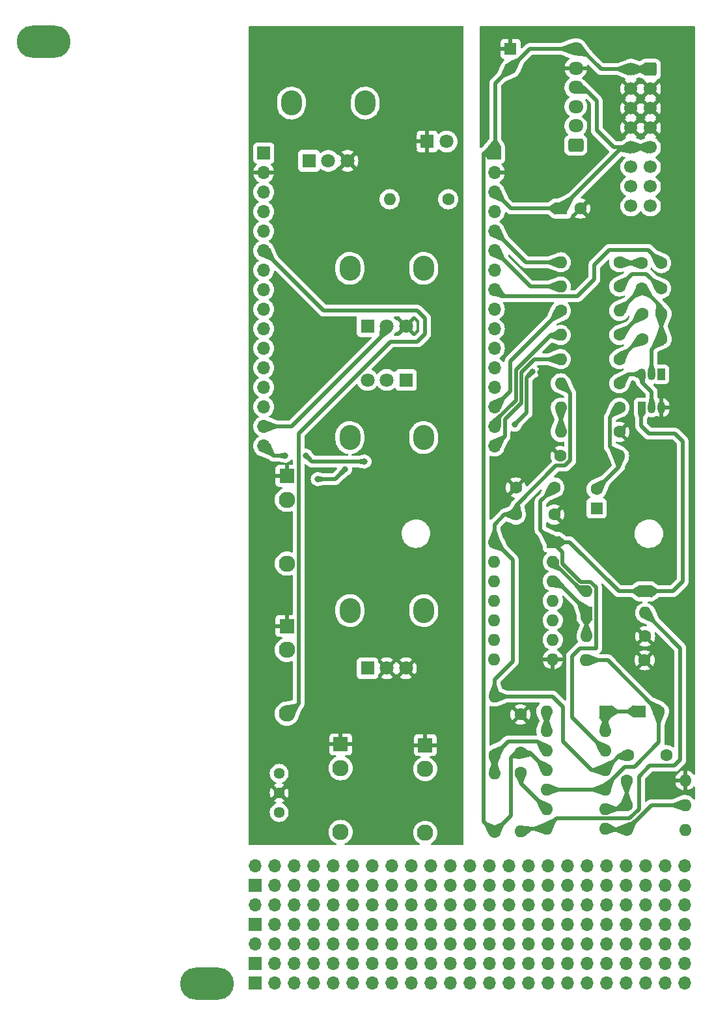
<source format=gbr>
%TF.GenerationSoftware,KiCad,Pcbnew,7.0.9*%
%TF.CreationDate,2023-12-08T22:38:07+01:00*%
%TF.ProjectId,MiniOSC-handscore,4d696e69-4f53-4432-9d68-616e6473636f,rev?*%
%TF.SameCoordinates,Original*%
%TF.FileFunction,Copper,L2,Bot*%
%TF.FilePolarity,Positive*%
%FSLAX46Y46*%
G04 Gerber Fmt 4.6, Leading zero omitted, Abs format (unit mm)*
G04 Created by KiCad (PCBNEW 7.0.9) date 2023-12-08 22:38:07*
%MOMM*%
%LPD*%
G01*
G04 APERTURE LIST*
G04 Aperture macros list*
%AMRoundRect*
0 Rectangle with rounded corners*
0 $1 Rounding radius*
0 $2 $3 $4 $5 $6 $7 $8 $9 X,Y pos of 4 corners*
0 Add a 4 corners polygon primitive as box body*
4,1,4,$2,$3,$4,$5,$6,$7,$8,$9,$2,$3,0*
0 Add four circle primitives for the rounded corners*
1,1,$1+$1,$2,$3*
1,1,$1+$1,$4,$5*
1,1,$1+$1,$6,$7*
1,1,$1+$1,$8,$9*
0 Add four rect primitives between the rounded corners*
20,1,$1+$1,$2,$3,$4,$5,0*
20,1,$1+$1,$4,$5,$6,$7,0*
20,1,$1+$1,$6,$7,$8,$9,0*
20,1,$1+$1,$8,$9,$2,$3,0*%
G04 Aperture macros list end*
%TA.AperFunction,ComponentPad*%
%ADD10O,1.700000X1.700000*%
%TD*%
%TA.AperFunction,ComponentPad*%
%ADD11R,1.700000X1.700000*%
%TD*%
%TA.AperFunction,ComponentPad*%
%ADD12O,2.720000X3.240000*%
%TD*%
%TA.AperFunction,ComponentPad*%
%ADD13R,1.800000X1.800000*%
%TD*%
%TA.AperFunction,ComponentPad*%
%ADD14C,1.800000*%
%TD*%
%TA.AperFunction,ComponentPad*%
%ADD15C,1.440000*%
%TD*%
%TA.AperFunction,ComponentPad*%
%ADD16R,1.930000X1.830000*%
%TD*%
%TA.AperFunction,ComponentPad*%
%ADD17C,2.130000*%
%TD*%
%TA.AperFunction,ComponentPad*%
%ADD18C,1.600000*%
%TD*%
%TA.AperFunction,ComponentPad*%
%ADD19O,1.600000X1.600000*%
%TD*%
%TA.AperFunction,ComponentPad*%
%ADD20O,7.000000X4.200000*%
%TD*%
%TA.AperFunction,ComponentPad*%
%ADD21RoundRect,0.250000X0.600000X0.600000X-0.600000X0.600000X-0.600000X-0.600000X0.600000X-0.600000X0*%
%TD*%
%TA.AperFunction,ComponentPad*%
%ADD22C,1.700000*%
%TD*%
%TA.AperFunction,ComponentPad*%
%ADD23R,1.600000X1.600000*%
%TD*%
%TA.AperFunction,ComponentPad*%
%ADD24RoundRect,0.250000X0.725000X-0.600000X0.725000X0.600000X-0.725000X0.600000X-0.725000X-0.600000X0*%
%TD*%
%TA.AperFunction,ComponentPad*%
%ADD25O,1.950000X1.700000*%
%TD*%
%TA.AperFunction,ComponentPad*%
%ADD26R,1.050000X1.500000*%
%TD*%
%TA.AperFunction,ComponentPad*%
%ADD27O,1.050000X1.500000*%
%TD*%
%TA.AperFunction,ViaPad*%
%ADD28C,0.800000*%
%TD*%
%TA.AperFunction,Conductor*%
%ADD29C,0.500000*%
%TD*%
G04 APERTURE END LIST*
D10*
%TO.P,REF\u002A\u002A,23*%
%TO.N,N/C*%
X127762000Y-170434000D03*
%TO.P,REF\u002A\u002A,22*%
X125222000Y-170434000D03*
%TO.P,REF\u002A\u002A,21*%
X122682000Y-170434000D03*
%TO.P,REF\u002A\u002A,20*%
X120142000Y-170434000D03*
%TO.P,REF\u002A\u002A,19*%
X117602000Y-170434000D03*
%TO.P,REF\u002A\u002A,18*%
X115062000Y-170434000D03*
%TO.P,REF\u002A\u002A,17*%
X112522000Y-170434000D03*
%TO.P,REF\u002A\u002A,16*%
X109982000Y-170434000D03*
%TO.P,REF\u002A\u002A,15*%
X107442000Y-170434000D03*
%TO.P,REF\u002A\u002A,14*%
X104902000Y-170434000D03*
%TO.P,REF\u002A\u002A,13*%
X102362000Y-170434000D03*
%TO.P,REF\u002A\u002A,12*%
X99822000Y-170434000D03*
%TO.P,REF\u002A\u002A,11*%
X97282000Y-170434000D03*
%TO.P,REF\u002A\u002A,10*%
X94742000Y-170434000D03*
%TO.P,REF\u002A\u002A,9*%
X92202000Y-170434000D03*
%TO.P,REF\u002A\u002A,8*%
X89662000Y-170434000D03*
%TO.P,REF\u002A\u002A,7*%
X87122000Y-170434000D03*
%TO.P,REF\u002A\u002A,6*%
X84582000Y-170434000D03*
%TO.P,REF\u002A\u002A,5*%
X82042000Y-170434000D03*
%TO.P,REF\u002A\u002A,4*%
X79502000Y-170434000D03*
%TO.P,REF\u002A\u002A,3*%
X76962000Y-170434000D03*
%TO.P,REF\u002A\u002A,2*%
X74422000Y-170434000D03*
D11*
%TO.P,REF\u002A\u002A,1*%
X71882000Y-170434000D03*
%TD*%
D10*
%TO.P,REF\u002A\u002A,46*%
%TO.N,N/C*%
X127762000Y-160274000D03*
%TO.P,REF\u002A\u002A,45*%
X127762000Y-162814000D03*
%TO.P,REF\u002A\u002A,44*%
X125222000Y-160274000D03*
%TO.P,REF\u002A\u002A,43*%
X125222000Y-162814000D03*
%TO.P,REF\u002A\u002A,42*%
X122682000Y-160274000D03*
%TO.P,REF\u002A\u002A,41*%
X122682000Y-162814000D03*
%TO.P,REF\u002A\u002A,40*%
X120142000Y-160274000D03*
%TO.P,REF\u002A\u002A,39*%
X120142000Y-162814000D03*
%TO.P,REF\u002A\u002A,38*%
X117602000Y-160274000D03*
%TO.P,REF\u002A\u002A,37*%
X117602000Y-162814000D03*
%TO.P,REF\u002A\u002A,36*%
X115062000Y-160274000D03*
%TO.P,REF\u002A\u002A,35*%
X115062000Y-162814000D03*
%TO.P,REF\u002A\u002A,34*%
X112522000Y-160274000D03*
%TO.P,REF\u002A\u002A,33*%
X112522000Y-162814000D03*
%TO.P,REF\u002A\u002A,32*%
X109982000Y-160274000D03*
%TO.P,REF\u002A\u002A,31*%
X109982000Y-162814000D03*
%TO.P,REF\u002A\u002A,30*%
X107442000Y-160274000D03*
%TO.P,REF\u002A\u002A,29*%
X107442000Y-162814000D03*
%TO.P,REF\u002A\u002A,28*%
X104902000Y-160274000D03*
%TO.P,REF\u002A\u002A,27*%
X104902000Y-162814000D03*
%TO.P,REF\u002A\u002A,26*%
X102362000Y-160274000D03*
%TO.P,REF\u002A\u002A,25*%
X102362000Y-162814000D03*
%TO.P,REF\u002A\u002A,24*%
X99822000Y-160274000D03*
%TO.P,REF\u002A\u002A,23*%
X99822000Y-162814000D03*
%TO.P,REF\u002A\u002A,22*%
X97282000Y-160274000D03*
%TO.P,REF\u002A\u002A,21*%
X97282000Y-162814000D03*
%TO.P,REF\u002A\u002A,20*%
X94742000Y-160274000D03*
%TO.P,REF\u002A\u002A,19*%
X94742000Y-162814000D03*
%TO.P,REF\u002A\u002A,18*%
X92202000Y-160274000D03*
%TO.P,REF\u002A\u002A,17*%
X92202000Y-162814000D03*
%TO.P,REF\u002A\u002A,16*%
X89662000Y-160274000D03*
%TO.P,REF\u002A\u002A,15*%
X89662000Y-162814000D03*
%TO.P,REF\u002A\u002A,14*%
X87122000Y-160274000D03*
%TO.P,REF\u002A\u002A,13*%
X87122000Y-162814000D03*
%TO.P,REF\u002A\u002A,12*%
X84582000Y-160274000D03*
%TO.P,REF\u002A\u002A,11*%
X84582000Y-162814000D03*
%TO.P,REF\u002A\u002A,10*%
X82042000Y-160274000D03*
%TO.P,REF\u002A\u002A,9*%
X82042000Y-162814000D03*
%TO.P,REF\u002A\u002A,8*%
X79502000Y-160274000D03*
%TO.P,REF\u002A\u002A,7*%
X79502000Y-162814000D03*
%TO.P,REF\u002A\u002A,6*%
X76962000Y-160274000D03*
%TO.P,REF\u002A\u002A,5*%
X76962000Y-162814000D03*
%TO.P,REF\u002A\u002A,4*%
X74422000Y-160274000D03*
%TO.P,REF\u002A\u002A,3*%
X74422000Y-162814000D03*
%TO.P,REF\u002A\u002A,2*%
X71882000Y-160274000D03*
D11*
%TO.P,REF\u002A\u002A,1*%
X71882000Y-162814000D03*
%TD*%
D10*
%TO.P,REF\u002A\u002A,46*%
%TO.N,N/C*%
X127762000Y-165354000D03*
%TO.P,REF\u002A\u002A,45*%
X127762000Y-167894000D03*
%TO.P,REF\u002A\u002A,44*%
X125222000Y-165354000D03*
%TO.P,REF\u002A\u002A,43*%
X125222000Y-167894000D03*
%TO.P,REF\u002A\u002A,42*%
X122682000Y-165354000D03*
%TO.P,REF\u002A\u002A,41*%
X122682000Y-167894000D03*
%TO.P,REF\u002A\u002A,40*%
X120142000Y-165354000D03*
%TO.P,REF\u002A\u002A,39*%
X120142000Y-167894000D03*
%TO.P,REF\u002A\u002A,38*%
X117602000Y-165354000D03*
%TO.P,REF\u002A\u002A,37*%
X117602000Y-167894000D03*
%TO.P,REF\u002A\u002A,36*%
X115062000Y-165354000D03*
%TO.P,REF\u002A\u002A,35*%
X115062000Y-167894000D03*
%TO.P,REF\u002A\u002A,34*%
X112522000Y-165354000D03*
%TO.P,REF\u002A\u002A,33*%
X112522000Y-167894000D03*
%TO.P,REF\u002A\u002A,32*%
X109982000Y-165354000D03*
%TO.P,REF\u002A\u002A,31*%
X109982000Y-167894000D03*
%TO.P,REF\u002A\u002A,30*%
X107442000Y-165354000D03*
%TO.P,REF\u002A\u002A,29*%
X107442000Y-167894000D03*
%TO.P,REF\u002A\u002A,28*%
X104902000Y-165354000D03*
%TO.P,REF\u002A\u002A,27*%
X104902000Y-167894000D03*
%TO.P,REF\u002A\u002A,26*%
X102362000Y-165354000D03*
%TO.P,REF\u002A\u002A,25*%
X102362000Y-167894000D03*
%TO.P,REF\u002A\u002A,24*%
X99822000Y-165354000D03*
%TO.P,REF\u002A\u002A,23*%
X99822000Y-167894000D03*
%TO.P,REF\u002A\u002A,22*%
X97282000Y-165354000D03*
%TO.P,REF\u002A\u002A,21*%
X97282000Y-167894000D03*
%TO.P,REF\u002A\u002A,20*%
X94742000Y-165354000D03*
%TO.P,REF\u002A\u002A,19*%
X94742000Y-167894000D03*
%TO.P,REF\u002A\u002A,18*%
X92202000Y-165354000D03*
%TO.P,REF\u002A\u002A,17*%
X92202000Y-167894000D03*
%TO.P,REF\u002A\u002A,16*%
X89662000Y-165354000D03*
%TO.P,REF\u002A\u002A,15*%
X89662000Y-167894000D03*
%TO.P,REF\u002A\u002A,14*%
X87122000Y-165354000D03*
%TO.P,REF\u002A\u002A,13*%
X87122000Y-167894000D03*
%TO.P,REF\u002A\u002A,12*%
X84582000Y-165354000D03*
%TO.P,REF\u002A\u002A,11*%
X84582000Y-167894000D03*
%TO.P,REF\u002A\u002A,10*%
X82042000Y-165354000D03*
%TO.P,REF\u002A\u002A,9*%
X82042000Y-167894000D03*
%TO.P,REF\u002A\u002A,8*%
X79502000Y-165354000D03*
%TO.P,REF\u002A\u002A,7*%
X79502000Y-167894000D03*
%TO.P,REF\u002A\u002A,6*%
X76962000Y-165354000D03*
%TO.P,REF\u002A\u002A,5*%
X76962000Y-167894000D03*
%TO.P,REF\u002A\u002A,4*%
X74422000Y-165354000D03*
%TO.P,REF\u002A\u002A,3*%
X74422000Y-167894000D03*
%TO.P,REF\u002A\u002A,2*%
X71882000Y-165354000D03*
D11*
%TO.P,REF\u002A\u002A,1*%
X71882000Y-167894000D03*
%TD*%
%TO.P,REF\u002A\u002A,1*%
%TO.N,N/C*%
X71882000Y-157734000D03*
D10*
%TO.P,REF\u002A\u002A,2*%
X71882000Y-155194000D03*
%TO.P,REF\u002A\u002A,3*%
X74422000Y-157734000D03*
%TO.P,REF\u002A\u002A,4*%
X74422000Y-155194000D03*
%TO.P,REF\u002A\u002A,5*%
X76962000Y-157734000D03*
%TO.P,REF\u002A\u002A,6*%
X76962000Y-155194000D03*
%TO.P,REF\u002A\u002A,7*%
X79502000Y-157734000D03*
%TO.P,REF\u002A\u002A,8*%
X79502000Y-155194000D03*
%TO.P,REF\u002A\u002A,9*%
X82042000Y-157734000D03*
%TO.P,REF\u002A\u002A,10*%
X82042000Y-155194000D03*
%TO.P,REF\u002A\u002A,11*%
X84582000Y-157734000D03*
%TO.P,REF\u002A\u002A,12*%
X84582000Y-155194000D03*
%TO.P,REF\u002A\u002A,13*%
X87122000Y-157734000D03*
%TO.P,REF\u002A\u002A,14*%
X87122000Y-155194000D03*
%TO.P,REF\u002A\u002A,15*%
X89662000Y-157734000D03*
%TO.P,REF\u002A\u002A,16*%
X89662000Y-155194000D03*
%TO.P,REF\u002A\u002A,17*%
X92202000Y-157734000D03*
%TO.P,REF\u002A\u002A,18*%
X92202000Y-155194000D03*
%TO.P,REF\u002A\u002A,19*%
X94742000Y-157734000D03*
%TO.P,REF\u002A\u002A,20*%
X94742000Y-155194000D03*
%TO.P,REF\u002A\u002A,21*%
X97282000Y-157734000D03*
%TO.P,REF\u002A\u002A,22*%
X97282000Y-155194000D03*
%TO.P,REF\u002A\u002A,23*%
X99822000Y-157734000D03*
%TO.P,REF\u002A\u002A,24*%
X99822000Y-155194000D03*
%TO.P,REF\u002A\u002A,25*%
X102362000Y-157734000D03*
%TO.P,REF\u002A\u002A,26*%
X102362000Y-155194000D03*
%TO.P,REF\u002A\u002A,27*%
X104902000Y-157734000D03*
%TO.P,REF\u002A\u002A,28*%
X104902000Y-155194000D03*
%TO.P,REF\u002A\u002A,29*%
X107442000Y-157734000D03*
%TO.P,REF\u002A\u002A,30*%
X107442000Y-155194000D03*
%TO.P,REF\u002A\u002A,31*%
X109982000Y-157734000D03*
%TO.P,REF\u002A\u002A,32*%
X109982000Y-155194000D03*
%TO.P,REF\u002A\u002A,33*%
X112522000Y-157734000D03*
%TO.P,REF\u002A\u002A,34*%
X112522000Y-155194000D03*
%TO.P,REF\u002A\u002A,35*%
X115062000Y-157734000D03*
%TO.P,REF\u002A\u002A,36*%
X115062000Y-155194000D03*
%TO.P,REF\u002A\u002A,37*%
X117602000Y-157734000D03*
%TO.P,REF\u002A\u002A,38*%
X117602000Y-155194000D03*
%TO.P,REF\u002A\u002A,39*%
X120142000Y-157734000D03*
%TO.P,REF\u002A\u002A,40*%
X120142000Y-155194000D03*
%TO.P,REF\u002A\u002A,41*%
X122682000Y-157734000D03*
%TO.P,REF\u002A\u002A,42*%
X122682000Y-155194000D03*
%TO.P,REF\u002A\u002A,43*%
X125222000Y-157734000D03*
%TO.P,REF\u002A\u002A,44*%
X125222000Y-155194000D03*
%TO.P,REF\u002A\u002A,45*%
X127762000Y-157734000D03*
%TO.P,REF\u002A\u002A,46*%
X127762000Y-155194000D03*
%TD*%
D12*
%TO.P,TUNING_FINE1,*%
%TO.N,*%
X84200000Y-77500000D03*
X93800000Y-77500000D03*
D13*
%TO.P,TUNING_FINE1,1*%
%TO.N,FP_12V_NEG*%
X86500000Y-85000000D03*
D14*
%TO.P,TUNING_FINE1,2*%
%TO.N,/FrontPanel/FP_FINE*%
X89000000Y-85000000D03*
%TO.P,TUNING_FINE1,3*%
%TO.N,GND1*%
X91500000Y-85000000D03*
%TD*%
D12*
%TO.P,TUNING_COARSE1,*%
%TO.N,*%
X76600000Y-56000000D03*
X86200000Y-56000000D03*
D13*
%TO.P,TUNING_COARSE1,1*%
%TO.N,FP_12V_NEG*%
X78900000Y-63500000D03*
D14*
%TO.P,TUNING_COARSE1,2*%
%TO.N,/FrontPanel/FP_COARSE*%
X81400000Y-63500000D03*
%TO.P,TUNING_COARSE1,3*%
%TO.N,GND1*%
X83900000Y-63500000D03*
%TD*%
D15*
%TO.P,SCALE1,1*%
%TO.N,/FrontPanel/FP_SCALE*%
X75000000Y-148250000D03*
%TO.P,SCALE1,2*%
%TO.N,GND1*%
X75000000Y-145710000D03*
%TO.P,SCALE1,3*%
%TO.N,N/C*%
X75000000Y-143170000D03*
%TD*%
D16*
%TO.P,J6,S*%
%TO.N,GND1*%
X83000000Y-139400000D03*
D17*
%TO.P,J6,T*%
%TO.N,/FrontPanel/FP_SAW_OUT*%
X83000000Y-150800000D03*
%TO.P,J6,TN*%
%TO.N,N/C*%
X83000000Y-142500000D03*
%TD*%
D16*
%TO.P,J5,S*%
%TO.N,GND1*%
X94000000Y-139500000D03*
D17*
%TO.P,J5,T*%
%TO.N,/FrontPanel/FP_PULSE_OUT*%
X94000000Y-150900000D03*
%TO.P,J5,TN*%
%TO.N,N/C*%
X94000000Y-142600000D03*
%TD*%
D16*
%TO.P,J4,S*%
%TO.N,GND1*%
X76000000Y-104500000D03*
D17*
%TO.P,J4,T*%
%TO.N,/FrontPanel/FP_FM_IN*%
X76000000Y-115900000D03*
%TO.P,J4,TN*%
%TO.N,N/C*%
X76000000Y-107600000D03*
%TD*%
D16*
%TO.P,J3,S*%
%TO.N,GND1*%
X76000000Y-124000000D03*
D17*
%TO.P,J3,T*%
%TO.N,/FrontPanel/FP_V_OCT_IN*%
X76000000Y-135400000D03*
%TO.P,J3,TN*%
%TO.N,N/C*%
X76000000Y-127100000D03*
%TD*%
D12*
%TO.P,FM_AMOUNT1,*%
%TO.N,*%
X93800000Y-99500000D03*
X84200000Y-99500000D03*
D13*
%TO.P,FM_AMOUNT1,1*%
%TO.N,/FrontPanel/FP_FM_AMT_P2*%
X91500000Y-92000000D03*
D14*
%TO.P,FM_AMOUNT1,2*%
X89000000Y-92000000D03*
%TO.P,FM_AMOUNT1,3*%
%TO.N,/FrontPanel/FP_FM_AMT_P3*%
X86500000Y-92000000D03*
%TD*%
D12*
%TO.P,PULSE_WIDTH1,*%
%TO.N,*%
X84200000Y-122000000D03*
X93800000Y-122000000D03*
D13*
%TO.P,PULSE_WIDTH1,1*%
%TO.N,/FrontPanel/FP_PULSE_WIDTH*%
X86500000Y-129500000D03*
D14*
%TO.P,PULSE_WIDTH1,2*%
%TO.N,GND1*%
X89000000Y-129500000D03*
%TO.P,PULSE_WIDTH1,3*%
X91500000Y-129500000D03*
%TD*%
D13*
%TO.P,D3,1*%
%TO.N,GND1*%
X94250000Y-61000000D03*
D14*
%TO.P,D3,2*%
%TO.N,Net-(D3-Pad2)*%
X96790000Y-61000000D03*
%TD*%
D18*
%TO.P,R18,1*%
%TO.N,Net-(D3-Pad2)*%
X97000000Y-68500000D03*
D19*
%TO.P,R18,2*%
%TO.N,/FrontPanel/FP_12V_POS*%
X89380000Y-68500000D03*
%TD*%
D11*
%TO.P,J1,1*%
%TO.N,-12V*%
X103000000Y-62500000D03*
D10*
%TO.P,J1,2*%
%TO.N,Earth*%
X103000000Y-65040000D03*
%TO.P,J1,3*%
%TO.N,+12V*%
X103000000Y-67580000D03*
%TO.P,J1,4*%
%TO.N,N/C*%
X103000000Y-70120000D03*
%TO.P,J1,5*%
%TO.N,Net-(J1-Pad5)*%
X103000000Y-72660000D03*
%TO.P,J1,6*%
%TO.N,Net-(J1-Pad6)*%
X103000000Y-75200000D03*
%TO.P,J1,7*%
%TO.N,N/C*%
X103000000Y-77740000D03*
%TO.P,J1,8*%
%TO.N,FM_AMT_P2*%
X103000000Y-80280000D03*
%TO.P,J1,9*%
%TO.N,FM_AMT_P3*%
X103000000Y-82820000D03*
%TO.P,J1,10*%
%TO.N,PULSE_WIDTH*%
X103000000Y-85360000D03*
%TO.P,J1,11*%
%TO.N,N/C*%
X103000000Y-87900000D03*
%TO.P,J1,12*%
%TO.N,PULSE_OUT*%
X103000000Y-90440000D03*
%TO.P,J1,13*%
%TO.N,SAW_OUT*%
X103000000Y-92980000D03*
%TO.P,J1,14*%
%TO.N,SCALE*%
X103000000Y-95520000D03*
%TO.P,J1,15*%
%TO.N,Net-(J1-Pad15)*%
X103000000Y-98060000D03*
%TO.P,J1,16*%
%TO.N,Net-(J1-Pad16)*%
X103000000Y-100600000D03*
%TD*%
D20*
%TO.P,REF\u002A\u002A,1*%
%TO.N,N/C*%
X44400000Y-48000000D03*
%TD*%
%TO.P,REF\u002A\u002A,1*%
%TO.N,N/C*%
X65600000Y-170500000D03*
%TD*%
D18*
%TO.P,C7,1*%
%TO.N,+12V*%
X120400000Y-140800000D03*
%TO.P,C7,2*%
%TO.N,Earth*%
X125400000Y-140800000D03*
%TD*%
D11*
%TO.P,J2,1*%
%TO.N,FP_12V_NEG*%
X73000000Y-62500000D03*
D10*
%TO.P,J2,2*%
%TO.N,GND1*%
X73000000Y-65040000D03*
%TO.P,J2,3*%
%TO.N,/FrontPanel/FP_12V_POS*%
X73000000Y-67580000D03*
%TO.P,J2,4*%
%TO.N,N/C*%
X73000000Y-70120000D03*
%TO.P,J2,5*%
%TO.N,/FrontPanel/FP_FM_IN*%
X73000000Y-72660000D03*
%TO.P,J2,6*%
%TO.N,/FrontPanel/FP_V_OCT_IN*%
X73000000Y-75200000D03*
%TO.P,J2,7*%
%TO.N,N/C*%
X73000000Y-77740000D03*
%TO.P,J2,8*%
%TO.N,/FrontPanel/FP_FM_AMT_P2*%
X73000000Y-80280000D03*
%TO.P,J2,9*%
%TO.N,/FrontPanel/FP_FM_AMT_P3*%
X73000000Y-82820000D03*
%TO.P,J2,10*%
%TO.N,/FrontPanel/FP_PULSE_WIDTH*%
X73000000Y-85360000D03*
%TO.P,J2,11*%
%TO.N,N/C*%
X73000000Y-87900000D03*
%TO.P,J2,12*%
%TO.N,/FrontPanel/FP_PULSE_OUT*%
X73000000Y-90440000D03*
%TO.P,J2,13*%
%TO.N,/FrontPanel/FP_SAW_OUT*%
X73000000Y-92980000D03*
%TO.P,J2,14*%
%TO.N,/FrontPanel/FP_SCALE*%
X73000000Y-95520000D03*
%TO.P,J2,15*%
%TO.N,/FrontPanel/FP_FINE*%
X73000000Y-98060000D03*
%TO.P,J2,16*%
%TO.N,/FrontPanel/FP_COARSE*%
X73000000Y-100600000D03*
%TD*%
D18*
%TO.P,C6,1*%
%TO.N,+12V*%
X105800000Y-109500000D03*
%TO.P,C6,2*%
%TO.N,Earth*%
X110800000Y-109500000D03*
%TD*%
%TO.P,R7,1*%
%TO.N,PULSE_WIDTH*%
X106400000Y-143100000D03*
D19*
%TO.P,R7,2*%
%TO.N,Net-(D2-Pad2)*%
X106400000Y-150720000D03*
%TD*%
D18*
%TO.P,TH4,1*%
%TO.N,FM_AMT_P2*%
X124700000Y-76800000D03*
%TO.P,TH4,2*%
%TO.N,Net-(R4-Pad1)*%
X122200000Y-76800000D03*
%TD*%
D21*
%TO.P,J8,1*%
%TO.N,-12V*%
X123300000Y-51600000D03*
D22*
%TO.P,J8,2*%
X120760000Y-51600000D03*
%TO.P,J8,3*%
%TO.N,Earth*%
X123300000Y-54140000D03*
%TO.P,J8,4*%
X120760000Y-54140000D03*
%TO.P,J8,5*%
X123300000Y-56680000D03*
%TO.P,J8,6*%
X120760000Y-56680000D03*
%TO.P,J8,7*%
X123300000Y-59220000D03*
%TO.P,J8,8*%
X120760000Y-59220000D03*
%TO.P,J8,9*%
%TO.N,+12V*%
X123300000Y-61760000D03*
%TO.P,J8,10*%
X120760000Y-61760000D03*
%TO.P,J8,11*%
%TO.N,Net-(J8-Pad11)*%
X123300000Y-64300000D03*
%TO.P,J8,12*%
X120760000Y-64300000D03*
%TO.P,J8,13*%
%TO.N,Net-(J8-Pad13)*%
X123300000Y-66840000D03*
%TO.P,J8,14*%
X120760000Y-66840000D03*
%TO.P,J8,15*%
%TO.N,Net-(J8-Pad15)*%
X123300000Y-69380000D03*
%TO.P,J8,16*%
X120760000Y-69380000D03*
%TD*%
D18*
%TO.P,R11,1*%
%TO.N,Net-(C3-Pad2)*%
X119250000Y-95600000D03*
D19*
%TO.P,R11,2*%
%TO.N,PULSE_OUT*%
X111630000Y-95600000D03*
%TD*%
D23*
%TO.P,C2,1*%
%TO.N,Net-(C2-Pad1)*%
X121900000Y-135100000D03*
D18*
%TO.P,C2,2*%
%TO.N,Net-(C2-Pad2)*%
X124400000Y-135100000D03*
%TD*%
%TO.P,R1,1*%
%TO.N,Net-(R1-Pad1)*%
X119250000Y-89300000D03*
D19*
%TO.P,R1,2*%
%TO.N,Net-(J1-Pad16)*%
X111630000Y-89300000D03*
%TD*%
D18*
%TO.P,R14,1*%
%TO.N,Net-(R13-Pad1)*%
X120200000Y-147300000D03*
D19*
%TO.P,R14,2*%
%TO.N,Net-(R14-Pad2)*%
X127820000Y-147300000D03*
%TD*%
D18*
%TO.P,TH3,1*%
%TO.N,FM_AMT_P3*%
X122200000Y-80100000D03*
%TO.P,TH3,2*%
%TO.N,Net-(R3-Pad1)*%
X124700000Y-80100000D03*
%TD*%
D24*
%TO.P,J7,1*%
%TO.N,N/C*%
X113600000Y-61450000D03*
D25*
%TO.P,J7,2*%
X113600000Y-58950000D03*
%TO.P,J7,3*%
X113600000Y-56450000D03*
%TO.P,J7,4*%
%TO.N,+12V*%
X113600000Y-53950000D03*
%TO.P,J7,5*%
%TO.N,Earth*%
X113600000Y-51450000D03*
%TO.P,J7,6*%
%TO.N,-12V*%
X113600000Y-48950000D03*
%TD*%
D18*
%TO.P,R2,1*%
%TO.N,Net-(R2-Pad1)*%
X119250000Y-86150000D03*
D19*
%TO.P,R2,2*%
%TO.N,Net-(J1-Pad15)*%
X111630000Y-86150000D03*
%TD*%
D23*
%TO.P,U1,1*%
%TO.N,Net-(C2-Pad1)*%
X117400000Y-135100000D03*
D19*
%TO.P,U1,2*%
X117400000Y-137640000D03*
%TO.P,U1,3*%
%TO.N,Net-(C1-Pad1)*%
X117400000Y-140180000D03*
%TO.P,U1,4*%
%TO.N,+12V*%
X117400000Y-142720000D03*
%TO.P,U1,5*%
%TO.N,Net-(C2-Pad2)*%
X117400000Y-145260000D03*
%TO.P,U1,6*%
%TO.N,Net-(R13-Pad1)*%
X117400000Y-147800000D03*
%TO.P,U1,7*%
%TO.N,Net-(R14-Pad2)*%
X117400000Y-150340000D03*
%TO.P,U1,8*%
%TO.N,Net-(D2-Pad2)*%
X109780000Y-150340000D03*
%TO.P,U1,9*%
%TO.N,PULSE_WIDTH*%
X109780000Y-147800000D03*
%TO.P,U1,10*%
%TO.N,Net-(C2-Pad2)*%
X109780000Y-145260000D03*
%TO.P,U1,11*%
%TO.N,-12V*%
X109780000Y-142720000D03*
%TO.P,U1,12*%
%TO.N,Net-(R16-Pad1)*%
X109780000Y-140180000D03*
%TO.P,U1,13*%
%TO.N,Net-(U1-Pad13)*%
X109780000Y-137640000D03*
%TO.P,U1,14*%
X109780000Y-135100000D03*
%TD*%
D18*
%TO.P,C1,1*%
%TO.N,Net-(C1-Pad1)*%
X110800000Y-106000000D03*
%TO.P,C1,2*%
%TO.N,Earth*%
X105800000Y-106000000D03*
%TD*%
%TO.P,R8,1*%
%TO.N,Earth*%
X122600000Y-125350000D03*
D19*
%TO.P,R8,2*%
%TO.N,Net-(D2-Pad1)*%
X114980000Y-125350000D03*
%TD*%
D18*
%TO.P,R6,1*%
%TO.N,Net-(Q1-Pad3)*%
X119250000Y-92450000D03*
D19*
%TO.P,R6,2*%
%TO.N,+12V*%
X111630000Y-92450000D03*
%TD*%
D23*
%TO.P,C3,1*%
%TO.N,Net-(C3-Pad1)*%
X116300000Y-108700000D03*
D18*
%TO.P,C3,2*%
%TO.N,Net-(C3-Pad2)*%
X116300000Y-106200000D03*
%TD*%
D23*
%TO.P,U2,1*%
%TO.N,Net-(C1-Pad1)*%
X110600000Y-113100000D03*
D19*
%TO.P,U2,2*%
%TO.N,Net-(D1-Pad2)*%
X110600000Y-115640000D03*
%TO.P,U2,3*%
%TO.N,Net-(D2-Pad1)*%
X110600000Y-118180000D03*
%TO.P,U2,4*%
%TO.N,Net-(C3-Pad1)*%
X110600000Y-120720000D03*
%TO.P,U2,5*%
%TO.N,N/C*%
X110600000Y-123260000D03*
%TO.P,U2,6*%
X110600000Y-125800000D03*
%TO.P,U2,7*%
%TO.N,Earth*%
X110600000Y-128340000D03*
%TO.P,U2,8*%
%TO.N,N/C*%
X102980000Y-128340000D03*
%TO.P,U2,9*%
X102980000Y-125800000D03*
%TO.P,U2,10*%
X102980000Y-123260000D03*
%TO.P,U2,11*%
X102980000Y-120720000D03*
%TO.P,U2,12*%
X102980000Y-118180000D03*
%TO.P,U2,13*%
X102980000Y-115640000D03*
%TO.P,U2,14*%
%TO.N,+12V*%
X102980000Y-113100000D03*
%TD*%
D18*
%TO.P,R5,1*%
%TO.N,SCALE*%
X111650000Y-83000000D03*
D19*
%TO.P,R5,2*%
%TO.N,FM_AMT_P3*%
X119270000Y-83000000D03*
%TD*%
D18*
%TO.P,R16,1*%
%TO.N,Net-(R16-Pad1)*%
X103000000Y-140800000D03*
D19*
%TO.P,R16,2*%
%TO.N,+12V*%
X103000000Y-133180000D03*
%TD*%
D26*
%TO.P,Q1,1*%
%TO.N,-12V*%
X124700000Y-91300000D03*
D27*
%TO.P,Q1,2*%
%TO.N,FM_AMT_P3*%
X123430000Y-91300000D03*
%TO.P,Q1,3*%
%TO.N,Net-(Q1-Pad3)*%
X122160000Y-91300000D03*
%TD*%
D18*
%TO.P,R3,1*%
%TO.N,Net-(R3-Pad1)*%
X119250000Y-79850000D03*
D19*
%TO.P,R3,2*%
%TO.N,Net-(J1-Pad6)*%
X111630000Y-79850000D03*
%TD*%
D18*
%TO.P,R13,1*%
%TO.N,Net-(R13-Pad1)*%
X120200000Y-144100000D03*
D19*
%TO.P,R13,2*%
%TO.N,Earth*%
X127820000Y-144100000D03*
%TD*%
D18*
%TO.P,TH1,1*%
%TO.N,FM_AMT_P3*%
X124750000Y-86700000D03*
%TO.P,TH1,2*%
%TO.N,Net-(R1-Pad1)*%
X122250000Y-86700000D03*
%TD*%
%TO.P,R4,1*%
%TO.N,Net-(R4-Pad1)*%
X119250000Y-76700000D03*
D19*
%TO.P,R4,2*%
%TO.N,Net-(J1-Pad5)*%
X111630000Y-76700000D03*
%TD*%
D18*
%TO.P,TH2,1*%
%TO.N,FM_AMT_P3*%
X124750000Y-83400000D03*
%TO.P,TH2,2*%
%TO.N,Net-(R2-Pad1)*%
X122250000Y-83400000D03*
%TD*%
D26*
%TO.P,Q2,1*%
%TO.N,Net-(C1-Pad1)*%
X122200000Y-95600000D03*
D27*
%TO.P,Q2,2*%
%TO.N,Net-(Q1-Pad3)*%
X123470000Y-95600000D03*
%TO.P,Q2,3*%
%TO.N,Earth*%
X124740000Y-95600000D03*
%TD*%
D23*
%TO.P,C4,1*%
%TO.N,+12V*%
X111700000Y-69700000D03*
D18*
%TO.P,C4,2*%
%TO.N,Earth*%
X114200000Y-69700000D03*
%TD*%
D23*
%TO.P,C5,1*%
%TO.N,Earth*%
X105100000Y-48950000D03*
D18*
%TO.P,C5,2*%
%TO.N,-12V*%
X105100000Y-51450000D03*
%TD*%
%TO.P,R10,1*%
%TO.N,Earth*%
X111600000Y-101900000D03*
D19*
%TO.P,R10,2*%
%TO.N,Net-(C3-Pad2)*%
X119220000Y-101900000D03*
%TD*%
D18*
%TO.P,R9,1*%
%TO.N,Earth*%
X122550000Y-128450000D03*
D19*
%TO.P,R9,2*%
%TO.N,Net-(C2-Pad2)*%
X114930000Y-128450000D03*
%TD*%
D23*
%TO.P,D2,1*%
%TO.N,Net-(D2-Pad1)*%
X115000000Y-122300000D03*
D19*
%TO.P,D2,2*%
%TO.N,Net-(D2-Pad2)*%
X122620000Y-122300000D03*
%TD*%
D18*
%TO.P,R12,1*%
%TO.N,Earth*%
X119250000Y-98750000D03*
D19*
%TO.P,R12,2*%
%TO.N,PULSE_OUT*%
X111630000Y-98750000D03*
%TD*%
D18*
%TO.P,C8,1*%
%TO.N,Earth*%
X106400000Y-135500000D03*
%TO.P,C8,2*%
%TO.N,-12V*%
X106400000Y-140500000D03*
%TD*%
%TO.P,R17,1*%
%TO.N,-12V*%
X103000000Y-150800000D03*
D19*
%TO.P,R17,2*%
%TO.N,Net-(R16-Pad1)*%
X103000000Y-143180000D03*
%TD*%
D18*
%TO.P,R15,1*%
%TO.N,Net-(R14-Pad2)*%
X120200000Y-150500000D03*
D19*
%TO.P,R15,2*%
%TO.N,SAW_OUT*%
X127820000Y-150500000D03*
%TD*%
D23*
%TO.P,D1,1*%
%TO.N,Net-(C1-Pad1)*%
X122600000Y-119500000D03*
D19*
%TO.P,D1,2*%
%TO.N,Net-(D1-Pad2)*%
X114980000Y-119500000D03*
%TD*%
D28*
%TO.N,GND1*%
X85852000Y-93980000D03*
%TO.N,/FrontPanel/FP_COARSE*%
X86106000Y-102616000D03*
X75808000Y-101854000D03*
X78486000Y-101854000D03*
%TO.N,/FrontPanel/FP_FM_IN*%
X83566000Y-103632000D03*
X80010000Y-104902000D03*
%TO.N,PULSE_WIDTH*%
X107950000Y-90932000D03*
X105638190Y-97815810D03*
%TO.N,Earth*%
X124500000Y-103500000D03*
X122500000Y-105500000D03*
X105500000Y-85500000D03*
X106500000Y-83500000D03*
X116500000Y-113500000D03*
X123500000Y-102500000D03*
X125500000Y-104500000D03*
X121500000Y-107500000D03*
X124500000Y-105500000D03*
X124500000Y-100500000D03*
X122500000Y-103500000D03*
X124500000Y-107500000D03*
X124500000Y-106500000D03*
X121500000Y-104500000D03*
X123500000Y-104500000D03*
X125500000Y-101500000D03*
X123500000Y-107500000D03*
X109000000Y-94000000D03*
X118500000Y-114500000D03*
X109000000Y-93000000D03*
X105500000Y-84500000D03*
X123500000Y-100500000D03*
X109000000Y-97000000D03*
X125500000Y-105500000D03*
X105500000Y-83500000D03*
X125500000Y-100500000D03*
X117500000Y-114500000D03*
X106500000Y-82500000D03*
X125500000Y-102500000D03*
X109500000Y-82500000D03*
X118500000Y-115500000D03*
X118500000Y-116500000D03*
X123500000Y-106500000D03*
X125500000Y-107500000D03*
X109000000Y-95000000D03*
X125500000Y-103500000D03*
X117500000Y-112500000D03*
X108500000Y-83500000D03*
X122500000Y-102500000D03*
X105500000Y-86500000D03*
X121500000Y-101500000D03*
X121500000Y-103500000D03*
X122500000Y-101500000D03*
X122500000Y-104500000D03*
X108500000Y-82500000D03*
X122500000Y-100500000D03*
X107500000Y-83500000D03*
X109000000Y-91000000D03*
X121500000Y-105500000D03*
X122500000Y-107500000D03*
X116500000Y-112500000D03*
X123500000Y-103500000D03*
X118500000Y-113500000D03*
X123500000Y-105500000D03*
X109000000Y-98000000D03*
X121500000Y-102500000D03*
X124500000Y-102500000D03*
X106500000Y-84500000D03*
X107500000Y-84500000D03*
X117500000Y-115500000D03*
X109000000Y-92000000D03*
X107500000Y-82500000D03*
X122500000Y-106500000D03*
X124500000Y-104500000D03*
X106500000Y-85500000D03*
X123500000Y-101500000D03*
X110000000Y-98000000D03*
X117500000Y-113500000D03*
X105500000Y-82500000D03*
X118500000Y-112500000D03*
X115500000Y-112500000D03*
X115500000Y-113500000D03*
X124500000Y-101500000D03*
X121500000Y-106500000D03*
X125500000Y-106500000D03*
X109000000Y-96000000D03*
X121500000Y-100500000D03*
X116500000Y-114500000D03*
%TO.N,GND1*%
X87500000Y-111000000D03*
X76000000Y-71500000D03*
X78000000Y-87000000D03*
X84500000Y-68598000D03*
X93500000Y-134000000D03*
X87000000Y-61500000D03*
X77000000Y-76500000D03*
X87500000Y-115000000D03*
X89500000Y-133000000D03*
X87500000Y-134000000D03*
X91500000Y-63000000D03*
X78000000Y-86000000D03*
X93500000Y-133000000D03*
X85500000Y-135000000D03*
X95500000Y-134000000D03*
X92500000Y-63000000D03*
X77000000Y-73500000D03*
X83500000Y-111000000D03*
X90500000Y-137000000D03*
X76000000Y-74500000D03*
X86500000Y-136000000D03*
X76000000Y-85000000D03*
X84500000Y-109000000D03*
X95500000Y-106000000D03*
X76000000Y-72500000D03*
X82500000Y-68500000D03*
X81000000Y-88000000D03*
X82500000Y-132000000D03*
X77000000Y-69500000D03*
X79000000Y-89000000D03*
X86500000Y-114000000D03*
X92500000Y-65000000D03*
X85500000Y-114000000D03*
X84500000Y-107000000D03*
X87500000Y-137000000D03*
X90500000Y-63000000D03*
X91500000Y-65000000D03*
X91500000Y-132000000D03*
X95500000Y-136000000D03*
X85500000Y-134000000D03*
X92500000Y-132000000D03*
X90500000Y-64000000D03*
X82500000Y-69500000D03*
X84500000Y-112000000D03*
X85500000Y-108000000D03*
X85500000Y-115000000D03*
X91500000Y-61000000D03*
X91500000Y-58000000D03*
X93500000Y-132000000D03*
X77000000Y-68500000D03*
X85500000Y-133000000D03*
X87500000Y-112000000D03*
X83500000Y-107000000D03*
X89500000Y-137000000D03*
X83500000Y-115000000D03*
X83500000Y-108000000D03*
X76000000Y-73500000D03*
X88500000Y-133000000D03*
X85500000Y-111000000D03*
X80000000Y-89000000D03*
X83500000Y-113000000D03*
X90500000Y-132000000D03*
X85500000Y-107000000D03*
X89500000Y-136000000D03*
X91500000Y-107000000D03*
X94500000Y-136000000D03*
X87500000Y-69500000D03*
X87000000Y-62500000D03*
X89500000Y-132000000D03*
X83500000Y-69500000D03*
X84500000Y-69500000D03*
X91500000Y-106000000D03*
X87500000Y-136000000D03*
X87500000Y-108000000D03*
X85500000Y-69500000D03*
X86000000Y-63500000D03*
X85500000Y-109000000D03*
X92500000Y-61000000D03*
X92500000Y-62000000D03*
X90500000Y-133000000D03*
X83500000Y-133000000D03*
X86500000Y-115000000D03*
X84500000Y-133000000D03*
X76000000Y-68500000D03*
X93500000Y-137000000D03*
X92500000Y-136000000D03*
X81000000Y-91000000D03*
X94500000Y-133000000D03*
X82000000Y-91000000D03*
X87000000Y-60500000D03*
X83500000Y-114000000D03*
X94500000Y-134000000D03*
X83500000Y-112000000D03*
X93500000Y-107000000D03*
X86500000Y-112000000D03*
X88500000Y-135000000D03*
X83500000Y-68500000D03*
X80000000Y-88000000D03*
X84500000Y-134000000D03*
X86500000Y-69500000D03*
X84500000Y-106000000D03*
X77000000Y-84000000D03*
X89500000Y-134000000D03*
X95500000Y-107000000D03*
X92500000Y-59000000D03*
X86000000Y-62500000D03*
X86500000Y-135000000D03*
X76000000Y-69500000D03*
X80000000Y-90000000D03*
X85500000Y-106000000D03*
X79000000Y-88000000D03*
X86000000Y-60500000D03*
X88500000Y-107000000D03*
X84500000Y-115000000D03*
X92500000Y-137000000D03*
X87000000Y-63500000D03*
X87500000Y-110000000D03*
X91500000Y-134000000D03*
X88500000Y-137000000D03*
X77000000Y-71500000D03*
X87500000Y-107000000D03*
X89500000Y-135000000D03*
X87500000Y-109000000D03*
X90500000Y-61000000D03*
X88500000Y-136000000D03*
X88500000Y-106000000D03*
X85500000Y-132000000D03*
X83500000Y-132000000D03*
X90500000Y-106000000D03*
X90500000Y-62000000D03*
X87500000Y-68598000D03*
X93500000Y-57000000D03*
X76000000Y-75500000D03*
X86500000Y-113000000D03*
X90500000Y-134000000D03*
X90500000Y-65000000D03*
X92500000Y-106000000D03*
X81000000Y-90000000D03*
X90500000Y-60000000D03*
X84500000Y-114000000D03*
X88500000Y-134000000D03*
X80000000Y-87000000D03*
X94500000Y-107000000D03*
X88500000Y-132000000D03*
X86500000Y-108000000D03*
X76000000Y-70500000D03*
X91500000Y-133000000D03*
X87500000Y-114000000D03*
X90500000Y-135000000D03*
X85500000Y-68598000D03*
X94500000Y-106000000D03*
X85500000Y-110000000D03*
X84500000Y-113000000D03*
X91500000Y-60000000D03*
X89500000Y-107000000D03*
X93500000Y-58000000D03*
X95500000Y-132000000D03*
X91500000Y-59000000D03*
X93500000Y-65000000D03*
X76000000Y-86000000D03*
X76000000Y-76500000D03*
X79000000Y-86000000D03*
X93500000Y-106000000D03*
X90500000Y-57000000D03*
X83500000Y-110000000D03*
X92500000Y-60000000D03*
X93500000Y-136000000D03*
X83500000Y-106000000D03*
X86500000Y-132000000D03*
X92500000Y-64000000D03*
X82000000Y-90000000D03*
X92500000Y-133000000D03*
X89500000Y-106000000D03*
X86500000Y-68598000D03*
X77000000Y-75500000D03*
X78000000Y-88000000D03*
X84500000Y-108000000D03*
X92500000Y-107000000D03*
X86500000Y-133000000D03*
X87500000Y-113000000D03*
X86500000Y-110000000D03*
X81000000Y-89000000D03*
X86500000Y-109000000D03*
X93500000Y-135000000D03*
X76000000Y-84000000D03*
X78000000Y-85000000D03*
X86000000Y-61500000D03*
X86500000Y-111000000D03*
X77000000Y-72500000D03*
X79000000Y-87000000D03*
X91500000Y-57000000D03*
X77000000Y-85000000D03*
X84500000Y-110000000D03*
X91500000Y-64000000D03*
X94500000Y-132000000D03*
X77000000Y-70500000D03*
X87500000Y-132000000D03*
X90500000Y-107000000D03*
X87500000Y-106000000D03*
X87500000Y-133000000D03*
X92500000Y-134000000D03*
X86500000Y-107000000D03*
X85500000Y-113000000D03*
X86500000Y-106000000D03*
X85500000Y-112000000D03*
X84500000Y-111000000D03*
X91500000Y-136000000D03*
X90500000Y-59000000D03*
X95500000Y-133000000D03*
X90500000Y-136000000D03*
X90500000Y-58000000D03*
X95500000Y-137000000D03*
X77000000Y-87000000D03*
X91500000Y-137000000D03*
X92500000Y-57000000D03*
X95500000Y-135000000D03*
X84500000Y-132000000D03*
X87500000Y-135000000D03*
X86500000Y-134000000D03*
X91500000Y-62000000D03*
X94500000Y-135000000D03*
X92500000Y-135000000D03*
X77000000Y-86000000D03*
X77000000Y-74500000D03*
X82000000Y-89000000D03*
X92500000Y-58000000D03*
X91500000Y-135000000D03*
X83500000Y-109000000D03*
X94500000Y-137000000D03*
%TD*%
D29*
%TO.N,Net-(C1-Pad1)*%
X111850000Y-114350000D02*
X110600000Y-113100000D01*
X111850000Y-115900050D02*
X111850000Y-114350000D01*
X114199950Y-118250000D02*
X111850000Y-115900050D01*
X115497767Y-118250000D02*
X114199950Y-118250000D01*
X116250000Y-119002233D02*
X115497767Y-118250000D01*
X116250000Y-126880000D02*
X116250000Y-119002233D01*
X114100000Y-126900000D02*
X116230000Y-126900000D01*
X113100000Y-127900000D02*
X114100000Y-126900000D01*
X113100000Y-135880000D02*
X113100000Y-127900000D01*
X117400000Y-140180000D02*
X113100000Y-135880000D01*
X116230000Y-126900000D02*
X116250000Y-126880000D01*
%TO.N,PULSE_WIDTH*%
X107188000Y-91694000D02*
X107950000Y-90932000D01*
X107188000Y-96266000D02*
X107188000Y-91694000D01*
X105638190Y-97815810D02*
X107188000Y-96266000D01*
%TO.N,SCALE*%
X105088000Y-93482000D02*
X103050000Y-95520000D01*
X105088000Y-89562000D02*
X105088000Y-93482000D01*
X111650000Y-83000000D02*
X105088000Y-89562000D01*
%TO.N,Net-(J1-Pad15)*%
X103050000Y-97408101D02*
X103050000Y-98060000D01*
X105788000Y-90722035D02*
X105788000Y-94670101D01*
X110360035Y-86150000D02*
X105788000Y-90722035D01*
X111630000Y-86150000D02*
X110360035Y-86150000D01*
%TO.N,Net-(J1-Pad16)*%
X108200000Y-89300000D02*
X106488000Y-91012000D01*
%TO.N,Net-(J1-Pad15)*%
X105788000Y-94670101D02*
X103050000Y-97408101D01*
%TO.N,Net-(J1-Pad16)*%
X106488000Y-91012000D02*
X106488000Y-94960051D01*
X104350001Y-97098050D02*
X104350001Y-99299999D01*
X111630000Y-89300000D02*
X108200000Y-89300000D01*
X106488000Y-94960051D02*
X104350001Y-97098050D01*
X104350001Y-99299999D02*
X103050000Y-100600000D01*
%TO.N,/FrontPanel/FP_FINE*%
X88400000Y-85000000D02*
X88400000Y-86272792D01*
X88400000Y-86272792D02*
X76612792Y-98060000D01*
X76612792Y-98060000D02*
X73000000Y-98060000D01*
%TO.N,/FrontPanel/FP_COARSE*%
X79248000Y-102616000D02*
X78486000Y-101854000D01*
X86106000Y-102616000D02*
X79248000Y-102616000D01*
%TO.N,/FrontPanel/FP_V_OCT_IN*%
X73000000Y-75200000D02*
X80800000Y-83000000D01*
X80800000Y-83000000D02*
X93000000Y-83000000D01*
X93000000Y-83000000D02*
X94000000Y-84000000D01*
X94000000Y-84000000D02*
X94000000Y-86000000D01*
X94000000Y-86000000D02*
X93000000Y-87000000D01*
X93000000Y-87000000D02*
X89500999Y-87000000D01*
X89500999Y-87000000D02*
X77515000Y-98985999D01*
X77515000Y-98985999D02*
X77515000Y-134135000D01*
X77515000Y-134135000D02*
X76250000Y-135400000D01*
%TO.N,/FrontPanel/FP_COARSE*%
X74254000Y-101854000D02*
X75808000Y-101854000D01*
X73000000Y-100600000D02*
X74254000Y-101854000D01*
%TO.N,/FrontPanel/FP_FM_IN*%
X80010000Y-104902000D02*
X82296000Y-104902000D01*
X82296000Y-104902000D02*
X83566000Y-103632000D01*
%TO.N,-12V*%
X103100000Y-62450000D02*
X103100000Y-53450000D01*
X103050000Y-62500000D02*
X103100000Y-62450000D01*
X101600000Y-149400000D02*
X101600000Y-62600000D01*
X101600000Y-62600000D02*
X101700000Y-62500000D01*
X101700000Y-62500000D02*
X103050000Y-62500000D01*
X103000000Y-150800000D02*
X101600000Y-149400000D01*
X103100000Y-53450000D02*
X105100000Y-51450000D01*
%TO.N,Net-(C1-Pad1)*%
X122600000Y-119500000D02*
X119200000Y-119500000D01*
X112800000Y-113100000D02*
X110600000Y-113100000D01*
X127500000Y-100000000D02*
X127500000Y-118200000D01*
X123100000Y-99000000D02*
X126500000Y-99000000D01*
X127500000Y-118200000D02*
X126200000Y-119500000D01*
X122200000Y-95600000D02*
X122100000Y-95700000D01*
X109000000Y-107800000D02*
X109000000Y-111500000D01*
X122100000Y-95700000D02*
X122100000Y-98000000D01*
X122100000Y-98000000D02*
X123100000Y-99000000D01*
X109000000Y-111500000D02*
X110600000Y-113100000D01*
X110800000Y-106000000D02*
X109000000Y-107800000D01*
X126500000Y-99000000D02*
X127500000Y-100000000D01*
X119200000Y-119500000D02*
X112800000Y-113100000D01*
X126200000Y-119500000D02*
X122600000Y-119500000D01*
%TO.N,Net-(C2-Pad2)*%
X117750000Y-128450000D02*
X114930000Y-128450000D01*
X124400000Y-135100000D02*
X124400000Y-139100000D01*
X124400000Y-139100000D02*
X121200000Y-142300000D01*
X121200000Y-142300000D02*
X120000000Y-142300000D01*
X124400000Y-135100000D02*
X117750000Y-128450000D01*
X117400000Y-144900000D02*
X117400000Y-145260000D01*
X120000000Y-142300000D02*
X117400000Y-144900000D01*
X109780000Y-145260000D02*
X117400000Y-145260000D01*
%TO.N,Net-(C2-Pad1)*%
X121900000Y-135100000D02*
X117400000Y-135100000D01*
X117400000Y-135100000D02*
X117400000Y-137640000D01*
%TO.N,Net-(C3-Pad2)*%
X117999999Y-100679999D02*
X119220000Y-101900000D01*
X119250000Y-95600000D02*
X117999999Y-96850001D01*
X119220000Y-103280000D02*
X116300000Y-106200000D01*
X117999999Y-96850001D02*
X117999999Y-100679999D01*
X119220000Y-101900000D02*
X119220000Y-103280000D01*
%TO.N,+12V*%
X110580000Y-133180000D02*
X111900000Y-134500000D01*
X105170000Y-69700000D02*
X103050000Y-67580000D01*
X112880001Y-102470001D02*
X112880001Y-93700001D01*
X111900000Y-134500000D02*
X111900000Y-139000000D01*
X105800000Y-109500000D02*
X104300000Y-109500000D01*
X114550000Y-53950000D02*
X116300000Y-55700000D01*
X103000000Y-110800000D02*
X103000000Y-113080000D01*
X103000000Y-133180000D02*
X110580000Y-133180000D01*
X118560000Y-61760000D02*
X119640000Y-61760000D01*
X112880001Y-93700001D02*
X111630000Y-92450000D01*
X112200001Y-103150001D02*
X112880001Y-102470001D01*
X104300000Y-109500000D02*
X103000000Y-110800000D01*
X116300000Y-59500000D02*
X118560000Y-61760000D01*
X103100000Y-113100000D02*
X102980000Y-113100000D01*
X105800000Y-108368630D02*
X111018629Y-103150001D01*
X113600000Y-53950000D02*
X114550000Y-53950000D01*
X111900000Y-139000000D02*
X115620000Y-142720000D01*
X105400000Y-128600000D02*
X105400000Y-115400000D01*
X115620000Y-142720000D02*
X117400000Y-142720000D01*
X120400000Y-140800000D02*
X119320000Y-140800000D01*
X116300000Y-55700000D02*
X116300000Y-59500000D01*
X103000000Y-131000000D02*
X105400000Y-128600000D01*
X103000000Y-113080000D02*
X102980000Y-113100000D01*
X111018629Y-103150001D02*
X112200001Y-103150001D01*
X111700000Y-69700000D02*
X105170000Y-69700000D01*
X123300000Y-61760000D02*
X120760000Y-61760000D01*
X103000000Y-133180000D02*
X103000000Y-131000000D01*
X105800000Y-109500000D02*
X105800000Y-108368630D01*
X105400000Y-115400000D02*
X103100000Y-113100000D01*
X120760000Y-61760000D02*
X119640000Y-61760000D01*
X119640000Y-61760000D02*
X111700000Y-69700000D01*
X119320000Y-140800000D02*
X117400000Y-142720000D01*
%TO.N,-12V*%
X105800000Y-140500000D02*
X105149999Y-141150001D01*
X113600000Y-48950000D02*
X107600000Y-48950000D01*
X114250000Y-48950000D02*
X113600000Y-48950000D01*
X107600000Y-48950000D02*
X105100000Y-51450000D01*
X120760000Y-51600000D02*
X116900000Y-51600000D01*
X105149999Y-141150001D02*
X105149999Y-148650001D01*
X109780000Y-142680000D02*
X107600000Y-140500000D01*
X109780000Y-142720000D02*
X109780000Y-142680000D01*
X116900000Y-51600000D02*
X114250000Y-48950000D01*
X107600000Y-140500000D02*
X106400000Y-140500000D01*
X105149999Y-148650001D02*
X103000000Y-150800000D01*
X106400000Y-140500000D02*
X105800000Y-140500000D01*
X123300000Y-51600000D02*
X120760000Y-51600000D01*
%TO.N,Net-(D1-Pad2)*%
X114460000Y-119500000D02*
X114980000Y-119500000D01*
X110600000Y-115640000D02*
X114460000Y-119500000D01*
%TO.N,Net-(D2-Pad2)*%
X123200000Y-142200000D02*
X121800000Y-143600000D01*
X127200000Y-126880000D02*
X127200000Y-141400000D01*
X120549999Y-149050001D02*
X111069999Y-149050001D01*
X121800000Y-147800000D02*
X120549999Y-149050001D01*
X106780000Y-150340000D02*
X106400000Y-150720000D01*
X127200000Y-141400000D02*
X126400000Y-142200000D01*
X126400000Y-142200000D02*
X123200000Y-142200000D01*
X109780000Y-150340000D02*
X106780000Y-150340000D01*
X121800000Y-143600000D02*
X121800000Y-147800000D01*
X111069999Y-149050001D02*
X109780000Y-150340000D01*
X122620000Y-122300000D02*
X127200000Y-126880000D01*
%TO.N,Net-(D2-Pad1)*%
X115000000Y-122000000D02*
X111180000Y-118180000D01*
X115000000Y-125330000D02*
X114980000Y-125350000D01*
X111180000Y-118180000D02*
X110600000Y-118180000D01*
X115000000Y-122300000D02*
X115000000Y-122000000D01*
X115000000Y-122300000D02*
X115000000Y-125330000D01*
%TO.N,Net-(J1-Pad6)*%
X103050000Y-75200000D02*
X107700000Y-79850000D01*
X107700000Y-79850000D02*
X111630000Y-79850000D01*
%TO.N,Net-(J1-Pad5)*%
X107090000Y-76700000D02*
X103050000Y-72660000D01*
X111630000Y-76700000D02*
X107090000Y-76700000D01*
%TO.N,PULSE_OUT*%
X111630000Y-98750000D02*
X111630000Y-95600000D01*
%TO.N,Net-(Q1-Pad3)*%
X122160000Y-91300000D02*
X122160000Y-92260000D01*
X122160000Y-91300000D02*
X120400000Y-91300000D01*
X122160000Y-92260000D02*
X123470000Y-93570000D01*
X120400000Y-91300000D02*
X119250000Y-92450000D01*
X123470000Y-93570000D02*
X123470000Y-95600000D01*
%TO.N,Net-(R1-Pad1)*%
X121850000Y-86700000D02*
X119250000Y-89300000D01*
X122250000Y-86700000D02*
X121850000Y-86700000D01*
%TO.N,Net-(R2-Pad1)*%
X119450000Y-86150000D02*
X119250000Y-86150000D01*
X122200000Y-83400000D02*
X119450000Y-86150000D01*
X122250000Y-83400000D02*
X122200000Y-83400000D01*
%TO.N,Net-(R3-Pad1)*%
X122800000Y-78200000D02*
X120900000Y-78200000D01*
X120900000Y-78200000D02*
X119250000Y-79850000D01*
X124700000Y-80100000D02*
X122800000Y-78200000D01*
%TO.N,Net-(R4-Pad1)*%
X119350000Y-76800000D02*
X119250000Y-76700000D01*
X122200000Y-76800000D02*
X119350000Y-76800000D01*
%TO.N,Net-(R13-Pad1)*%
X117400000Y-147800000D02*
X119700000Y-147800000D01*
X119700000Y-147800000D02*
X120200000Y-147300000D01*
X120200000Y-144100000D02*
X120200000Y-147300000D01*
%TO.N,Net-(R14-Pad2)*%
X120200000Y-150500000D02*
X117560000Y-150500000D01*
X127820000Y-147300000D02*
X123400000Y-147300000D01*
X117560000Y-150500000D02*
X117400000Y-150340000D01*
X123400000Y-147300000D02*
X120200000Y-150500000D01*
%TO.N,Net-(R16-Pad1)*%
X103000000Y-143180000D02*
X103000000Y-140800000D01*
X109780000Y-140180000D02*
X108600000Y-139000000D01*
X104800000Y-139000000D02*
X103000000Y-140800000D01*
X108600000Y-139000000D02*
X104800000Y-139000000D01*
%TO.N,Net-(U1-Pad13)*%
X109780000Y-135100000D02*
X109780000Y-137640000D01*
%TO.N,FM_AMT_P2*%
X103870000Y-81100000D02*
X113800000Y-81100000D01*
X123000000Y-75100000D02*
X124700000Y-76800000D01*
X116000000Y-77049999D02*
X117949999Y-75100000D01*
X117949999Y-75100000D02*
X123000000Y-75100000D01*
X116000000Y-78900000D02*
X116000000Y-77049999D01*
X113800000Y-81100000D02*
X116000000Y-78900000D01*
X103050000Y-80280000D02*
X103870000Y-81100000D01*
%TO.N,FM_AMT_P3*%
X124750000Y-82550000D02*
X124750000Y-83400000D01*
X123430000Y-88020000D02*
X123430000Y-91300000D01*
X124750000Y-86700000D02*
X123430000Y-88020000D01*
X122170000Y-80100000D02*
X119270000Y-83000000D01*
X122300000Y-80100000D02*
X124750000Y-82550000D01*
X122200000Y-80100000D02*
X122170000Y-80100000D01*
X122200000Y-80100000D02*
X122300000Y-80100000D01*
X124750000Y-83400000D02*
X124750000Y-86700000D01*
%TO.N,PULSE_WIDTH*%
X106400000Y-144420000D02*
X109780000Y-147800000D01*
X106400000Y-143100000D02*
X106400000Y-144420000D01*
%TD*%
%TA.AperFunction,Conductor*%
%TO.N,Earth*%
G36*
X129042121Y-46020002D02*
G01*
X129088614Y-46073658D01*
X129100000Y-46126000D01*
X129100000Y-143247980D01*
X129079998Y-143316101D01*
X129026342Y-143362594D01*
X128956068Y-143372698D01*
X128891488Y-143343204D01*
X128870787Y-143320251D01*
X128825815Y-143256025D01*
X128825810Y-143256019D01*
X128663980Y-143094189D01*
X128663974Y-143094184D01*
X128476498Y-142962912D01*
X128269073Y-142866188D01*
X128269071Y-142866187D01*
X128074000Y-142813917D01*
X128074000Y-143788314D01*
X128058045Y-143772359D01*
X127945148Y-143714835D01*
X127851481Y-143700000D01*
X127788519Y-143700000D01*
X127694852Y-143714835D01*
X127581955Y-143772359D01*
X127566000Y-143788314D01*
X127566000Y-142813917D01*
X127565999Y-142813917D01*
X127370928Y-142866187D01*
X127370926Y-142866188D01*
X127163501Y-142962912D01*
X126976025Y-143094184D01*
X126976019Y-143094189D01*
X126814189Y-143256019D01*
X126814184Y-143256025D01*
X126682912Y-143443501D01*
X126586188Y-143650926D01*
X126586186Y-143650931D01*
X126533917Y-143846000D01*
X127508314Y-143846000D01*
X127492359Y-143861955D01*
X127434835Y-143974852D01*
X127415014Y-144100000D01*
X127434835Y-144225148D01*
X127492359Y-144338045D01*
X127508314Y-144354000D01*
X126533918Y-144354000D01*
X126586186Y-144549068D01*
X126586188Y-144549073D01*
X126682912Y-144756498D01*
X126814184Y-144943974D01*
X126814189Y-144943980D01*
X126976019Y-145105810D01*
X126976025Y-145105815D01*
X127163501Y-145237087D01*
X127370926Y-145333811D01*
X127370931Y-145333813D01*
X127566000Y-145386081D01*
X127566000Y-144411686D01*
X127581955Y-144427641D01*
X127694852Y-144485165D01*
X127788519Y-144500000D01*
X127851481Y-144500000D01*
X127945148Y-144485165D01*
X128058045Y-144427641D01*
X128074000Y-144411686D01*
X128074000Y-145386081D01*
X128269068Y-145333813D01*
X128269073Y-145333811D01*
X128476498Y-145237087D01*
X128663974Y-145105815D01*
X128663980Y-145105810D01*
X128825810Y-144943980D01*
X128825819Y-144943969D01*
X128870787Y-144879749D01*
X128926243Y-144835420D01*
X128996863Y-144828111D01*
X129060223Y-144860141D01*
X129096209Y-144921342D01*
X129100000Y-144952019D01*
X129100000Y-146447108D01*
X129079998Y-146515229D01*
X129026342Y-146561722D01*
X128956068Y-146571826D01*
X128891488Y-146542332D01*
X128870787Y-146519379D01*
X128826200Y-146455703D01*
X128826195Y-146455697D01*
X128664302Y-146293804D01*
X128664296Y-146293799D01*
X128476749Y-146162477D01*
X128269246Y-146065717D01*
X128269240Y-146065715D01*
X128123410Y-146026640D01*
X128048087Y-146006457D01*
X127820000Y-145986502D01*
X127591913Y-146006457D01*
X127370758Y-146065715D01*
X127350647Y-146075093D01*
X127324743Y-146083894D01*
X127321690Y-146084572D01*
X127321688Y-146084573D01*
X126134489Y-146533360D01*
X126089935Y-146541500D01*
X123464441Y-146541500D01*
X123446181Y-146540170D01*
X123422211Y-146536659D01*
X123369615Y-146541260D01*
X123364122Y-146541500D01*
X123355818Y-146541500D01*
X123333876Y-146544064D01*
X123322905Y-146545347D01*
X123313732Y-146546149D01*
X123245577Y-146552112D01*
X123238386Y-146553597D01*
X123238372Y-146553532D01*
X123231014Y-146555163D01*
X123231030Y-146555228D01*
X123223889Y-146556920D01*
X123150944Y-146583469D01*
X123077260Y-146607885D01*
X123070613Y-146610986D01*
X123070585Y-146610926D01*
X123063798Y-146614212D01*
X123063827Y-146614270D01*
X123057271Y-146617562D01*
X122992395Y-146660232D01*
X122926349Y-146700969D01*
X122920596Y-146705519D01*
X122920555Y-146705467D01*
X122914704Y-146710233D01*
X122914746Y-146710283D01*
X122909128Y-146714996D01*
X122855836Y-146771482D01*
X122773595Y-146853722D01*
X122711283Y-146887748D01*
X122640468Y-146882683D01*
X122583632Y-146840136D01*
X122558821Y-146773616D01*
X122558500Y-146764627D01*
X122558500Y-143966371D01*
X122578502Y-143898250D01*
X122595405Y-143877276D01*
X123477276Y-142995405D01*
X123539588Y-142961379D01*
X123566371Y-142958500D01*
X126335559Y-142958500D01*
X126353819Y-142959830D01*
X126358715Y-142960547D01*
X126377789Y-142963341D01*
X126411146Y-142960422D01*
X126430385Y-142958740D01*
X126435878Y-142958500D01*
X126444176Y-142958500D01*
X126444180Y-142958500D01*
X126470512Y-142955421D01*
X126477096Y-142954652D01*
X126483861Y-142954060D01*
X126554426Y-142947887D01*
X126554432Y-142947884D01*
X126561618Y-142946402D01*
X126561631Y-142946468D01*
X126568987Y-142944836D01*
X126568972Y-142944771D01*
X126576104Y-142943079D01*
X126576113Y-142943079D01*
X126649065Y-142916526D01*
X126722738Y-142892114D01*
X126722740Y-142892112D01*
X126729389Y-142889012D01*
X126729418Y-142889074D01*
X126736203Y-142885789D01*
X126736173Y-142885729D01*
X126742728Y-142882436D01*
X126742732Y-142882435D01*
X126807605Y-142839766D01*
X126873651Y-142799030D01*
X126873660Y-142799020D01*
X126879408Y-142794477D01*
X126879450Y-142794531D01*
X126885289Y-142789775D01*
X126885246Y-142789723D01*
X126890865Y-142785006D01*
X126890874Y-142785001D01*
X126944163Y-142728517D01*
X127690784Y-141981895D01*
X127704617Y-141969941D01*
X127724058Y-141955469D01*
X127758001Y-141915015D01*
X127761700Y-141910979D01*
X127767581Y-141905100D01*
X127777547Y-141892494D01*
X127788135Y-141879105D01*
X127822473Y-141838182D01*
X127838032Y-141819640D01*
X127838033Y-141819636D01*
X127838036Y-141819634D01*
X127842070Y-141813502D01*
X127842127Y-141813539D01*
X127846171Y-141807191D01*
X127846112Y-141807155D01*
X127849961Y-141800912D01*
X127849967Y-141800905D01*
X127882775Y-141730547D01*
X127917609Y-141661188D01*
X127917610Y-141661182D01*
X127920119Y-141654291D01*
X127920184Y-141654314D01*
X127922658Y-141647197D01*
X127922594Y-141647176D01*
X127924903Y-141640208D01*
X127940607Y-141564150D01*
X127953272Y-141510714D01*
X127958500Y-141488656D01*
X127958500Y-141488649D01*
X127959352Y-141481368D01*
X127959419Y-141481375D01*
X127960185Y-141473877D01*
X127960119Y-141473872D01*
X127960757Y-141466565D01*
X127960759Y-141466558D01*
X127958500Y-141388920D01*
X127958500Y-126944435D01*
X127959831Y-126926172D01*
X127963340Y-126902216D01*
X127963341Y-126902211D01*
X127960882Y-126874105D01*
X127958740Y-126849613D01*
X127958500Y-126844120D01*
X127958500Y-126835824D01*
X127954652Y-126802904D01*
X127953741Y-126792497D01*
X127947887Y-126725573D01*
X127947886Y-126725570D01*
X127947886Y-126725568D01*
X127946403Y-126718387D01*
X127946469Y-126718373D01*
X127944839Y-126711019D01*
X127944773Y-126711035D01*
X127943078Y-126703883D01*
X127916528Y-126630938D01*
X127892112Y-126557256D01*
X127889014Y-126550614D01*
X127889075Y-126550585D01*
X127885788Y-126543795D01*
X127885728Y-126543826D01*
X127882433Y-126537265D01*
X127839766Y-126472394D01*
X127799031Y-126406351D01*
X127799030Y-126406349D01*
X127799027Y-126406346D01*
X127794478Y-126400592D01*
X127794531Y-126400549D01*
X127789766Y-126394700D01*
X127789715Y-126394744D01*
X127784998Y-126389122D01*
X127728518Y-126335837D01*
X124379680Y-122986999D01*
X124353931Y-122949739D01*
X123831799Y-121792931D01*
X123831797Y-121792927D01*
X123810699Y-121751331D01*
X123810695Y-121751326D01*
X123807531Y-121746318D01*
X123807850Y-121746116D01*
X123797770Y-121729563D01*
X123796201Y-121726198D01*
X123757523Y-121643251D01*
X123626198Y-121455700D01*
X123464300Y-121293802D01*
X123276749Y-121162477D01*
X123069246Y-121065717D01*
X123069241Y-121065715D01*
X123048173Y-121060070D01*
X123033753Y-121056206D01*
X122973131Y-121019255D01*
X122942110Y-120955395D01*
X122950538Y-120884900D01*
X122995741Y-120830153D01*
X123063366Y-120808536D01*
X123066365Y-120808500D01*
X123448632Y-120808500D01*
X123448638Y-120808500D01*
X123509201Y-120801989D01*
X123542292Y-120789645D01*
X123547899Y-120787849D01*
X123567929Y-120782455D01*
X123584500Y-120774254D01*
X123590399Y-120771702D01*
X123646204Y-120750889D01*
X123665180Y-120736683D01*
X123684805Y-120724622D01*
X123698926Y-120717636D01*
X124334512Y-120280670D01*
X124401978Y-120258561D01*
X124405895Y-120258500D01*
X126135559Y-120258500D01*
X126153819Y-120259830D01*
X126158715Y-120260547D01*
X126177789Y-120263341D01*
X126211146Y-120260422D01*
X126230385Y-120258740D01*
X126235878Y-120258500D01*
X126244176Y-120258500D01*
X126244180Y-120258500D01*
X126270512Y-120255421D01*
X126277096Y-120254652D01*
X126283861Y-120254060D01*
X126354426Y-120247887D01*
X126354432Y-120247884D01*
X126361618Y-120246402D01*
X126361631Y-120246468D01*
X126368987Y-120244836D01*
X126368972Y-120244771D01*
X126376104Y-120243079D01*
X126376113Y-120243079D01*
X126449065Y-120216526D01*
X126522738Y-120192114D01*
X126522740Y-120192112D01*
X126529389Y-120189012D01*
X126529418Y-120189074D01*
X126536203Y-120185789D01*
X126536173Y-120185729D01*
X126542728Y-120182436D01*
X126542732Y-120182435D01*
X126607605Y-120139766D01*
X126673651Y-120099030D01*
X126673660Y-120099020D01*
X126679408Y-120094477D01*
X126679450Y-120094531D01*
X126685289Y-120089775D01*
X126685246Y-120089723D01*
X126690865Y-120085006D01*
X126690874Y-120085001D01*
X126744163Y-120028517D01*
X127990784Y-118781895D01*
X128004617Y-118769941D01*
X128024058Y-118755469D01*
X128058001Y-118715015D01*
X128061700Y-118710979D01*
X128067581Y-118705100D01*
X128077547Y-118692494D01*
X128088135Y-118679105D01*
X128129971Y-118629246D01*
X128138032Y-118619640D01*
X128138033Y-118619636D01*
X128138036Y-118619634D01*
X128142070Y-118613502D01*
X128142127Y-118613539D01*
X128146171Y-118607191D01*
X128146112Y-118607155D01*
X128149961Y-118600912D01*
X128149967Y-118600905D01*
X128182775Y-118530547D01*
X128217609Y-118461188D01*
X128217610Y-118461182D01*
X128220119Y-118454291D01*
X128220184Y-118454314D01*
X128222658Y-118447197D01*
X128222594Y-118447176D01*
X128224903Y-118440208D01*
X128240607Y-118364150D01*
X128246165Y-118340698D01*
X128258500Y-118288656D01*
X128258500Y-118288649D01*
X128259352Y-118281368D01*
X128259419Y-118281375D01*
X128260185Y-118273877D01*
X128260119Y-118273872D01*
X128260757Y-118266565D01*
X128260759Y-118266558D01*
X128258500Y-118188920D01*
X128258500Y-100064441D01*
X128259830Y-100046182D01*
X128260940Y-100038600D01*
X128263341Y-100022211D01*
X128259982Y-99983813D01*
X128258740Y-99969614D01*
X128258500Y-99964121D01*
X128258500Y-99955819D01*
X128254652Y-99922905D01*
X128253820Y-99913398D01*
X128247887Y-99845574D01*
X128247885Y-99845570D01*
X128246403Y-99838388D01*
X128246469Y-99838374D01*
X128244837Y-99831012D01*
X128244772Y-99831028D01*
X128243080Y-99823890D01*
X128216526Y-99750934D01*
X128207900Y-99724903D01*
X128192114Y-99677262D01*
X128192109Y-99677255D01*
X128189012Y-99670611D01*
X128189074Y-99670581D01*
X128185788Y-99663795D01*
X128185728Y-99663826D01*
X128182433Y-99657265D01*
X128139766Y-99592394D01*
X128124462Y-99567582D01*
X128099030Y-99526349D01*
X128099027Y-99526346D01*
X128094478Y-99520592D01*
X128094531Y-99520549D01*
X128089766Y-99514700D01*
X128089715Y-99514744D01*
X128084998Y-99509122D01*
X128028518Y-99455837D01*
X127560726Y-98988045D01*
X127081901Y-98509220D01*
X127069936Y-98495375D01*
X127066581Y-98490868D01*
X127055469Y-98475942D01*
X127052739Y-98473651D01*
X127015024Y-98442003D01*
X127010970Y-98438289D01*
X127005107Y-98432425D01*
X126979104Y-98411864D01*
X126953988Y-98390789D01*
X126919640Y-98361968D01*
X126919638Y-98361967D01*
X126919636Y-98361965D01*
X126913506Y-98357933D01*
X126913541Y-98357878D01*
X126907187Y-98353829D01*
X126907153Y-98353886D01*
X126900906Y-98350033D01*
X126830540Y-98317220D01*
X126798095Y-98300926D01*
X126761188Y-98282391D01*
X126761186Y-98282390D01*
X126761183Y-98282389D01*
X126754289Y-98279880D01*
X126754311Y-98279817D01*
X126747189Y-98277341D01*
X126747169Y-98277404D01*
X126740209Y-98275097D01*
X126664150Y-98259392D01*
X126588652Y-98241499D01*
X126581367Y-98240648D01*
X126581374Y-98240580D01*
X126573877Y-98239814D01*
X126573872Y-98239881D01*
X126566559Y-98239241D01*
X126566558Y-98239241D01*
X126488920Y-98241500D01*
X123466371Y-98241500D01*
X123398250Y-98221498D01*
X123377276Y-98204595D01*
X122895405Y-97722724D01*
X122861379Y-97660412D01*
X122858500Y-97633629D01*
X122858500Y-97061718D01*
X122876706Y-96996477D01*
X122902456Y-96953932D01*
X122964823Y-96850886D01*
X123017206Y-96802967D01*
X123087182Y-96790974D01*
X123109182Y-96795552D01*
X123267399Y-96843546D01*
X123267403Y-96843546D01*
X123267405Y-96843547D01*
X123469997Y-96863501D01*
X123470000Y-96863501D01*
X123470003Y-96863501D01*
X123672594Y-96843547D01*
X123672595Y-96843546D01*
X123672601Y-96843546D01*
X123867417Y-96784450D01*
X124046135Y-96688922D01*
X124115640Y-96674451D01*
X124164926Y-96688923D01*
X124342774Y-96783984D01*
X124486000Y-96827430D01*
X124486000Y-96052811D01*
X124488423Y-96028221D01*
X124488547Y-96027596D01*
X124502095Y-95890031D01*
X124559052Y-95934363D01*
X124677424Y-95975000D01*
X124771073Y-95975000D01*
X124863446Y-95959586D01*
X124973514Y-95900019D01*
X124994000Y-95877765D01*
X124994000Y-96827430D01*
X125137225Y-96783984D01*
X125316681Y-96688063D01*
X125473974Y-96558974D01*
X125603063Y-96401681D01*
X125698984Y-96222225D01*
X125758054Y-96027496D01*
X125772999Y-95875751D01*
X125773000Y-95875735D01*
X125773000Y-95854000D01*
X125015878Y-95854000D01*
X125058278Y-95807941D01*
X125108551Y-95693330D01*
X125118886Y-95568605D01*
X125088163Y-95447281D01*
X125021992Y-95346000D01*
X125773000Y-95346000D01*
X125773000Y-95324264D01*
X125772999Y-95324248D01*
X125758054Y-95172503D01*
X125698984Y-94977774D01*
X125603063Y-94798318D01*
X125473974Y-94641025D01*
X125316681Y-94511936D01*
X125137226Y-94416015D01*
X124994000Y-94372568D01*
X124994000Y-95322496D01*
X124920948Y-95265637D01*
X124802576Y-95225000D01*
X124708927Y-95225000D01*
X124616554Y-95240414D01*
X124506486Y-95299981D01*
X124501631Y-95305254D01*
X124493727Y-95225000D01*
X124488547Y-95172406D01*
X124488421Y-95171771D01*
X124486000Y-95147188D01*
X124486000Y-94372568D01*
X124485999Y-94372567D01*
X124406583Y-94396658D01*
X124335589Y-94397291D01*
X124275523Y-94359441D01*
X124248574Y-94309696D01*
X124247677Y-94306457D01*
X124233066Y-94253670D01*
X124228500Y-94220057D01*
X124228500Y-93634441D01*
X124229830Y-93616182D01*
X124230940Y-93608600D01*
X124233341Y-93592211D01*
X124229261Y-93545574D01*
X124228740Y-93539614D01*
X124228500Y-93534121D01*
X124228500Y-93525819D01*
X124224652Y-93492905D01*
X124221441Y-93456200D01*
X124217887Y-93415574D01*
X124217885Y-93415570D01*
X124216403Y-93408388D01*
X124216469Y-93408374D01*
X124214837Y-93401012D01*
X124214772Y-93401028D01*
X124213080Y-93393890D01*
X124199749Y-93357265D01*
X124186526Y-93320934D01*
X124162114Y-93247262D01*
X124162109Y-93247255D01*
X124159012Y-93240611D01*
X124159074Y-93240581D01*
X124155788Y-93233795D01*
X124155728Y-93233826D01*
X124152433Y-93227265D01*
X124109766Y-93162394D01*
X124084063Y-93120722D01*
X124069030Y-93096349D01*
X124069027Y-93096346D01*
X124064478Y-93090592D01*
X124064531Y-93090549D01*
X124059766Y-93084700D01*
X124059715Y-93084744D01*
X124054998Y-93079122D01*
X123998518Y-93025837D01*
X123871921Y-92899240D01*
X123691957Y-92719276D01*
X123657934Y-92656966D01*
X123662998Y-92586151D01*
X123705545Y-92529315D01*
X123744478Y-92509609D01*
X123782349Y-92498121D01*
X123822903Y-92485818D01*
X123893897Y-92485185D01*
X123920033Y-92498121D01*
X123920882Y-92496568D01*
X123928793Y-92500886D01*
X123928796Y-92500889D01*
X123987875Y-92522924D01*
X124065795Y-92551988D01*
X124065803Y-92551990D01*
X124126350Y-92558499D01*
X124126355Y-92558499D01*
X124126362Y-92558500D01*
X124126368Y-92558500D01*
X125273632Y-92558500D01*
X125273638Y-92558500D01*
X125273645Y-92558499D01*
X125273649Y-92558499D01*
X125334196Y-92551990D01*
X125334199Y-92551989D01*
X125334201Y-92551989D01*
X125471204Y-92500889D01*
X125588261Y-92413261D01*
X125675889Y-92296204D01*
X125726989Y-92159201D01*
X125733500Y-92098638D01*
X125733500Y-90501362D01*
X125733379Y-90500232D01*
X125726990Y-90440803D01*
X125726988Y-90440795D01*
X125689642Y-90340669D01*
X125675889Y-90303796D01*
X125675888Y-90303794D01*
X125675887Y-90303792D01*
X125588261Y-90186738D01*
X125471207Y-90099112D01*
X125471202Y-90099110D01*
X125334204Y-90048011D01*
X125334196Y-90048009D01*
X125273649Y-90041500D01*
X125273638Y-90041500D01*
X124314500Y-90041500D01*
X124246379Y-90021498D01*
X124199886Y-89967842D01*
X124188500Y-89915500D01*
X124188500Y-88475472D01*
X124208502Y-88407351D01*
X124262158Y-88360858D01*
X124262665Y-88360628D01*
X124302572Y-88342616D01*
X125257072Y-87911797D01*
X125298668Y-87890699D01*
X125298673Y-87890694D01*
X125303686Y-87887528D01*
X125303888Y-87887849D01*
X125320426Y-87877774D01*
X125406749Y-87837523D01*
X125594300Y-87706198D01*
X125756198Y-87544300D01*
X125887523Y-87356749D01*
X125984284Y-87149243D01*
X126043543Y-86928087D01*
X126063498Y-86700000D01*
X126043543Y-86471913D01*
X125984284Y-86250757D01*
X125974905Y-86230645D01*
X125966098Y-86204716D01*
X125965425Y-86201684D01*
X125546904Y-85094551D01*
X125541527Y-85023760D01*
X125546905Y-85005445D01*
X125546906Y-85005444D01*
X125729381Y-84522734D01*
X125965422Y-83898324D01*
X125965422Y-83898323D01*
X125973687Y-83873047D01*
X125976472Y-83865995D01*
X125984284Y-83849243D01*
X126043543Y-83628087D01*
X126063498Y-83400000D01*
X126043543Y-83171913D01*
X125984284Y-82950757D01*
X125887523Y-82743251D01*
X125756198Y-82555700D01*
X125708665Y-82508167D01*
X125694113Y-82490718D01*
X125684587Y-82476938D01*
X125684585Y-82476935D01*
X125684584Y-82476934D01*
X125684582Y-82476931D01*
X125434388Y-82207090D01*
X125421512Y-82190660D01*
X125389772Y-82142400D01*
X125349031Y-82076351D01*
X125349030Y-82076349D01*
X125349027Y-82076346D01*
X125344477Y-82070591D01*
X125344530Y-82070548D01*
X125339766Y-82064700D01*
X125339715Y-82064744D01*
X125334998Y-82059122D01*
X125278518Y-82005837D01*
X124875880Y-81603198D01*
X124841854Y-81540886D01*
X124846919Y-81470071D01*
X124889466Y-81413235D01*
X124932359Y-81392398D01*
X125149243Y-81334284D01*
X125356749Y-81237523D01*
X125544300Y-81106198D01*
X125706198Y-80944300D01*
X125837523Y-80756749D01*
X125934284Y-80549243D01*
X125993543Y-80328087D01*
X126013498Y-80100000D01*
X125993543Y-79871913D01*
X125934284Y-79650757D01*
X125837523Y-79443251D01*
X125706198Y-79255700D01*
X125544300Y-79093802D01*
X125541012Y-79091500D01*
X125356749Y-78962477D01*
X125237135Y-78906700D01*
X125229927Y-78902748D01*
X125224330Y-78899186D01*
X125207072Y-78888202D01*
X124050257Y-78366066D01*
X124012998Y-78340317D01*
X123381908Y-77709227D01*
X123369936Y-77695375D01*
X123355469Y-77675942D01*
X123355466Y-77675940D01*
X123355466Y-77675939D01*
X123335932Y-77659548D01*
X123296605Y-77600439D01*
X123295479Y-77529451D01*
X123313709Y-77490757D01*
X123337523Y-77456749D01*
X123337527Y-77456740D01*
X123340276Y-77451981D01*
X123342261Y-77453127D01*
X123382645Y-77407196D01*
X123450909Y-77387686D01*
X123518883Y-77408180D01*
X123557829Y-77453068D01*
X123559721Y-77451976D01*
X123562477Y-77456749D01*
X123693795Y-77644291D01*
X123693799Y-77644296D01*
X123693802Y-77644300D01*
X123855700Y-77806198D01*
X124043251Y-77937523D01*
X124250757Y-78034284D01*
X124471913Y-78093543D01*
X124700000Y-78113498D01*
X124928087Y-78093543D01*
X125149243Y-78034284D01*
X125356749Y-77937523D01*
X125544300Y-77806198D01*
X125706198Y-77644300D01*
X125837523Y-77456749D01*
X125934284Y-77249243D01*
X125993543Y-77028087D01*
X126013498Y-76800000D01*
X125993543Y-76571913D01*
X125934284Y-76350757D01*
X125837523Y-76143251D01*
X125706198Y-75955700D01*
X125544300Y-75793802D01*
X125401488Y-75693804D01*
X125356749Y-75662477D01*
X125237135Y-75606700D01*
X125229927Y-75602748D01*
X125207075Y-75588204D01*
X125207072Y-75588202D01*
X124050257Y-75066066D01*
X124012998Y-75040317D01*
X123581908Y-74609227D01*
X123569936Y-74595375D01*
X123555469Y-74575942D01*
X123550154Y-74571482D01*
X123515024Y-74542003D01*
X123510970Y-74538289D01*
X123505107Y-74532425D01*
X123479104Y-74511864D01*
X123475525Y-74508861D01*
X123419640Y-74461968D01*
X123419638Y-74461967D01*
X123419636Y-74461965D01*
X123413506Y-74457933D01*
X123413541Y-74457878D01*
X123407187Y-74453829D01*
X123407153Y-74453886D01*
X123400906Y-74450033D01*
X123330540Y-74417220D01*
X123324554Y-74414214D01*
X123261188Y-74382391D01*
X123261186Y-74382390D01*
X123261183Y-74382389D01*
X123254289Y-74379880D01*
X123254311Y-74379817D01*
X123247189Y-74377341D01*
X123247169Y-74377404D01*
X123240209Y-74375097D01*
X123164150Y-74359392D01*
X123088652Y-74341499D01*
X123081367Y-74340648D01*
X123081374Y-74340580D01*
X123073877Y-74339814D01*
X123073872Y-74339881D01*
X123066559Y-74339241D01*
X123066558Y-74339241D01*
X122988920Y-74341500D01*
X118014440Y-74341500D01*
X117996180Y-74340170D01*
X117972210Y-74336659D01*
X117919614Y-74341260D01*
X117914121Y-74341500D01*
X117905816Y-74341500D01*
X117872903Y-74345347D01*
X117795573Y-74352112D01*
X117788388Y-74353596D01*
X117788375Y-74353533D01*
X117781002Y-74355168D01*
X117781017Y-74355231D01*
X117773880Y-74356922D01*
X117723946Y-74375097D01*
X117700933Y-74383473D01*
X117664097Y-74395679D01*
X117627260Y-74407886D01*
X117620611Y-74410987D01*
X117620582Y-74410926D01*
X117613791Y-74414214D01*
X117613821Y-74414273D01*
X117607268Y-74417563D01*
X117542393Y-74460232D01*
X117476350Y-74500968D01*
X117470587Y-74505525D01*
X117470546Y-74505473D01*
X117464703Y-74510233D01*
X117464745Y-74510283D01*
X117459127Y-74514996D01*
X117405835Y-74571482D01*
X115509225Y-76468091D01*
X115495376Y-76480061D01*
X115475943Y-76494529D01*
X115442007Y-76534970D01*
X115438300Y-76539016D01*
X115432421Y-76544896D01*
X115432412Y-76544906D01*
X115411863Y-76570895D01*
X115361965Y-76630363D01*
X115357935Y-76636490D01*
X115357880Y-76636454D01*
X115353825Y-76642819D01*
X115353882Y-76642854D01*
X115350028Y-76649100D01*
X115317220Y-76719457D01*
X115282391Y-76788811D01*
X115279882Y-76795706D01*
X115279820Y-76795683D01*
X115277343Y-76802809D01*
X115277404Y-76802830D01*
X115275097Y-76809789D01*
X115259392Y-76885848D01*
X115241500Y-76961344D01*
X115240648Y-76968633D01*
X115240581Y-76968625D01*
X115239814Y-76976125D01*
X115239881Y-76976131D01*
X115239241Y-76983441D01*
X115241500Y-77061078D01*
X115241500Y-78533629D01*
X115221498Y-78601750D01*
X115204595Y-78622724D01*
X113522724Y-80304595D01*
X113460412Y-80338621D01*
X113433629Y-80341500D01*
X113017168Y-80341500D01*
X112949047Y-80321498D01*
X112902554Y-80267842D01*
X112892450Y-80197568D01*
X112895461Y-80182889D01*
X112923543Y-80078087D01*
X112943498Y-79850000D01*
X112923543Y-79621913D01*
X112864284Y-79400757D01*
X112767523Y-79193251D01*
X112636198Y-79005700D01*
X112474300Y-78843802D01*
X112286749Y-78712477D01*
X112200430Y-78672226D01*
X112079246Y-78615717D01*
X112079240Y-78615715D01*
X111967667Y-78585819D01*
X111858087Y-78556457D01*
X111630000Y-78536502D01*
X111401913Y-78556457D01*
X111180758Y-78615715D01*
X111160647Y-78625093D01*
X111134743Y-78633894D01*
X111131690Y-78634572D01*
X111131688Y-78634573D01*
X109944489Y-79083360D01*
X109899935Y-79091500D01*
X108066371Y-79091500D01*
X107998250Y-79071498D01*
X107977276Y-79054595D01*
X104848177Y-75925496D01*
X104823004Y-75889493D01*
X104808604Y-75858500D01*
X104789801Y-75818032D01*
X104779238Y-75747826D01*
X104808307Y-75683054D01*
X104867781Y-75644280D01*
X104938776Y-75643815D01*
X104993165Y-75675846D01*
X106508092Y-77190773D01*
X106520065Y-77204627D01*
X106534531Y-77224058D01*
X106564545Y-77249243D01*
X106574975Y-77257994D01*
X106579021Y-77261702D01*
X106584900Y-77267581D01*
X106610895Y-77288135D01*
X106670360Y-77338032D01*
X106670366Y-77338035D01*
X106676495Y-77342067D01*
X106676458Y-77342122D01*
X106682811Y-77346169D01*
X106682847Y-77346113D01*
X106689092Y-77349965D01*
X106689095Y-77349967D01*
X106759452Y-77382775D01*
X106828812Y-77417609D01*
X106828813Y-77417609D01*
X106828817Y-77417611D01*
X106835713Y-77420121D01*
X106835689Y-77420185D01*
X106842805Y-77422659D01*
X106842827Y-77422595D01*
X106849791Y-77424903D01*
X106925849Y-77440607D01*
X106959866Y-77448669D01*
X107001344Y-77458500D01*
X107001350Y-77458500D01*
X107008633Y-77459352D01*
X107008625Y-77459419D01*
X107016122Y-77460185D01*
X107016128Y-77460119D01*
X107023435Y-77460757D01*
X107023442Y-77460759D01*
X107101080Y-77458500D01*
X109899938Y-77458500D01*
X109944492Y-77466640D01*
X111131668Y-77915419D01*
X111131669Y-77915420D01*
X111156955Y-77923688D01*
X111164005Y-77926472D01*
X111180757Y-77934284D01*
X111180759Y-77934284D01*
X111180760Y-77934285D01*
X111200089Y-77939464D01*
X111401913Y-77993543D01*
X111630000Y-78013498D01*
X111858087Y-77993543D01*
X112079243Y-77934284D01*
X112286749Y-77837523D01*
X112474300Y-77706198D01*
X112636198Y-77544300D01*
X112767523Y-77356749D01*
X112864284Y-77149243D01*
X112923543Y-76928087D01*
X112943498Y-76700000D01*
X112923543Y-76471913D01*
X112864284Y-76250757D01*
X112767523Y-76043251D01*
X112636198Y-75855700D01*
X112474300Y-75693802D01*
X112458950Y-75683054D01*
X112286749Y-75562477D01*
X112079246Y-75465717D01*
X112079240Y-75465715D01*
X111985771Y-75440670D01*
X111858087Y-75406457D01*
X111630000Y-75386502D01*
X111401913Y-75406457D01*
X111180758Y-75465715D01*
X111160647Y-75475093D01*
X111134743Y-75483894D01*
X111131690Y-75484572D01*
X111131688Y-75484573D01*
X109944489Y-75933360D01*
X109899935Y-75941500D01*
X107456371Y-75941500D01*
X107388250Y-75921498D01*
X107367276Y-75904595D01*
X104848177Y-73385496D01*
X104823004Y-73349493D01*
X104255707Y-72128509D01*
X104235545Y-72089560D01*
X104235535Y-72089548D01*
X104233575Y-72086491D01*
X104224236Y-72069062D01*
X104198861Y-72011212D01*
X104198860Y-72011209D01*
X104124977Y-71898122D01*
X104075724Y-71822734D01*
X104075720Y-71822729D01*
X103923237Y-71657091D01*
X103841382Y-71593381D01*
X103745576Y-71518811D01*
X103712319Y-71500813D01*
X103661929Y-71450802D01*
X103646576Y-71381485D01*
X103671136Y-71314872D01*
X103712320Y-71279186D01*
X103745576Y-71261189D01*
X103923240Y-71122906D01*
X104075722Y-70957268D01*
X104198860Y-70768791D01*
X104289296Y-70562616D01*
X104344564Y-70344368D01*
X104352504Y-70248537D01*
X104378064Y-70182304D01*
X104435375Y-70140400D01*
X104506244Y-70136134D01*
X104567169Y-70169850D01*
X104588092Y-70190773D01*
X104600065Y-70204627D01*
X104614530Y-70224057D01*
X104654975Y-70257994D01*
X104659021Y-70261702D01*
X104664900Y-70267581D01*
X104690895Y-70288135D01*
X104750360Y-70338032D01*
X104750366Y-70338035D01*
X104756495Y-70342067D01*
X104756458Y-70342122D01*
X104762811Y-70346169D01*
X104762847Y-70346113D01*
X104769092Y-70349965D01*
X104769095Y-70349967D01*
X104839452Y-70382775D01*
X104908812Y-70417609D01*
X104908813Y-70417609D01*
X104908817Y-70417611D01*
X104915713Y-70420121D01*
X104915689Y-70420185D01*
X104922805Y-70422659D01*
X104922827Y-70422595D01*
X104929791Y-70424903D01*
X105005849Y-70440607D01*
X105039866Y-70448669D01*
X105081344Y-70458500D01*
X105081350Y-70458500D01*
X105088633Y-70459352D01*
X105088625Y-70459419D01*
X105096122Y-70460185D01*
X105096128Y-70460119D01*
X105103435Y-70460757D01*
X105103442Y-70460759D01*
X105181080Y-70458500D01*
X109894106Y-70458500D01*
X109962227Y-70478502D01*
X109965479Y-70480664D01*
X110024424Y-70521189D01*
X110601072Y-70917636D01*
X110607522Y-70921998D01*
X110607525Y-70922000D01*
X110607533Y-70922005D01*
X110612259Y-70924255D01*
X110617303Y-70926656D01*
X110638658Y-70939557D01*
X110653794Y-70950888D01*
X110653795Y-70950888D01*
X110653796Y-70950889D01*
X110717820Y-70974769D01*
X110722828Y-70976890D01*
X110739500Y-70984827D01*
X110746121Y-70986886D01*
X110754746Y-70988999D01*
X110761765Y-70991159D01*
X110790799Y-71001989D01*
X110790801Y-71001989D01*
X110790803Y-71001990D01*
X110851350Y-71008499D01*
X110851355Y-71008499D01*
X110851362Y-71008500D01*
X110851368Y-71008500D01*
X112548632Y-71008500D01*
X112548638Y-71008500D01*
X112548645Y-71008499D01*
X112548649Y-71008499D01*
X112609196Y-71001990D01*
X112609199Y-71001989D01*
X112609201Y-71001989D01*
X112746204Y-70950889D01*
X112769018Y-70933811D01*
X112863261Y-70863261D01*
X112950887Y-70746207D01*
X112950887Y-70746206D01*
X112950889Y-70746204D01*
X113001989Y-70609201D01*
X113006998Y-70562616D01*
X113008861Y-70545283D01*
X113009908Y-70545395D01*
X113032056Y-70482567D01*
X113088113Y-70439000D01*
X113104106Y-70436682D01*
X113801272Y-69739516D01*
X113814835Y-69825148D01*
X113872359Y-69938045D01*
X113961955Y-70027641D01*
X114074852Y-70085165D01*
X114160482Y-70098727D01*
X113472110Y-70787098D01*
X113472110Y-70787100D01*
X113543498Y-70837086D01*
X113750926Y-70933811D01*
X113750931Y-70933813D01*
X113971999Y-70993048D01*
X113971995Y-70993048D01*
X114200000Y-71012995D01*
X114428002Y-70993048D01*
X114649068Y-70933813D01*
X114649073Y-70933811D01*
X114856497Y-70837088D01*
X114927888Y-70787099D01*
X114927888Y-70787097D01*
X114239518Y-70098727D01*
X114325148Y-70085165D01*
X114438045Y-70027641D01*
X114527641Y-69938045D01*
X114585165Y-69825148D01*
X114598727Y-69739518D01*
X115287097Y-70427888D01*
X115287099Y-70427888D01*
X115337088Y-70356497D01*
X115433811Y-70149073D01*
X115433813Y-70149068D01*
X115493048Y-69928002D01*
X115512995Y-69700000D01*
X115493048Y-69471997D01*
X115433813Y-69250931D01*
X115433811Y-69250926D01*
X115337086Y-69043498D01*
X115287100Y-68972110D01*
X115287098Y-68972110D01*
X114598727Y-69660481D01*
X114585165Y-69574852D01*
X114527641Y-69461955D01*
X114438045Y-69372359D01*
X114325148Y-69314835D01*
X114239517Y-69301272D01*
X114927888Y-68612899D01*
X114927888Y-68612898D01*
X114856501Y-68562913D01*
X114649073Y-68466188D01*
X114649068Y-68466186D01*
X114428000Y-68406951D01*
X114427993Y-68406950D01*
X114364050Y-68401355D01*
X114297932Y-68375492D01*
X114256293Y-68317987D01*
X114252353Y-68247100D01*
X114285935Y-68186744D01*
X119523392Y-62949287D01*
X119585702Y-62915263D01*
X119636528Y-62914700D01*
X119917799Y-62969381D01*
X119980850Y-63002015D01*
X120016249Y-63063557D01*
X120012756Y-63134468D01*
X119971481Y-63192233D01*
X119971144Y-63192496D01*
X119836766Y-63297087D01*
X119684279Y-63462729D01*
X119684275Y-63462734D01*
X119561141Y-63651206D01*
X119470703Y-63857386D01*
X119470702Y-63857387D01*
X119415437Y-64075624D01*
X119415436Y-64075630D01*
X119415436Y-64075632D01*
X119396844Y-64300000D01*
X119415437Y-64524375D01*
X119470702Y-64742612D01*
X119470703Y-64742613D01*
X119470704Y-64742616D01*
X119515122Y-64843879D01*
X119561141Y-64948793D01*
X119684275Y-65137265D01*
X119684279Y-65137270D01*
X119836762Y-65302908D01*
X119891331Y-65345381D01*
X120014424Y-65441189D01*
X120047680Y-65459186D01*
X120098071Y-65509200D01*
X120113423Y-65578516D01*
X120088862Y-65645129D01*
X120047680Y-65680813D01*
X120014426Y-65698810D01*
X120014424Y-65698811D01*
X119836762Y-65837091D01*
X119684279Y-66002729D01*
X119684275Y-66002734D01*
X119561141Y-66191206D01*
X119470703Y-66397386D01*
X119470702Y-66397387D01*
X119415437Y-66615624D01*
X119415436Y-66615630D01*
X119415436Y-66615632D01*
X119396844Y-66840000D01*
X119410894Y-67009561D01*
X119415437Y-67064375D01*
X119470702Y-67282612D01*
X119470703Y-67282613D01*
X119561141Y-67488793D01*
X119684275Y-67677265D01*
X119684279Y-67677270D01*
X119836762Y-67842908D01*
X119891331Y-67885381D01*
X120014424Y-67981189D01*
X120047680Y-67999186D01*
X120098071Y-68049200D01*
X120113423Y-68118516D01*
X120088862Y-68185129D01*
X120047680Y-68220813D01*
X120014426Y-68238810D01*
X120014424Y-68238811D01*
X119836762Y-68377091D01*
X119684279Y-68542729D01*
X119684275Y-68542734D01*
X119561141Y-68731206D01*
X119470703Y-68937386D01*
X119470702Y-68937387D01*
X119415437Y-69155624D01*
X119415436Y-69155630D01*
X119415436Y-69155632D01*
X119396844Y-69380000D01*
X119412990Y-69574852D01*
X119415437Y-69604375D01*
X119470702Y-69822612D01*
X119470703Y-69822613D01*
X119470704Y-69822616D01*
X119527416Y-69951908D01*
X119561141Y-70028793D01*
X119684275Y-70217265D01*
X119684279Y-70217270D01*
X119749516Y-70288135D01*
X119836639Y-70382775D01*
X119836762Y-70382908D01*
X119887752Y-70422595D01*
X120014424Y-70521189D01*
X120212426Y-70628342D01*
X120212427Y-70628342D01*
X120212428Y-70628343D01*
X120324227Y-70666723D01*
X120425365Y-70701444D01*
X120647431Y-70738500D01*
X120647435Y-70738500D01*
X120872565Y-70738500D01*
X120872569Y-70738500D01*
X121094635Y-70701444D01*
X121307574Y-70628342D01*
X121505576Y-70521189D01*
X121683240Y-70382906D01*
X121835722Y-70217268D01*
X121924518Y-70081354D01*
X121978520Y-70035268D01*
X122048868Y-70025692D01*
X122113225Y-70055669D01*
X122135480Y-70081353D01*
X122137971Y-70085165D01*
X122224275Y-70217265D01*
X122224279Y-70217270D01*
X122289516Y-70288135D01*
X122376639Y-70382775D01*
X122376762Y-70382908D01*
X122427752Y-70422595D01*
X122554424Y-70521189D01*
X122752426Y-70628342D01*
X122752427Y-70628342D01*
X122752428Y-70628343D01*
X122864227Y-70666723D01*
X122965365Y-70701444D01*
X123187431Y-70738500D01*
X123187435Y-70738500D01*
X123412565Y-70738500D01*
X123412569Y-70738500D01*
X123634635Y-70701444D01*
X123847574Y-70628342D01*
X124045576Y-70521189D01*
X124223240Y-70382906D01*
X124375722Y-70217268D01*
X124498860Y-70028791D01*
X124589296Y-69822616D01*
X124644564Y-69604368D01*
X124663156Y-69380000D01*
X124644564Y-69155632D01*
X124598090Y-68972110D01*
X124589297Y-68937387D01*
X124589296Y-68937386D01*
X124589296Y-68937384D01*
X124498860Y-68731209D01*
X124492140Y-68720924D01*
X124375724Y-68542734D01*
X124375720Y-68542729D01*
X124223237Y-68377091D01*
X124131252Y-68305496D01*
X124045576Y-68238811D01*
X124012319Y-68220813D01*
X123961929Y-68170802D01*
X123946576Y-68101485D01*
X123971136Y-68034872D01*
X124012320Y-67999186D01*
X124045576Y-67981189D01*
X124223240Y-67842906D01*
X124375722Y-67677268D01*
X124498860Y-67488791D01*
X124589296Y-67282616D01*
X124644564Y-67064368D01*
X124663156Y-66840000D01*
X124644564Y-66615632D01*
X124589296Y-66397384D01*
X124498860Y-66191209D01*
X124492038Y-66180767D01*
X124375724Y-66002734D01*
X124375720Y-66002729D01*
X124223237Y-65837091D01*
X124141382Y-65773381D01*
X124045576Y-65698811D01*
X124012319Y-65680813D01*
X123961929Y-65630802D01*
X123946576Y-65561485D01*
X123971136Y-65494872D01*
X124012320Y-65459186D01*
X124045576Y-65441189D01*
X124223240Y-65302906D01*
X124375722Y-65137268D01*
X124498860Y-64948791D01*
X124589296Y-64742616D01*
X124644564Y-64524368D01*
X124663156Y-64300000D01*
X124644564Y-64075632D01*
X124621284Y-63983702D01*
X124589297Y-63857387D01*
X124589296Y-63857386D01*
X124589296Y-63857384D01*
X124498860Y-63651209D01*
X124492140Y-63640924D01*
X124375724Y-63462734D01*
X124375720Y-63462729D01*
X124223237Y-63297091D01*
X124141382Y-63233381D01*
X124045576Y-63158811D01*
X124045561Y-63158803D01*
X124012320Y-63140814D01*
X123961929Y-63090802D01*
X123946576Y-63021485D01*
X123971136Y-62954872D01*
X124012320Y-62919186D01*
X124019569Y-62915263D01*
X124045576Y-62901189D01*
X124223240Y-62762906D01*
X124375722Y-62597268D01*
X124498860Y-62408791D01*
X124589296Y-62202616D01*
X124644564Y-61984368D01*
X124663156Y-61760000D01*
X124644564Y-61535632D01*
X124589296Y-61317384D01*
X124498860Y-61111209D01*
X124410577Y-60976081D01*
X124375724Y-60922734D01*
X124375720Y-60922729D01*
X124223237Y-60757091D01*
X124078867Y-60644723D01*
X124045576Y-60618811D01*
X124011792Y-60600528D01*
X123961402Y-60550516D01*
X123946050Y-60481199D01*
X123970610Y-60414586D01*
X124011793Y-60378901D01*
X124045299Y-60360768D01*
X124045302Y-60360766D01*
X124065689Y-60344898D01*
X123427588Y-59706797D01*
X123442315Y-59704680D01*
X123573100Y-59644952D01*
X123681761Y-59550798D01*
X123759493Y-59429844D01*
X123784360Y-59345151D01*
X124423076Y-59983867D01*
X124423077Y-59983866D01*
X124498419Y-59868551D01*
X124588820Y-59662456D01*
X124588823Y-59662449D01*
X124644067Y-59444292D01*
X124662653Y-59220000D01*
X124644067Y-58995707D01*
X124588823Y-58777550D01*
X124588820Y-58777543D01*
X124498422Y-58571456D01*
X124498417Y-58571448D01*
X124423076Y-58456132D01*
X123784360Y-59094848D01*
X123759493Y-59010156D01*
X123681761Y-58889202D01*
X123573100Y-58795048D01*
X123442315Y-58735320D01*
X123427587Y-58733202D01*
X124065689Y-58095100D01*
X124065688Y-58095099D01*
X124045306Y-58079235D01*
X124045299Y-58079230D01*
X124011265Y-58060812D01*
X123960876Y-58010798D01*
X123945524Y-57941481D01*
X123970086Y-57874869D01*
X124011269Y-57839184D01*
X124045299Y-57820768D01*
X124045302Y-57820766D01*
X124065689Y-57804898D01*
X123427588Y-57166797D01*
X123442315Y-57164680D01*
X123573100Y-57104952D01*
X123681761Y-57010798D01*
X123759493Y-56889844D01*
X123784360Y-56805151D01*
X124423076Y-57443867D01*
X124423077Y-57443866D01*
X124498419Y-57328551D01*
X124588820Y-57122456D01*
X124588823Y-57122449D01*
X124644067Y-56904292D01*
X124662653Y-56680000D01*
X124644067Y-56455707D01*
X124588823Y-56237550D01*
X124588820Y-56237543D01*
X124498422Y-56031456D01*
X124498417Y-56031448D01*
X124423076Y-55916132D01*
X123784360Y-56554848D01*
X123759493Y-56470156D01*
X123681761Y-56349202D01*
X123573100Y-56255048D01*
X123442315Y-56195320D01*
X123427587Y-56193202D01*
X124065689Y-55555100D01*
X124065688Y-55555099D01*
X124045306Y-55539235D01*
X124045299Y-55539230D01*
X124011265Y-55520812D01*
X123960876Y-55470798D01*
X123945524Y-55401481D01*
X123970086Y-55334869D01*
X124011269Y-55299184D01*
X124045299Y-55280768D01*
X124045302Y-55280766D01*
X124065689Y-55264898D01*
X123427588Y-54626797D01*
X123442315Y-54624680D01*
X123573100Y-54564952D01*
X123681761Y-54470798D01*
X123759493Y-54349844D01*
X123784360Y-54265151D01*
X124423076Y-54903867D01*
X124423077Y-54903866D01*
X124498419Y-54788551D01*
X124588820Y-54582456D01*
X124588823Y-54582449D01*
X124644067Y-54364292D01*
X124662653Y-54140000D01*
X124644067Y-53915707D01*
X124588823Y-53697550D01*
X124588820Y-53697543D01*
X124498422Y-53491456D01*
X124498417Y-53491448D01*
X124423076Y-53376132D01*
X123784360Y-54014848D01*
X123759493Y-53930156D01*
X123681761Y-53809202D01*
X123573100Y-53715048D01*
X123442315Y-53655320D01*
X123427587Y-53653202D01*
X124075941Y-53004847D01*
X124083129Y-52973237D01*
X124133800Y-52923508D01*
X124153506Y-52915055D01*
X124222738Y-52892115D01*
X124373652Y-52799030D01*
X124499030Y-52673652D01*
X124592115Y-52522738D01*
X124647887Y-52354426D01*
X124658500Y-52250545D01*
X124658499Y-50949456D01*
X124655141Y-50916589D01*
X124647887Y-50845574D01*
X124611384Y-50735413D01*
X124592115Y-50677262D01*
X124499030Y-50526348D01*
X124499029Y-50526347D01*
X124499024Y-50526341D01*
X124373658Y-50400975D01*
X124373652Y-50400970D01*
X124355238Y-50389612D01*
X124222738Y-50307885D01*
X124097277Y-50266312D01*
X124054427Y-50252113D01*
X124054420Y-50252112D01*
X123950553Y-50241500D01*
X122649455Y-50241500D01*
X122545573Y-50252113D01*
X122523884Y-50259300D01*
X122483171Y-50272790D01*
X122474965Y-50274909D01*
X122474347Y-50275024D01*
X122474338Y-50275027D01*
X122466269Y-50278265D01*
X122462627Y-50279597D01*
X122377262Y-50307885D01*
X122377260Y-50307886D01*
X122358141Y-50319678D01*
X122342725Y-50327453D01*
X122342744Y-50327492D01*
X122340051Y-50328802D01*
X122338935Y-50329366D01*
X122338704Y-50329458D01*
X122338702Y-50329459D01*
X121954823Y-50551519D01*
X121885842Y-50568314D01*
X121846013Y-50559865D01*
X121408773Y-50389610D01*
X121282264Y-50340349D01*
X121281898Y-50340226D01*
X121235577Y-50324703D01*
X121235570Y-50324701D01*
X121235569Y-50324701D01*
X121235567Y-50324700D01*
X121229721Y-50323345D01*
X121229765Y-50323153D01*
X121213072Y-50319214D01*
X121094643Y-50278558D01*
X121094636Y-50278556D01*
X121094635Y-50278556D01*
X121094632Y-50278555D01*
X121094630Y-50278555D01*
X121050476Y-50271187D01*
X120872569Y-50241500D01*
X120647431Y-50241500D01*
X120499211Y-50266233D01*
X120425369Y-50278555D01*
X120425356Y-50278558D01*
X120264451Y-50333797D01*
X120258266Y-50335573D01*
X120237734Y-50340349D01*
X120237730Y-50340350D01*
X119223157Y-50735413D01*
X119110501Y-50779280D01*
X118972764Y-50832913D01*
X118927045Y-50841500D01*
X117266371Y-50841500D01*
X117198250Y-50821498D01*
X117177276Y-50804595D01*
X116478396Y-50105715D01*
X115712108Y-49339427D01*
X115706363Y-49332822D01*
X115345285Y-48854222D01*
X114890815Y-48251831D01*
X114887472Y-48246937D01*
X114821179Y-48139270D01*
X114668398Y-47965676D01*
X114488476Y-47820400D01*
X114286591Y-47707620D01*
X114286590Y-47707619D01*
X114286589Y-47707619D01*
X114068557Y-47630582D01*
X114017046Y-47621749D01*
X113840625Y-47591500D01*
X113417287Y-47591500D01*
X113244582Y-47606198D01*
X113244578Y-47606199D01*
X113020800Y-47664467D01*
X113020793Y-47664469D01*
X113020793Y-47664470D01*
X112987198Y-47679655D01*
X112963849Y-47687562D01*
X112954022Y-47689847D01*
X111687764Y-48182913D01*
X111642045Y-48191500D01*
X107664441Y-48191500D01*
X107646182Y-48190170D01*
X107622212Y-48186659D01*
X107622211Y-48186659D01*
X107615773Y-48187222D01*
X107569615Y-48191260D01*
X107564122Y-48191500D01*
X107555817Y-48191500D01*
X107522904Y-48195347D01*
X107445574Y-48202112D01*
X107438389Y-48203596D01*
X107438376Y-48203533D01*
X107431003Y-48205168D01*
X107431018Y-48205231D01*
X107423881Y-48206922D01*
X107368088Y-48227229D01*
X107350934Y-48233473D01*
X107314098Y-48245679D01*
X107277261Y-48257886D01*
X107270612Y-48260987D01*
X107270583Y-48260926D01*
X107263792Y-48264214D01*
X107263822Y-48264273D01*
X107257269Y-48267563D01*
X107192394Y-48310232D01*
X107126351Y-48350968D01*
X107120588Y-48355525D01*
X107120547Y-48355473D01*
X107114704Y-48360233D01*
X107114746Y-48360283D01*
X107109128Y-48364996D01*
X107055836Y-48421482D01*
X106623095Y-48854222D01*
X106560783Y-48888248D01*
X106489968Y-48883183D01*
X106433132Y-48840636D01*
X106408321Y-48774116D01*
X106408000Y-48765127D01*
X106408000Y-48101414D01*
X106407999Y-48101402D01*
X106401494Y-48040906D01*
X106350444Y-47904035D01*
X106350444Y-47904034D01*
X106262904Y-47787095D01*
X106145965Y-47699555D01*
X106009093Y-47648505D01*
X105948597Y-47642000D01*
X105354000Y-47642000D01*
X105354000Y-48638314D01*
X105338045Y-48622359D01*
X105225148Y-48564835D01*
X105131481Y-48550000D01*
X105068519Y-48550000D01*
X104974852Y-48564835D01*
X104861955Y-48622359D01*
X104846000Y-48638314D01*
X104846000Y-47642000D01*
X104251402Y-47642000D01*
X104190906Y-47648505D01*
X104054035Y-47699555D01*
X104054034Y-47699555D01*
X103937095Y-47787095D01*
X103849555Y-47904034D01*
X103849555Y-47904035D01*
X103798505Y-48040906D01*
X103792000Y-48101402D01*
X103792000Y-48696000D01*
X104788314Y-48696000D01*
X104772359Y-48711955D01*
X104714835Y-48824852D01*
X104695014Y-48950000D01*
X104714835Y-49075148D01*
X104772359Y-49188045D01*
X104788314Y-49204000D01*
X103792000Y-49204000D01*
X103792000Y-49798597D01*
X103798505Y-49859093D01*
X103849555Y-49995964D01*
X103849555Y-49995965D01*
X103937095Y-50112904D01*
X104054034Y-50200444D01*
X104194465Y-50252822D01*
X104251301Y-50295369D01*
X104276112Y-50361889D01*
X104261021Y-50431263D01*
X104239529Y-50459973D01*
X104093799Y-50605703D01*
X104093795Y-50605708D01*
X103962477Y-50793250D01*
X103962473Y-50793257D01*
X103906701Y-50912860D01*
X103902749Y-50920067D01*
X103888204Y-50942920D01*
X103366065Y-52099742D01*
X103340316Y-52137001D01*
X102609225Y-52868092D01*
X102595376Y-52880062D01*
X102575943Y-52894530D01*
X102542007Y-52934971D01*
X102538300Y-52939017D01*
X102532421Y-52944897D01*
X102532412Y-52944907D01*
X102515988Y-52965679D01*
X102511863Y-52970896D01*
X102474773Y-53015100D01*
X102461965Y-53030364D01*
X102457935Y-53036491D01*
X102457880Y-53036455D01*
X102453825Y-53042820D01*
X102453882Y-53042855D01*
X102450028Y-53049101D01*
X102417220Y-53119458D01*
X102382391Y-53188812D01*
X102379882Y-53195707D01*
X102379820Y-53195684D01*
X102377343Y-53202810D01*
X102377404Y-53202831D01*
X102375097Y-53209790D01*
X102359392Y-53285849D01*
X102341500Y-53361345D01*
X102340648Y-53368634D01*
X102340581Y-53368626D01*
X102339814Y-53376126D01*
X102339881Y-53376132D01*
X102339241Y-53383442D01*
X102341500Y-53461079D01*
X102341500Y-60576602D01*
X102321498Y-60644723D01*
X102315507Y-60653248D01*
X101898802Y-61196965D01*
X101874305Y-61221186D01*
X101786739Y-61286738D01*
X101699113Y-61403793D01*
X101699108Y-61403801D01*
X101692555Y-61421370D01*
X101662865Y-61467153D01*
X101314363Y-61809992D01*
X101251774Y-61843506D01*
X101181002Y-61837861D01*
X101124517Y-61794850D01*
X101100252Y-61728129D01*
X101100000Y-61720170D01*
X101100000Y-46126000D01*
X101120002Y-46057879D01*
X101173658Y-46011386D01*
X101226000Y-46000000D01*
X128974000Y-46000000D01*
X129042121Y-46020002D01*
G37*
%TD.AperFunction*%
%TA.AperFunction,Conductor*%
G36*
X117115966Y-118489245D02*
G01*
X117123563Y-118496244D01*
X118618092Y-119990773D01*
X118630065Y-120004627D01*
X118644530Y-120024057D01*
X118684975Y-120057994D01*
X118689021Y-120061702D01*
X118694900Y-120067581D01*
X118720895Y-120088135D01*
X118780360Y-120138032D01*
X118780366Y-120138035D01*
X118786495Y-120142067D01*
X118786458Y-120142122D01*
X118792811Y-120146169D01*
X118792847Y-120146113D01*
X118799092Y-120149965D01*
X118799095Y-120149967D01*
X118869452Y-120182775D01*
X118938812Y-120217609D01*
X118938813Y-120217609D01*
X118938817Y-120217611D01*
X118945713Y-120220121D01*
X118945689Y-120220185D01*
X118952805Y-120222659D01*
X118952827Y-120222595D01*
X118959791Y-120224903D01*
X119035849Y-120240607D01*
X119066561Y-120247886D01*
X119111344Y-120258500D01*
X119111350Y-120258500D01*
X119118633Y-120259352D01*
X119118625Y-120259419D01*
X119126122Y-120260185D01*
X119126128Y-120260119D01*
X119133435Y-120260757D01*
X119133442Y-120260759D01*
X119211080Y-120258500D01*
X120794106Y-120258500D01*
X120862227Y-120278502D01*
X120865489Y-120280671D01*
X121501072Y-120717636D01*
X121507522Y-120721998D01*
X121507525Y-120722000D01*
X121507533Y-120722005D01*
X121512259Y-120724255D01*
X121517303Y-120726656D01*
X121538658Y-120739557D01*
X121553794Y-120750888D01*
X121553795Y-120750888D01*
X121553796Y-120750889D01*
X121617820Y-120774769D01*
X121622828Y-120776890D01*
X121639500Y-120784827D01*
X121646121Y-120786886D01*
X121654746Y-120788999D01*
X121661765Y-120791159D01*
X121690799Y-120801989D01*
X121690801Y-120801989D01*
X121690803Y-120801990D01*
X121751350Y-120808499D01*
X121751355Y-120808499D01*
X121751362Y-120808500D01*
X121751368Y-120808500D01*
X122173635Y-120808500D01*
X122241756Y-120828502D01*
X122288249Y-120882158D01*
X122298353Y-120952432D01*
X122268859Y-121017012D01*
X122209133Y-121055396D01*
X122206270Y-121056200D01*
X122195507Y-121059084D01*
X122170758Y-121065715D01*
X122170753Y-121065717D01*
X121963250Y-121162477D01*
X121775703Y-121293799D01*
X121775697Y-121293804D01*
X121613804Y-121455697D01*
X121613799Y-121455703D01*
X121482477Y-121643250D01*
X121385717Y-121850753D01*
X121385715Y-121850759D01*
X121326457Y-122071913D01*
X121306502Y-122300000D01*
X121326457Y-122528086D01*
X121385715Y-122749240D01*
X121385717Y-122749246D01*
X121482477Y-122956749D01*
X121535107Y-123031913D01*
X121613802Y-123144300D01*
X121775700Y-123306198D01*
X121908130Y-123398927D01*
X121963250Y-123437522D01*
X121963251Y-123437523D01*
X122082879Y-123493306D01*
X122090065Y-123497246D01*
X122112927Y-123511797D01*
X122763531Y-123805451D01*
X122817391Y-123851706D01*
X122837694Y-123919737D01*
X122817993Y-123987946D01*
X122764543Y-124034675D01*
X122700714Y-124045815D01*
X122600000Y-124037004D01*
X122371997Y-124056951D01*
X122150931Y-124116186D01*
X122150926Y-124116188D01*
X121943500Y-124212913D01*
X121872109Y-124262899D01*
X122560482Y-124951272D01*
X122474852Y-124964835D01*
X122361955Y-125022359D01*
X122272359Y-125111955D01*
X122214835Y-125224852D01*
X122201272Y-125310481D01*
X121512900Y-124622109D01*
X121462913Y-124693500D01*
X121366188Y-124900926D01*
X121366186Y-124900931D01*
X121306951Y-125121997D01*
X121287004Y-125350000D01*
X121306951Y-125578002D01*
X121366186Y-125799068D01*
X121366188Y-125799073D01*
X121462913Y-126006501D01*
X121512899Y-126077888D01*
X122201272Y-125389516D01*
X122214835Y-125475148D01*
X122272359Y-125588045D01*
X122361955Y-125677641D01*
X122474852Y-125735165D01*
X122560482Y-125748727D01*
X121872110Y-126437098D01*
X121872110Y-126437100D01*
X121943498Y-126487086D01*
X122150926Y-126583811D01*
X122150931Y-126583813D01*
X122371999Y-126643048D01*
X122371995Y-126643048D01*
X122600000Y-126662995D01*
X122828002Y-126643048D01*
X123049068Y-126583813D01*
X123049073Y-126583811D01*
X123256497Y-126487088D01*
X123327888Y-126437099D01*
X123327888Y-126437097D01*
X122639518Y-125748727D01*
X122725148Y-125735165D01*
X122838045Y-125677641D01*
X122927641Y-125588045D01*
X122985165Y-125475148D01*
X122998727Y-125389517D01*
X123687097Y-126077888D01*
X123687099Y-126077888D01*
X123737088Y-126006497D01*
X123833811Y-125799073D01*
X123833813Y-125799068D01*
X123893048Y-125578002D01*
X123912995Y-125350000D01*
X123893048Y-125121997D01*
X123840428Y-124925617D01*
X123842118Y-124854641D01*
X123881912Y-124795845D01*
X123947176Y-124767897D01*
X124017190Y-124779670D01*
X124051230Y-124803911D01*
X126404595Y-127157276D01*
X126438621Y-127219588D01*
X126441500Y-127246371D01*
X126441500Y-139690449D01*
X126421498Y-139758570D01*
X126367842Y-139805063D01*
X126297568Y-139815167D01*
X126243229Y-139793662D01*
X126056498Y-139662912D01*
X125849073Y-139566188D01*
X125849068Y-139566186D01*
X125628000Y-139506951D01*
X125628004Y-139506951D01*
X125399999Y-139487004D01*
X125257437Y-139499476D01*
X125187832Y-139485486D01*
X125136840Y-139436087D01*
X125120650Y-139366960D01*
X125124335Y-139347584D01*
X125123418Y-139347395D01*
X125140600Y-139264176D01*
X125158500Y-139188655D01*
X125159352Y-139181368D01*
X125159418Y-139181375D01*
X125160184Y-139173877D01*
X125160118Y-139173872D01*
X125160756Y-139166565D01*
X125160758Y-139166558D01*
X125158500Y-139088954D01*
X125158500Y-136830062D01*
X125166640Y-136785508D01*
X125181103Y-136747250D01*
X125330936Y-136350887D01*
X125615422Y-135598324D01*
X125615422Y-135598323D01*
X125623687Y-135573047D01*
X125626472Y-135565995D01*
X125626554Y-135565819D01*
X125634284Y-135549243D01*
X125693543Y-135328087D01*
X125713498Y-135100000D01*
X125693543Y-134871913D01*
X125634284Y-134650757D01*
X125537523Y-134443251D01*
X125406198Y-134255700D01*
X125244300Y-134093802D01*
X125056749Y-133962477D01*
X125001554Y-133936739D01*
X124937135Y-133906700D01*
X124929927Y-133902748D01*
X124907075Y-133888204D01*
X124907072Y-133888202D01*
X123750257Y-133366066D01*
X123712998Y-133340317D01*
X118822681Y-128450000D01*
X121237004Y-128450000D01*
X121256951Y-128678002D01*
X121316186Y-128899068D01*
X121316188Y-128899073D01*
X121412913Y-129106501D01*
X121462899Y-129177888D01*
X122151272Y-128489516D01*
X122164835Y-128575148D01*
X122222359Y-128688045D01*
X122311955Y-128777641D01*
X122424852Y-128835165D01*
X122510482Y-128848727D01*
X121822110Y-129537098D01*
X121822110Y-129537100D01*
X121893498Y-129587086D01*
X122100926Y-129683811D01*
X122100931Y-129683813D01*
X122321999Y-129743048D01*
X122321995Y-129743048D01*
X122550000Y-129762995D01*
X122778002Y-129743048D01*
X122999068Y-129683813D01*
X122999073Y-129683811D01*
X123206497Y-129587088D01*
X123277888Y-129537099D01*
X123277888Y-129537097D01*
X122589518Y-128848727D01*
X122675148Y-128835165D01*
X122788045Y-128777641D01*
X122877641Y-128688045D01*
X122935165Y-128575148D01*
X122948727Y-128489518D01*
X123637097Y-129177888D01*
X123637099Y-129177888D01*
X123687088Y-129106497D01*
X123783811Y-128899073D01*
X123783813Y-128899068D01*
X123843048Y-128678002D01*
X123862995Y-128450000D01*
X123843048Y-128221997D01*
X123783813Y-128000931D01*
X123783811Y-128000926D01*
X123687086Y-127793498D01*
X123637100Y-127722110D01*
X123637098Y-127722110D01*
X122948727Y-128410481D01*
X122935165Y-128324852D01*
X122877641Y-128211955D01*
X122788045Y-128122359D01*
X122675148Y-128064835D01*
X122589517Y-128051272D01*
X123277888Y-127362899D01*
X123277888Y-127362898D01*
X123206501Y-127312913D01*
X122999073Y-127216188D01*
X122999068Y-127216186D01*
X122778000Y-127156951D01*
X122778004Y-127156951D01*
X122550000Y-127137004D01*
X122321997Y-127156951D01*
X122100931Y-127216186D01*
X122100926Y-127216188D01*
X121893500Y-127312913D01*
X121822109Y-127362900D01*
X122510481Y-128051272D01*
X122424852Y-128064835D01*
X122311955Y-128122359D01*
X122222359Y-128211955D01*
X122164835Y-128324852D01*
X122151272Y-128410481D01*
X121462900Y-127722109D01*
X121412913Y-127793500D01*
X121316188Y-128000926D01*
X121316186Y-128000931D01*
X121256951Y-128221997D01*
X121237004Y-128450000D01*
X118822681Y-128450000D01*
X118331908Y-127959227D01*
X118319936Y-127945375D01*
X118305469Y-127925942D01*
X118305467Y-127925940D01*
X118265024Y-127892003D01*
X118260970Y-127888289D01*
X118255107Y-127882425D01*
X118229104Y-127861864D01*
X118186513Y-127826126D01*
X118169640Y-127811968D01*
X118169638Y-127811967D01*
X118169636Y-127811965D01*
X118163506Y-127807933D01*
X118163541Y-127807878D01*
X118157187Y-127803829D01*
X118157153Y-127803886D01*
X118150906Y-127800033D01*
X118080540Y-127767220D01*
X118011188Y-127732391D01*
X118011186Y-127732390D01*
X118011183Y-127732389D01*
X118004289Y-127729880D01*
X118004311Y-127729817D01*
X117997189Y-127727341D01*
X117997169Y-127727404D01*
X117990209Y-127725097D01*
X117914150Y-127709392D01*
X117838652Y-127691499D01*
X117831367Y-127690648D01*
X117831374Y-127690580D01*
X117823877Y-127689814D01*
X117823872Y-127689881D01*
X117816559Y-127689241D01*
X117816558Y-127689241D01*
X117738920Y-127691500D01*
X116818153Y-127691500D01*
X116750032Y-127671498D01*
X116703539Y-127617842D01*
X116693435Y-127547568D01*
X116722929Y-127482988D01*
X116726498Y-127479040D01*
X116730979Y-127474289D01*
X116744811Y-127459627D01*
X116761218Y-127445026D01*
X116774058Y-127435469D01*
X116807992Y-127395026D01*
X116811698Y-127390981D01*
X116817580Y-127385101D01*
X116828593Y-127371171D01*
X116832153Y-127367051D01*
X116842553Y-127356029D01*
X116842556Y-127356023D01*
X116846938Y-127350138D01*
X116846972Y-127350163D01*
X116853693Y-127340561D01*
X116876894Y-127312913D01*
X116888030Y-127299643D01*
X116892062Y-127293512D01*
X116892119Y-127293550D01*
X116896171Y-127287191D01*
X116896113Y-127287155D01*
X116899966Y-127280908D01*
X116932773Y-127210553D01*
X116959529Y-127157276D01*
X116967609Y-127141188D01*
X116967610Y-127141184D01*
X116970119Y-127134291D01*
X116970183Y-127134314D01*
X116972658Y-127127193D01*
X116972593Y-127127172D01*
X116974898Y-127120213D01*
X116974902Y-127120206D01*
X116990599Y-127044181D01*
X117008500Y-126968656D01*
X117009352Y-126961368D01*
X117009418Y-126961375D01*
X117010184Y-126953877D01*
X117010118Y-126953872D01*
X117010756Y-126946565D01*
X117010758Y-126946558D01*
X117008500Y-126868954D01*
X117008500Y-119066668D01*
X117009831Y-119048405D01*
X117013340Y-119024449D01*
X117013341Y-119024444D01*
X117010882Y-118996338D01*
X117008740Y-118971846D01*
X117008500Y-118966353D01*
X117008500Y-118958057D01*
X117004652Y-118925137D01*
X117003741Y-118914730D01*
X116997887Y-118847806D01*
X116997886Y-118847803D01*
X116997886Y-118847801D01*
X116996403Y-118840620D01*
X116996469Y-118840606D01*
X116994839Y-118833252D01*
X116994773Y-118833268D01*
X116993078Y-118826116D01*
X116966528Y-118753171D01*
X116942112Y-118679489D01*
X116939014Y-118672847D01*
X116939075Y-118672818D01*
X116935788Y-118666028D01*
X116935728Y-118666059D01*
X116932432Y-118659496D01*
X116929198Y-118654579D01*
X116908475Y-118586675D01*
X116927754Y-118518346D01*
X116980914Y-118471287D01*
X117051077Y-118460438D01*
X117115966Y-118489245D01*
G37*
%TD.AperFunction*%
%TA.AperFunction,Conductor*%
G36*
X106399959Y-133951836D02*
G01*
X106420634Y-133940970D01*
X106445461Y-133938500D01*
X108786812Y-133938500D01*
X108854933Y-133958502D01*
X108901426Y-134012158D01*
X108911530Y-134082432D01*
X108882036Y-134147012D01*
X108875907Y-134153595D01*
X108773804Y-134255697D01*
X108773799Y-134255703D01*
X108642477Y-134443250D01*
X108545717Y-134650753D01*
X108545715Y-134650759D01*
X108486457Y-134871913D01*
X108466502Y-135100000D01*
X108486457Y-135328086D01*
X108545714Y-135549239D01*
X108545716Y-135549243D01*
X108555095Y-135569357D01*
X108563896Y-135595263D01*
X108564574Y-135598313D01*
X108838144Y-136322005D01*
X108839445Y-136325445D01*
X108844823Y-136396238D01*
X108839446Y-136414549D01*
X108797198Y-136526312D01*
X108564577Y-137141676D01*
X108564577Y-137141678D01*
X108564574Y-137141686D01*
X108560593Y-137153861D01*
X108556309Y-137166962D01*
X108553524Y-137174011D01*
X108545716Y-137190755D01*
X108545715Y-137190760D01*
X108486457Y-137411913D01*
X108466502Y-137640000D01*
X108486457Y-137868087D01*
X108544013Y-138082890D01*
X108542324Y-138153865D01*
X108502530Y-138212661D01*
X108437266Y-138240609D01*
X108422307Y-138241500D01*
X104864441Y-138241500D01*
X104846181Y-138240170D01*
X104822211Y-138236659D01*
X104769615Y-138241260D01*
X104764122Y-138241500D01*
X104755818Y-138241500D01*
X104733876Y-138244064D01*
X104722905Y-138245347D01*
X104713732Y-138246149D01*
X104645577Y-138252112D01*
X104638386Y-138253597D01*
X104638372Y-138253532D01*
X104631014Y-138255163D01*
X104631030Y-138255228D01*
X104623889Y-138256920D01*
X104550944Y-138283469D01*
X104477260Y-138307885D01*
X104470613Y-138310986D01*
X104470585Y-138310926D01*
X104463798Y-138314212D01*
X104463827Y-138314270D01*
X104457271Y-138317562D01*
X104392395Y-138360232D01*
X104326349Y-138400969D01*
X104320596Y-138405519D01*
X104320555Y-138405467D01*
X104314704Y-138410233D01*
X104314746Y-138410283D01*
X104309128Y-138414996D01*
X104255836Y-138471482D01*
X103687002Y-139040315D01*
X103649743Y-139066064D01*
X102536336Y-139568609D01*
X102466018Y-139578402D01*
X102401568Y-139548624D01*
X102363448Y-139488729D01*
X102358500Y-139453765D01*
X102358500Y-135500000D01*
X105087004Y-135500000D01*
X105106951Y-135728002D01*
X105166186Y-135949068D01*
X105166188Y-135949073D01*
X105262913Y-136156501D01*
X105312899Y-136227888D01*
X106001272Y-135539516D01*
X106014835Y-135625148D01*
X106072359Y-135738045D01*
X106161955Y-135827641D01*
X106274852Y-135885165D01*
X106360482Y-135898727D01*
X105672110Y-136587098D01*
X105672110Y-136587100D01*
X105743498Y-136637086D01*
X105950926Y-136733811D01*
X105950931Y-136733813D01*
X106171999Y-136793048D01*
X106171995Y-136793048D01*
X106400000Y-136812995D01*
X106628002Y-136793048D01*
X106849068Y-136733813D01*
X106849073Y-136733811D01*
X107056497Y-136637088D01*
X107127888Y-136587099D01*
X107127888Y-136587097D01*
X106439518Y-135898727D01*
X106525148Y-135885165D01*
X106638045Y-135827641D01*
X106727641Y-135738045D01*
X106785165Y-135625148D01*
X106798727Y-135539518D01*
X107487097Y-136227888D01*
X107487099Y-136227888D01*
X107537088Y-136156497D01*
X107633811Y-135949073D01*
X107633813Y-135949068D01*
X107693048Y-135728002D01*
X107712995Y-135500000D01*
X107693048Y-135271997D01*
X107633813Y-135050931D01*
X107633811Y-135050926D01*
X107537086Y-134843498D01*
X107487100Y-134772110D01*
X107487098Y-134772110D01*
X106798727Y-135460481D01*
X106785165Y-135374852D01*
X106727641Y-135261955D01*
X106638045Y-135172359D01*
X106525148Y-135114835D01*
X106439517Y-135101272D01*
X107127888Y-134412899D01*
X107127888Y-134412898D01*
X107056501Y-134362913D01*
X106849073Y-134266188D01*
X106849068Y-134266186D01*
X106628000Y-134206951D01*
X106628004Y-134206951D01*
X106434480Y-134190021D01*
X106402378Y-134177464D01*
X106390037Y-134185396D01*
X106365520Y-134190021D01*
X106171997Y-134206951D01*
X105950931Y-134266186D01*
X105950926Y-134266188D01*
X105743500Y-134362913D01*
X105672109Y-134412900D01*
X106360481Y-135101272D01*
X106274852Y-135114835D01*
X106161955Y-135172359D01*
X106072359Y-135261955D01*
X106014835Y-135374852D01*
X106001272Y-135460481D01*
X105312900Y-134772109D01*
X105262913Y-134843500D01*
X105166188Y-135050926D01*
X105166186Y-135050931D01*
X105106951Y-135271997D01*
X105087004Y-135500000D01*
X102358500Y-135500000D01*
X102358500Y-134522413D01*
X102378502Y-134454292D01*
X102432158Y-134407799D01*
X102502432Y-134397695D01*
X102537750Y-134408218D01*
X102550757Y-134414284D01*
X102771913Y-134473543D01*
X103000000Y-134493498D01*
X103228087Y-134473543D01*
X103449243Y-134414284D01*
X103469352Y-134404906D01*
X103495287Y-134396097D01*
X103498315Y-134395425D01*
X103879444Y-134251350D01*
X104685508Y-133946640D01*
X104730062Y-133938500D01*
X106354539Y-133938500D01*
X106399959Y-133951836D01*
G37*
%TD.AperFunction*%
%TA.AperFunction,Conductor*%
G36*
X109101895Y-106243580D02*
G01*
X109158731Y-106286127D01*
X109183542Y-106352647D01*
X109172707Y-106413471D01*
X109066065Y-106649741D01*
X109040316Y-106687001D01*
X108509225Y-107218092D01*
X108495376Y-107230062D01*
X108475943Y-107244530D01*
X108442007Y-107284971D01*
X108438300Y-107289017D01*
X108432421Y-107294897D01*
X108432412Y-107294907D01*
X108411863Y-107320896D01*
X108361965Y-107380364D01*
X108357935Y-107386491D01*
X108357880Y-107386455D01*
X108353825Y-107392820D01*
X108353882Y-107392855D01*
X108350028Y-107399101D01*
X108317220Y-107469458D01*
X108282391Y-107538812D01*
X108279882Y-107545707D01*
X108279820Y-107545684D01*
X108277343Y-107552810D01*
X108277404Y-107552831D01*
X108275097Y-107559790D01*
X108259392Y-107635849D01*
X108241500Y-107711345D01*
X108240648Y-107718634D01*
X108240581Y-107718626D01*
X108239814Y-107726126D01*
X108239881Y-107726132D01*
X108239241Y-107733442D01*
X108241500Y-107811079D01*
X108241500Y-111435559D01*
X108240170Y-111453819D01*
X108236659Y-111477786D01*
X108236659Y-111477794D01*
X108241260Y-111530372D01*
X108241500Y-111535866D01*
X108241500Y-111544182D01*
X108245347Y-111577094D01*
X108252112Y-111654419D01*
X108253596Y-111661606D01*
X108253531Y-111661619D01*
X108255165Y-111668989D01*
X108255229Y-111668975D01*
X108256921Y-111676116D01*
X108283473Y-111749064D01*
X108307885Y-111822736D01*
X108310987Y-111829388D01*
X108310926Y-111829416D01*
X108314211Y-111836202D01*
X108314270Y-111836173D01*
X108317560Y-111842724D01*
X108360233Y-111907605D01*
X108400967Y-111973648D01*
X108405522Y-111979408D01*
X108405468Y-111979450D01*
X108410228Y-111985292D01*
X108410279Y-111985250D01*
X108414993Y-111990868D01*
X108414998Y-111990873D01*
X108414999Y-111990874D01*
X108471482Y-112044163D01*
X108612140Y-112184821D01*
X108636262Y-112218621D01*
X108713807Y-112377404D01*
X109246708Y-113468582D01*
X109278719Y-113534127D01*
X109291500Y-113589420D01*
X109291500Y-113948649D01*
X109298009Y-114009196D01*
X109298011Y-114009204D01*
X109349110Y-114146202D01*
X109349112Y-114146207D01*
X109436738Y-114263261D01*
X109553792Y-114350887D01*
X109553794Y-114350888D01*
X109553796Y-114350889D01*
X109690799Y-114401989D01*
X109700191Y-114402998D01*
X109765784Y-114430163D01*
X109806279Y-114488479D01*
X109808817Y-114559430D01*
X109772593Y-114620490D01*
X109759010Y-114631483D01*
X109755708Y-114633795D01*
X109755697Y-114633804D01*
X109593804Y-114795697D01*
X109593799Y-114795703D01*
X109462477Y-114983250D01*
X109365717Y-115190753D01*
X109365715Y-115190759D01*
X109354923Y-115231035D01*
X109306457Y-115411913D01*
X109286502Y-115640000D01*
X109306457Y-115868087D01*
X109365716Y-116089243D01*
X109462477Y-116296749D01*
X109593802Y-116484300D01*
X109755700Y-116646198D01*
X109755703Y-116646200D01*
X109943250Y-116777522D01*
X109943251Y-116777523D01*
X109982456Y-116795804D01*
X110035741Y-116842720D01*
X110055203Y-116910997D01*
X110034662Y-116978957D01*
X109982459Y-117024193D01*
X109943251Y-117042476D01*
X109755703Y-117173799D01*
X109755697Y-117173804D01*
X109593804Y-117335697D01*
X109593799Y-117335703D01*
X109462477Y-117523250D01*
X109365717Y-117730753D01*
X109365715Y-117730759D01*
X109338151Y-117833629D01*
X109306457Y-117951913D01*
X109286502Y-118180000D01*
X109306457Y-118408087D01*
X109323392Y-118471287D01*
X109365715Y-118629240D01*
X109365717Y-118629246D01*
X109418062Y-118741500D01*
X109462477Y-118836749D01*
X109593802Y-119024300D01*
X109755700Y-119186198D01*
X109943251Y-119317523D01*
X109978359Y-119333894D01*
X109982457Y-119335805D01*
X110035742Y-119382722D01*
X110055203Y-119450999D01*
X110034661Y-119518959D01*
X109982457Y-119564195D01*
X109943250Y-119582477D01*
X109755703Y-119713799D01*
X109755697Y-119713804D01*
X109593804Y-119875697D01*
X109593799Y-119875703D01*
X109462477Y-120063250D01*
X109365717Y-120270753D01*
X109365715Y-120270759D01*
X109306457Y-120491913D01*
X109286502Y-120720000D01*
X109306457Y-120948087D01*
X109365716Y-121169243D01*
X109462477Y-121376749D01*
X109593802Y-121564300D01*
X109755700Y-121726198D01*
X109943251Y-121857523D01*
X109978359Y-121873894D01*
X109982457Y-121875805D01*
X110035742Y-121922722D01*
X110055203Y-121990999D01*
X110034661Y-122058959D01*
X109982457Y-122104195D01*
X109943250Y-122122477D01*
X109755703Y-122253799D01*
X109755697Y-122253804D01*
X109593804Y-122415697D01*
X109593799Y-122415703D01*
X109462477Y-122603250D01*
X109365717Y-122810753D01*
X109365715Y-122810759D01*
X109326597Y-122956749D01*
X109306457Y-123031913D01*
X109286502Y-123260000D01*
X109306457Y-123488087D01*
X109365716Y-123709243D01*
X109462477Y-123916749D01*
X109593802Y-124104300D01*
X109755700Y-124266198D01*
X109943251Y-124397523D01*
X109978359Y-124413894D01*
X109982457Y-124415805D01*
X110035742Y-124462722D01*
X110055203Y-124530999D01*
X110034661Y-124598959D01*
X109982457Y-124644195D01*
X109943250Y-124662477D01*
X109755703Y-124793799D01*
X109755697Y-124793804D01*
X109593804Y-124955697D01*
X109593799Y-124955703D01*
X109462477Y-125143250D01*
X109365717Y-125350753D01*
X109365716Y-125350757D01*
X109306457Y-125571913D01*
X109286502Y-125800000D01*
X109306457Y-126028087D01*
X109339114Y-126149962D01*
X109365715Y-126249240D01*
X109365717Y-126249246D01*
X109430942Y-126389122D01*
X109462477Y-126456749D01*
X109593802Y-126644300D01*
X109755700Y-126806198D01*
X109943251Y-126937523D01*
X109982457Y-126955805D01*
X109983047Y-126956080D01*
X110036332Y-127002996D01*
X110055794Y-127071273D01*
X110035253Y-127139233D01*
X109983051Y-127184468D01*
X109943504Y-127202910D01*
X109756025Y-127334184D01*
X109756019Y-127334189D01*
X109594189Y-127496019D01*
X109594184Y-127496025D01*
X109462912Y-127683501D01*
X109366188Y-127890926D01*
X109366186Y-127890931D01*
X109313917Y-128086000D01*
X110288314Y-128086000D01*
X110272359Y-128101955D01*
X110214835Y-128214852D01*
X110195014Y-128340000D01*
X110214835Y-128465148D01*
X110272359Y-128578045D01*
X110288314Y-128594000D01*
X109313918Y-128594000D01*
X109366186Y-128789068D01*
X109366188Y-128789073D01*
X109462912Y-128996498D01*
X109594184Y-129183974D01*
X109594189Y-129183980D01*
X109756019Y-129345810D01*
X109756025Y-129345815D01*
X109943501Y-129477087D01*
X110150926Y-129573811D01*
X110150931Y-129573813D01*
X110346000Y-129626081D01*
X110346000Y-128651686D01*
X110361955Y-128667641D01*
X110474852Y-128725165D01*
X110568519Y-128740000D01*
X110631481Y-128740000D01*
X110725148Y-128725165D01*
X110838045Y-128667641D01*
X110854000Y-128651686D01*
X110854000Y-129626081D01*
X111049068Y-129573813D01*
X111049073Y-129573811D01*
X111256498Y-129477087D01*
X111443974Y-129345815D01*
X111443980Y-129345810D01*
X111605810Y-129183980D01*
X111605815Y-129183974D01*
X111737087Y-128996498D01*
X111833811Y-128789073D01*
X111833813Y-128789068D01*
X111886082Y-128594000D01*
X110911686Y-128594000D01*
X110927641Y-128578045D01*
X110985165Y-128465148D01*
X111004986Y-128340000D01*
X110985165Y-128214852D01*
X110927641Y-128101955D01*
X110911686Y-128086000D01*
X111886082Y-128086000D01*
X111833813Y-127890931D01*
X111833811Y-127890926D01*
X111737087Y-127683501D01*
X111605815Y-127496025D01*
X111605810Y-127496019D01*
X111443980Y-127334189D01*
X111443974Y-127334184D01*
X111256497Y-127202911D01*
X111216949Y-127184469D01*
X111163665Y-127137551D01*
X111144205Y-127069273D01*
X111164748Y-127001314D01*
X111216950Y-126956081D01*
X111256749Y-126937523D01*
X111444300Y-126806198D01*
X111606198Y-126644300D01*
X111737523Y-126456749D01*
X111834284Y-126249243D01*
X111893543Y-126028087D01*
X111913498Y-125800000D01*
X111893543Y-125571913D01*
X111834284Y-125350757D01*
X111737523Y-125143251D01*
X111606198Y-124955700D01*
X111444300Y-124793802D01*
X111424117Y-124779670D01*
X111301054Y-124693500D01*
X111256749Y-124662477D01*
X111217543Y-124644195D01*
X111164258Y-124597279D01*
X111144796Y-124529002D01*
X111165337Y-124461042D01*
X111217543Y-124415805D01*
X111221502Y-124413959D01*
X111256749Y-124397523D01*
X111444300Y-124266198D01*
X111606198Y-124104300D01*
X111737523Y-123916749D01*
X111834284Y-123709243D01*
X111893543Y-123488087D01*
X111913498Y-123260000D01*
X111893543Y-123031913D01*
X111834284Y-122810757D01*
X111737523Y-122603251D01*
X111606198Y-122415700D01*
X111444300Y-122253802D01*
X111256749Y-122122477D01*
X111217543Y-122104195D01*
X111164258Y-122057279D01*
X111144796Y-121989002D01*
X111165337Y-121921042D01*
X111217543Y-121875805D01*
X111221502Y-121873959D01*
X111256749Y-121857523D01*
X111444300Y-121726198D01*
X111606198Y-121564300D01*
X111737523Y-121376749D01*
X111834284Y-121169243D01*
X111893543Y-120948087D01*
X111913498Y-120720000D01*
X111893543Y-120491913D01*
X111834284Y-120270757D01*
X111818420Y-120236736D01*
X111807758Y-120166544D01*
X111836737Y-120101731D01*
X111896157Y-120062875D01*
X111967151Y-120062311D01*
X112021709Y-120094390D01*
X113277861Y-121350542D01*
X113309377Y-121403183D01*
X113511496Y-122071913D01*
X113672088Y-122603251D01*
X113686111Y-122649645D01*
X113691500Y-122686099D01*
X113691500Y-123148649D01*
X113698009Y-123209196D01*
X113698011Y-123209205D01*
X113710343Y-123242266D01*
X113712147Y-123247898D01*
X113717541Y-123267922D01*
X113725744Y-123284501D01*
X113728307Y-123290427D01*
X113749111Y-123346205D01*
X113749114Y-123346210D01*
X113763315Y-123365181D01*
X113775375Y-123384804D01*
X113782362Y-123398924D01*
X113782364Y-123398927D01*
X114097412Y-123857180D01*
X114119522Y-123924646D01*
X114110784Y-123974820D01*
X113892054Y-124529002D01*
X113783550Y-124803911D01*
X113767471Y-124844648D01*
X113767471Y-124844649D01*
X113756830Y-124876029D01*
X113754264Y-124882423D01*
X113745716Y-124900757D01*
X113686457Y-125121913D01*
X113666502Y-125350000D01*
X113686457Y-125578087D01*
X113713133Y-125677641D01*
X113745715Y-125799240D01*
X113745717Y-125799246D01*
X113842476Y-126006747D01*
X113847434Y-126013828D01*
X113870121Y-126081102D01*
X113852835Y-126149962D01*
X113801065Y-126198545D01*
X113783861Y-126205699D01*
X113777262Y-126207885D01*
X113770612Y-126210987D01*
X113770583Y-126210926D01*
X113763792Y-126214214D01*
X113763822Y-126214273D01*
X113757269Y-126217563D01*
X113692394Y-126260232D01*
X113626351Y-126300968D01*
X113620588Y-126305525D01*
X113620547Y-126305473D01*
X113614704Y-126310233D01*
X113614746Y-126310283D01*
X113609128Y-126314996D01*
X113555836Y-126371482D01*
X112609225Y-127318092D01*
X112595376Y-127330062D01*
X112575943Y-127344530D01*
X112542007Y-127384971D01*
X112538300Y-127389017D01*
X112532421Y-127394897D01*
X112532412Y-127394907D01*
X112511863Y-127420896D01*
X112486093Y-127451609D01*
X112461965Y-127480364D01*
X112457935Y-127486491D01*
X112457880Y-127486455D01*
X112453825Y-127492820D01*
X112453882Y-127492855D01*
X112450028Y-127499101D01*
X112417220Y-127569458D01*
X112382391Y-127638812D01*
X112379882Y-127645707D01*
X112379820Y-127645684D01*
X112377343Y-127652810D01*
X112377404Y-127652831D01*
X112375097Y-127659790D01*
X112360106Y-127732391D01*
X112359392Y-127735850D01*
X112342309Y-127807933D01*
X112341500Y-127811345D01*
X112340648Y-127818634D01*
X112340581Y-127818626D01*
X112339814Y-127826126D01*
X112339881Y-127826132D01*
X112339241Y-127833442D01*
X112341500Y-127911079D01*
X112341500Y-133564629D01*
X112321498Y-133632750D01*
X112267842Y-133679243D01*
X112197568Y-133689347D01*
X112132988Y-133659853D01*
X112126405Y-133653724D01*
X111161908Y-132689227D01*
X111149936Y-132675375D01*
X111135469Y-132655942D01*
X111135467Y-132655940D01*
X111095024Y-132622003D01*
X111090970Y-132618289D01*
X111085107Y-132612425D01*
X111059104Y-132591864D01*
X110999636Y-132541965D01*
X110993506Y-132537933D01*
X110993541Y-132537878D01*
X110987187Y-132533829D01*
X110987153Y-132533886D01*
X110980906Y-132530033D01*
X110910540Y-132497220D01*
X110841188Y-132462391D01*
X110841186Y-132462390D01*
X110841183Y-132462389D01*
X110834289Y-132459880D01*
X110834311Y-132459817D01*
X110827189Y-132457341D01*
X110827169Y-132457404D01*
X110820209Y-132455097D01*
X110744150Y-132439392D01*
X110668652Y-132421499D01*
X110661367Y-132420648D01*
X110661374Y-132420580D01*
X110653877Y-132419814D01*
X110653872Y-132419881D01*
X110646559Y-132419241D01*
X110646558Y-132419241D01*
X110568920Y-132421500D01*
X104730065Y-132421500D01*
X104685511Y-132413360D01*
X104071902Y-132181402D01*
X104015255Y-132138605D01*
X103998596Y-132108096D01*
X103766640Y-131494489D01*
X103758500Y-131449935D01*
X103758500Y-131366370D01*
X103778502Y-131298249D01*
X103795400Y-131277280D01*
X105890778Y-129181901D01*
X105904617Y-129169941D01*
X105924058Y-129155469D01*
X105958001Y-129115015D01*
X105961700Y-129110979D01*
X105967581Y-129105100D01*
X105977547Y-129092494D01*
X105988135Y-129079105D01*
X106010481Y-129052472D01*
X106038032Y-129019640D01*
X106038033Y-129019636D01*
X106038036Y-129019634D01*
X106042070Y-129013502D01*
X106042127Y-129013539D01*
X106046171Y-129007191D01*
X106046112Y-129007155D01*
X106049961Y-129000912D01*
X106049967Y-129000905D01*
X106082775Y-128930547D01*
X106117609Y-128861188D01*
X106117610Y-128861182D01*
X106120119Y-128854291D01*
X106120184Y-128854314D01*
X106122658Y-128847197D01*
X106122594Y-128847176D01*
X106124903Y-128840208D01*
X106140607Y-128764150D01*
X106149847Y-128725165D01*
X106158500Y-128688656D01*
X106158500Y-128688649D01*
X106159352Y-128681368D01*
X106159419Y-128681375D01*
X106160185Y-128673877D01*
X106160119Y-128673872D01*
X106160757Y-128666565D01*
X106160759Y-128666558D01*
X106158500Y-128588919D01*
X106158500Y-115464435D01*
X106159831Y-115446172D01*
X106163340Y-115422216D01*
X106163341Y-115422211D01*
X106160882Y-115394105D01*
X106158740Y-115369613D01*
X106158500Y-115364120D01*
X106158500Y-115355824D01*
X106154652Y-115322904D01*
X106153741Y-115312497D01*
X106147887Y-115245573D01*
X106147886Y-115245570D01*
X106147886Y-115245568D01*
X106146403Y-115238387D01*
X106146469Y-115238373D01*
X106144839Y-115231019D01*
X106144773Y-115231035D01*
X106143079Y-115223893D01*
X106143079Y-115223887D01*
X106116530Y-115150944D01*
X106092114Y-115077261D01*
X106092110Y-115077255D01*
X106089014Y-115070615D01*
X106089076Y-115070586D01*
X106085791Y-115063800D01*
X106085731Y-115063831D01*
X106082435Y-115057268D01*
X106039771Y-114992400D01*
X105999031Y-114926350D01*
X105994477Y-114920591D01*
X105994530Y-114920548D01*
X105989766Y-114914700D01*
X105989715Y-114914744D01*
X105984998Y-114909122D01*
X105928518Y-114855837D01*
X104776811Y-113704130D01*
X104754080Y-113673092D01*
X104192144Y-112590574D01*
X104188854Y-112583081D01*
X104170431Y-112532425D01*
X103822996Y-111577094D01*
X103766088Y-111420616D01*
X103758500Y-111377552D01*
X103758500Y-111166371D01*
X103778502Y-111098250D01*
X103795405Y-111077276D01*
X104451647Y-110421034D01*
X104513959Y-110387008D01*
X104584774Y-110392073D01*
X104592634Y-110395311D01*
X105275113Y-110703753D01*
X105277270Y-110704686D01*
X105279217Y-110705529D01*
X105297577Y-110712175D01*
X105320728Y-110720555D01*
X105325897Y-110722691D01*
X105333071Y-110726037D01*
X105350749Y-110734281D01*
X105350753Y-110734282D01*
X105350757Y-110734284D01*
X105571913Y-110793543D01*
X105800000Y-110813498D01*
X106028087Y-110793543D01*
X106249243Y-110734284D01*
X106456749Y-110637523D01*
X106644300Y-110506198D01*
X106806198Y-110344300D01*
X106937523Y-110156749D01*
X107034284Y-109949243D01*
X107093543Y-109728087D01*
X107113498Y-109500000D01*
X107093543Y-109271913D01*
X107034284Y-109050757D01*
X107034281Y-109050750D01*
X107031757Y-109043817D01*
X107029639Y-109036730D01*
X106888369Y-108437397D01*
X106892209Y-108366506D01*
X106921911Y-108319398D01*
X108968770Y-106272539D01*
X109031080Y-106238515D01*
X109101895Y-106243580D01*
G37*
%TD.AperFunction*%
%TA.AperFunction,Conductor*%
G36*
X117874105Y-76352739D02*
G01*
X117930941Y-76395286D01*
X117955752Y-76461806D01*
X117955594Y-76481776D01*
X117942058Y-76636490D01*
X117936502Y-76700000D01*
X117956457Y-76928087D01*
X117971289Y-76983441D01*
X118015715Y-77149240D01*
X118015717Y-77149246D01*
X118112477Y-77356749D01*
X118233404Y-77529451D01*
X118243802Y-77544300D01*
X118405700Y-77706198D01*
X118593251Y-77837523D01*
X118800757Y-77934284D01*
X119021913Y-77993543D01*
X119250000Y-78013498D01*
X119478087Y-77993543D01*
X119686218Y-77937774D01*
X119757193Y-77939464D01*
X119815989Y-77979258D01*
X119843937Y-78044522D01*
X119832164Y-78114536D01*
X119784407Y-78167070D01*
X119770664Y-78174325D01*
X118742931Y-78638200D01*
X118742927Y-78638202D01*
X118701331Y-78659300D01*
X118701329Y-78659301D01*
X118701324Y-78659304D01*
X118696313Y-78662470D01*
X118696112Y-78662152D01*
X118679569Y-78672225D01*
X118593251Y-78712477D01*
X118593248Y-78712478D01*
X118593248Y-78712479D01*
X118405703Y-78843799D01*
X118405697Y-78843804D01*
X118243804Y-79005697D01*
X118243799Y-79005703D01*
X118112477Y-79193250D01*
X118015717Y-79400753D01*
X118015715Y-79400759D01*
X117956457Y-79621913D01*
X117936502Y-79850000D01*
X117956457Y-80078086D01*
X118015715Y-80299240D01*
X118015717Y-80299246D01*
X118042682Y-80357072D01*
X118112477Y-80506749D01*
X118243802Y-80694300D01*
X118405700Y-80856198D01*
X118593251Y-80987523D01*
X118800757Y-81084284D01*
X119021913Y-81143543D01*
X119250000Y-81163498D01*
X119478087Y-81143543D01*
X119699243Y-81084284D01*
X119826949Y-81024733D01*
X119897140Y-81014073D01*
X119961952Y-81043053D01*
X120000809Y-81102473D01*
X120001372Y-81173467D01*
X119969293Y-81228024D01*
X119957002Y-81240315D01*
X119919743Y-81266064D01*
X118762931Y-81788200D01*
X118762927Y-81788202D01*
X118721331Y-81809300D01*
X118721329Y-81809301D01*
X118721324Y-81809304D01*
X118716313Y-81812470D01*
X118716112Y-81812152D01*
X118699569Y-81822225D01*
X118613251Y-81862477D01*
X118613248Y-81862478D01*
X118613248Y-81862479D01*
X118425703Y-81993799D01*
X118425697Y-81993804D01*
X118263804Y-82155697D01*
X118263799Y-82155703D01*
X118132477Y-82343250D01*
X118035717Y-82550753D01*
X118035715Y-82550759D01*
X117976457Y-82771913D01*
X117956502Y-83000000D01*
X117976457Y-83228086D01*
X118035715Y-83449240D01*
X118035717Y-83449246D01*
X118132477Y-83656749D01*
X118263795Y-83844291D01*
X118263802Y-83844300D01*
X118425700Y-84006198D01*
X118613251Y-84137523D01*
X118820757Y-84234284D01*
X119041913Y-84293543D01*
X119270000Y-84313498D01*
X119498087Y-84293543D01*
X119719243Y-84234284D01*
X119926749Y-84137523D01*
X120114300Y-84006198D01*
X120276198Y-83844300D01*
X120367015Y-83714599D01*
X120422472Y-83670271D01*
X120493091Y-83662962D01*
X120556451Y-83694992D01*
X120592437Y-83756193D01*
X120589621Y-83827134D01*
X120583881Y-83841267D01*
X120499399Y-84017778D01*
X120474841Y-84052476D01*
X120038632Y-84488685D01*
X119989558Y-84519065D01*
X118826012Y-84908824D01*
X118822312Y-84909938D01*
X118800763Y-84915714D01*
X118800748Y-84915719D01*
X118792834Y-84919409D01*
X118788222Y-84921340D01*
X118775629Y-84926035D01*
X118775624Y-84926037D01*
X118709387Y-84956235D01*
X118709385Y-84956236D01*
X118703591Y-84959667D01*
X118703414Y-84959368D01*
X118690198Y-84967268D01*
X118593258Y-85012473D01*
X118593250Y-85012477D01*
X118405708Y-85143795D01*
X118405697Y-85143804D01*
X118243804Y-85305697D01*
X118243799Y-85305703D01*
X118112477Y-85493250D01*
X118015717Y-85700753D01*
X118015715Y-85700759D01*
X117956457Y-85921913D01*
X117936502Y-86150000D01*
X117956457Y-86378086D01*
X118015715Y-86599240D01*
X118015717Y-86599246D01*
X118068854Y-86713199D01*
X118112477Y-86806749D01*
X118243802Y-86994300D01*
X118405700Y-87156198D01*
X118593251Y-87287523D01*
X118800757Y-87384284D01*
X119021913Y-87443543D01*
X119250000Y-87463498D01*
X119478087Y-87443543D01*
X119686218Y-87387774D01*
X119757193Y-87389464D01*
X119815989Y-87429258D01*
X119843937Y-87494522D01*
X119832164Y-87564536D01*
X119784407Y-87617070D01*
X119770664Y-87624325D01*
X118742931Y-88088200D01*
X118742927Y-88088202D01*
X118701331Y-88109300D01*
X118701329Y-88109301D01*
X118701324Y-88109304D01*
X118696313Y-88112470D01*
X118696112Y-88112152D01*
X118679569Y-88122225D01*
X118593251Y-88162477D01*
X118593248Y-88162478D01*
X118593248Y-88162479D01*
X118405703Y-88293799D01*
X118405697Y-88293804D01*
X118243804Y-88455697D01*
X118243799Y-88455703D01*
X118112477Y-88643250D01*
X118015717Y-88850753D01*
X118015715Y-88850759D01*
X117964689Y-89041192D01*
X117956457Y-89071913D01*
X117936502Y-89300000D01*
X117956457Y-89528087D01*
X117968513Y-89573079D01*
X118015715Y-89749240D01*
X118015717Y-89749246D01*
X118112477Y-89956749D01*
X118212159Y-90099110D01*
X118243802Y-90144300D01*
X118405700Y-90306198D01*
X118593251Y-90437523D01*
X118800757Y-90534284D01*
X119021913Y-90593543D01*
X119250000Y-90613498D01*
X119478087Y-90593543D01*
X119686218Y-90537774D01*
X119757193Y-90539464D01*
X119815989Y-90579258D01*
X119843937Y-90644522D01*
X119832164Y-90714536D01*
X119784407Y-90767070D01*
X119770664Y-90774325D01*
X118742931Y-91238200D01*
X118742927Y-91238202D01*
X118701331Y-91259300D01*
X118701329Y-91259301D01*
X118701324Y-91259304D01*
X118696313Y-91262470D01*
X118696112Y-91262152D01*
X118679569Y-91272225D01*
X118593251Y-91312477D01*
X118593248Y-91312478D01*
X118593248Y-91312479D01*
X118405703Y-91443799D01*
X118405697Y-91443804D01*
X118243804Y-91605697D01*
X118243799Y-91605703D01*
X118112477Y-91793250D01*
X118015717Y-92000753D01*
X118015715Y-92000759D01*
X117973262Y-92159196D01*
X117956457Y-92221913D01*
X117936502Y-92450000D01*
X117956457Y-92678087D01*
X117974465Y-92745292D01*
X118015715Y-92899240D01*
X118015717Y-92899246D01*
X118112477Y-93106749D01*
X118210865Y-93247262D01*
X118243802Y-93294300D01*
X118405700Y-93456198D01*
X118593251Y-93587523D01*
X118800757Y-93684284D01*
X119021913Y-93743543D01*
X119250000Y-93763498D01*
X119478087Y-93743543D01*
X119699243Y-93684284D01*
X119906749Y-93587523D01*
X120094300Y-93456198D01*
X120256198Y-93294300D01*
X120387523Y-93106749D01*
X120443306Y-92987119D01*
X120447246Y-92979933D01*
X120461797Y-92957072D01*
X120833898Y-92132664D01*
X120880154Y-92078804D01*
X120948185Y-92058501D01*
X120948742Y-92058500D01*
X120965263Y-92058500D01*
X121015590Y-92068987D01*
X121326832Y-92204594D01*
X121381292Y-92250139D01*
X121401651Y-92305476D01*
X121405347Y-92337094D01*
X121412112Y-92414419D01*
X121413596Y-92421606D01*
X121413531Y-92421619D01*
X121415165Y-92428989D01*
X121415229Y-92428975D01*
X121416921Y-92436116D01*
X121435012Y-92485819D01*
X121443473Y-92509065D01*
X121450183Y-92529315D01*
X121467885Y-92582736D01*
X121470987Y-92589388D01*
X121470926Y-92589416D01*
X121474211Y-92596202D01*
X121474270Y-92596173D01*
X121477560Y-92602724D01*
X121520233Y-92667605D01*
X121560967Y-92733648D01*
X121565522Y-92739408D01*
X121565468Y-92739450D01*
X121570228Y-92745292D01*
X121570279Y-92745250D01*
X121574993Y-92750868D01*
X121631482Y-92804163D01*
X122674595Y-93847276D01*
X122708620Y-93909588D01*
X122711500Y-93936371D01*
X122711500Y-94215500D01*
X122691498Y-94283621D01*
X122637842Y-94330114D01*
X122585500Y-94341500D01*
X121626350Y-94341500D01*
X121565803Y-94348009D01*
X121565795Y-94348011D01*
X121428797Y-94399110D01*
X121428792Y-94399112D01*
X121311738Y-94486738D01*
X121224112Y-94603792D01*
X121224110Y-94603797D01*
X121173011Y-94740795D01*
X121173009Y-94740803D01*
X121166500Y-94801350D01*
X121166500Y-96292787D01*
X121165577Y-96305732D01*
X121165607Y-96305735D01*
X121164652Y-96319174D01*
X121164652Y-96319178D01*
X121163695Y-96374139D01*
X121164487Y-96378514D01*
X121165992Y-96395289D01*
X121166320Y-96395272D01*
X121166500Y-96398649D01*
X121173010Y-96459198D01*
X121173010Y-96459199D01*
X121180867Y-96480265D01*
X121186799Y-96501865D01*
X121189711Y-96517962D01*
X121189711Y-96517964D01*
X121335034Y-96953932D01*
X121341500Y-96993777D01*
X121341500Y-97935559D01*
X121340170Y-97953819D01*
X121336659Y-97977786D01*
X121336659Y-97977794D01*
X121341260Y-98030372D01*
X121341500Y-98035866D01*
X121341500Y-98044182D01*
X121345347Y-98077094D01*
X121352112Y-98154419D01*
X121353596Y-98161606D01*
X121353531Y-98161619D01*
X121355165Y-98168989D01*
X121355229Y-98168975D01*
X121356921Y-98176116D01*
X121376835Y-98230827D01*
X121383473Y-98249065D01*
X121394139Y-98281252D01*
X121407885Y-98322736D01*
X121410987Y-98329388D01*
X121410926Y-98329416D01*
X121414211Y-98336202D01*
X121414270Y-98336173D01*
X121417560Y-98342724D01*
X121417564Y-98342731D01*
X121417565Y-98342732D01*
X121449173Y-98390789D01*
X121460233Y-98407605D01*
X121500967Y-98473648D01*
X121505522Y-98479408D01*
X121505468Y-98479450D01*
X121510228Y-98485292D01*
X121510279Y-98485250D01*
X121514993Y-98490868D01*
X121514998Y-98490873D01*
X121514999Y-98490874D01*
X121571482Y-98544163D01*
X122518098Y-99490779D01*
X122530065Y-99504627D01*
X122541950Y-99520592D01*
X122544531Y-99524058D01*
X122580560Y-99554290D01*
X122584975Y-99557994D01*
X122589021Y-99561702D01*
X122594900Y-99567581D01*
X122620895Y-99588135D01*
X122680360Y-99638032D01*
X122680366Y-99638035D01*
X122686495Y-99642067D01*
X122686458Y-99642122D01*
X122692811Y-99646169D01*
X122692847Y-99646113D01*
X122699092Y-99649965D01*
X122699095Y-99649967D01*
X122769452Y-99682775D01*
X122838812Y-99717609D01*
X122838813Y-99717609D01*
X122838817Y-99717611D01*
X122845713Y-99720121D01*
X122845689Y-99720185D01*
X122852805Y-99722659D01*
X122852827Y-99722595D01*
X122859791Y-99724903D01*
X122935849Y-99740607D01*
X122969866Y-99748669D01*
X123011344Y-99758500D01*
X123011350Y-99758500D01*
X123018633Y-99759352D01*
X123018625Y-99759419D01*
X123026122Y-99760185D01*
X123026128Y-99760119D01*
X123033435Y-99760757D01*
X123033442Y-99760759D01*
X123111080Y-99758500D01*
X126133629Y-99758500D01*
X126201750Y-99778502D01*
X126222724Y-99795405D01*
X126704595Y-100277276D01*
X126738621Y-100339588D01*
X126741500Y-100366371D01*
X126741500Y-117833629D01*
X126721498Y-117901750D01*
X126704595Y-117922724D01*
X125922724Y-118704595D01*
X125860412Y-118738621D01*
X125833629Y-118741500D01*
X124405894Y-118741500D01*
X124337773Y-118721498D01*
X124334511Y-118719329D01*
X124325190Y-118712921D01*
X123698925Y-118282363D01*
X123692442Y-118277978D01*
X123692443Y-118277978D01*
X123692441Y-118277977D01*
X123682678Y-118273330D01*
X123661325Y-118260430D01*
X123646207Y-118249113D01*
X123646206Y-118249112D01*
X123646204Y-118249111D01*
X123626326Y-118241696D01*
X123582181Y-118225231D01*
X123577120Y-118223087D01*
X123560475Y-118215164D01*
X123560472Y-118215163D01*
X123553853Y-118213105D01*
X123553850Y-118213104D01*
X123553846Y-118213103D01*
X123553842Y-118213102D01*
X123545232Y-118210992D01*
X123538211Y-118208830D01*
X123509204Y-118198011D01*
X123509195Y-118198009D01*
X123448649Y-118191500D01*
X123448638Y-118191500D01*
X121751362Y-118191500D01*
X121751350Y-118191500D01*
X121690804Y-118198009D01*
X121690801Y-118198010D01*
X121657740Y-118210341D01*
X121652109Y-118212145D01*
X121632072Y-118217542D01*
X121615502Y-118225741D01*
X121609578Y-118228304D01*
X121553797Y-118249110D01*
X121553796Y-118249111D01*
X121534824Y-118263313D01*
X121515198Y-118275374D01*
X121501075Y-118282361D01*
X120996518Y-118629246D01*
X120874810Y-118712921D01*
X120865489Y-118719329D01*
X120798023Y-118741439D01*
X120794106Y-118741500D01*
X119566371Y-118741500D01*
X119498250Y-118721498D01*
X119477276Y-118704595D01*
X113381908Y-112609227D01*
X113369936Y-112595375D01*
X113363655Y-112586938D01*
X113355469Y-112575942D01*
X113355467Y-112575940D01*
X113315024Y-112542003D01*
X113310970Y-112538289D01*
X113305107Y-112532425D01*
X113279104Y-112511864D01*
X113219636Y-112461965D01*
X113213506Y-112457933D01*
X113213541Y-112457878D01*
X113207187Y-112453829D01*
X113207153Y-112453886D01*
X113200906Y-112450033D01*
X113130540Y-112417220D01*
X113061188Y-112382391D01*
X113061186Y-112382390D01*
X113061183Y-112382389D01*
X113054289Y-112379880D01*
X113054311Y-112379817D01*
X113047189Y-112377341D01*
X113047169Y-112377404D01*
X113040209Y-112375097D01*
X112964150Y-112359392D01*
X112888652Y-112341499D01*
X112881367Y-112340648D01*
X112881374Y-112340580D01*
X112873877Y-112339814D01*
X112873872Y-112339881D01*
X112866559Y-112339241D01*
X112866558Y-112339241D01*
X112788920Y-112341500D01*
X112405894Y-112341500D01*
X112337773Y-112321498D01*
X112334511Y-112319329D01*
X111968600Y-112067765D01*
X121245788Y-112067765D01*
X121275412Y-112337014D01*
X121343928Y-112599090D01*
X121449869Y-112848389D01*
X121449870Y-112848390D01*
X121590982Y-113079610D01*
X121764255Y-113287820D01*
X121965998Y-113468582D01*
X122191910Y-113618044D01*
X122437176Y-113733020D01*
X122696569Y-113811060D01*
X122696572Y-113811060D01*
X122696574Y-113811061D01*
X122964557Y-113850500D01*
X122964561Y-113850500D01*
X123167633Y-113850500D01*
X123202363Y-113847957D01*
X123370156Y-113835677D01*
X123370160Y-113835676D01*
X123370161Y-113835676D01*
X123480665Y-113811060D01*
X123634553Y-113776780D01*
X123887558Y-113680014D01*
X124123777Y-113547441D01*
X124338177Y-113381888D01*
X124526186Y-113186881D01*
X124683799Y-112966579D01*
X124807656Y-112725675D01*
X124895118Y-112469305D01*
X124922820Y-112319329D01*
X124944318Y-112202941D01*
X124944319Y-112202930D01*
X124944981Y-112184818D01*
X124954212Y-111932235D01*
X124934058Y-111749064D01*
X124924587Y-111662985D01*
X124889917Y-111530372D01*
X124856072Y-111400912D01*
X124750130Y-111151610D01*
X124609018Y-110920390D01*
X124435745Y-110712180D01*
X124435741Y-110712177D01*
X124435740Y-110712175D01*
X124234012Y-110531427D01*
X124234002Y-110531418D01*
X124008090Y-110381956D01*
X123762824Y-110266980D01*
X123605392Y-110219615D01*
X123503425Y-110188938D01*
X123235442Y-110149500D01*
X123235439Y-110149500D01*
X123032369Y-110149500D01*
X123032367Y-110149500D01*
X122829839Y-110164323D01*
X122829838Y-110164323D01*
X122565456Y-110223217D01*
X122565441Y-110223222D01*
X122312441Y-110319986D01*
X122076229Y-110452555D01*
X122076225Y-110452557D01*
X121911977Y-110579384D01*
X121901987Y-110587099D01*
X121861818Y-110618116D01*
X121673815Y-110813117D01*
X121673810Y-110813123D01*
X121516203Y-111033417D01*
X121516196Y-111033427D01*
X121392343Y-111274324D01*
X121392342Y-111274327D01*
X121304883Y-111530689D01*
X121304880Y-111530702D01*
X121255681Y-111797058D01*
X121255680Y-111797069D01*
X121245788Y-112067765D01*
X111968600Y-112067765D01*
X111698925Y-111882363D01*
X111692441Y-111877977D01*
X111682678Y-111873330D01*
X111661325Y-111860430D01*
X111646207Y-111849113D01*
X111646206Y-111849112D01*
X111646204Y-111849111D01*
X111611594Y-111836202D01*
X111582181Y-111825231D01*
X111577120Y-111823087D01*
X111560475Y-111815164D01*
X111560472Y-111815163D01*
X111553853Y-111813105D01*
X111553850Y-111813104D01*
X111553846Y-111813103D01*
X111553842Y-111813102D01*
X111545232Y-111810992D01*
X111538211Y-111808830D01*
X111509204Y-111798011D01*
X111509195Y-111798009D01*
X111448649Y-111791500D01*
X111448638Y-111791500D01*
X111089420Y-111791500D01*
X111034127Y-111778719D01*
X110809442Y-111668989D01*
X110526270Y-111530695D01*
X109829207Y-111190268D01*
X109776773Y-111142401D01*
X109758500Y-111077049D01*
X109758500Y-110609550D01*
X109778502Y-110541429D01*
X109832158Y-110494936D01*
X109902432Y-110484832D01*
X109956771Y-110506337D01*
X110143501Y-110637087D01*
X110350926Y-110733811D01*
X110350931Y-110733813D01*
X110571999Y-110793048D01*
X110571995Y-110793048D01*
X110800000Y-110812995D01*
X111028002Y-110793048D01*
X111249068Y-110733813D01*
X111249073Y-110733811D01*
X111456497Y-110637088D01*
X111527888Y-110587099D01*
X111527888Y-110587097D01*
X110839518Y-109898727D01*
X110925148Y-109885165D01*
X111038045Y-109827641D01*
X111127641Y-109738045D01*
X111185165Y-109625148D01*
X111198727Y-109539518D01*
X111887097Y-110227888D01*
X111887099Y-110227888D01*
X111937088Y-110156497D01*
X112033811Y-109949073D01*
X112033813Y-109949068D01*
X112093048Y-109728002D01*
X112112995Y-109500000D01*
X112093048Y-109271997D01*
X112033813Y-109050931D01*
X112033811Y-109050926D01*
X111937086Y-108843498D01*
X111887100Y-108772110D01*
X111887098Y-108772110D01*
X111198727Y-109460481D01*
X111185165Y-109374852D01*
X111127641Y-109261955D01*
X111038045Y-109172359D01*
X110925148Y-109114835D01*
X110839516Y-109101272D01*
X111527888Y-108412899D01*
X111527888Y-108412898D01*
X111456501Y-108362913D01*
X111249073Y-108266188D01*
X111249068Y-108266186D01*
X111028000Y-108206951D01*
X111028004Y-108206951D01*
X110800000Y-108187004D01*
X110571997Y-108206951D01*
X110350931Y-108266186D01*
X110350926Y-108266188D01*
X110143501Y-108362912D01*
X109956771Y-108493662D01*
X109889497Y-108516350D01*
X109820636Y-108499065D01*
X109772052Y-108447295D01*
X109758500Y-108390449D01*
X109758500Y-108166371D01*
X109778502Y-108098250D01*
X109795400Y-108077280D01*
X110113004Y-107759675D01*
X110150259Y-107733930D01*
X111307072Y-107211797D01*
X111348668Y-107190699D01*
X111348673Y-107190694D01*
X111353686Y-107187528D01*
X111353888Y-107187849D01*
X111370426Y-107177774D01*
X111456749Y-107137523D01*
X111644300Y-107006198D01*
X111806198Y-106844300D01*
X111937523Y-106656749D01*
X112034284Y-106449243D01*
X112093543Y-106228087D01*
X112096000Y-106200000D01*
X114986502Y-106200000D01*
X115006457Y-106428086D01*
X115065715Y-106649240D01*
X115065717Y-106649246D01*
X115162477Y-106856749D01*
X115293799Y-107044296D01*
X115293804Y-107044302D01*
X115439139Y-107189637D01*
X115473165Y-107251949D01*
X115468100Y-107322764D01*
X115425553Y-107379600D01*
X115394078Y-107396787D01*
X115253795Y-107449111D01*
X115253792Y-107449112D01*
X115136738Y-107536738D01*
X115049112Y-107653792D01*
X115049110Y-107653797D01*
X114998011Y-107790795D01*
X114998009Y-107790803D01*
X114991500Y-107851350D01*
X114991500Y-109548649D01*
X114998009Y-109609196D01*
X114998011Y-109609204D01*
X115049110Y-109746202D01*
X115049112Y-109746207D01*
X115136738Y-109863261D01*
X115253792Y-109950887D01*
X115253794Y-109950888D01*
X115253796Y-109950889D01*
X115312875Y-109972924D01*
X115390795Y-110001988D01*
X115390803Y-110001990D01*
X115451350Y-110008499D01*
X115451355Y-110008499D01*
X115451362Y-110008500D01*
X115451368Y-110008500D01*
X117148632Y-110008500D01*
X117148638Y-110008500D01*
X117148645Y-110008499D01*
X117148649Y-110008499D01*
X117209196Y-110001990D01*
X117209199Y-110001989D01*
X117209201Y-110001989D01*
X117346204Y-109950889D01*
X117463261Y-109863261D01*
X117550889Y-109746204D01*
X117601989Y-109609201D01*
X117608500Y-109548638D01*
X117608500Y-107851362D01*
X117608499Y-107851350D01*
X117601990Y-107790803D01*
X117601988Y-107790795D01*
X117550889Y-107653797D01*
X117550887Y-107653792D01*
X117463261Y-107536738D01*
X117346207Y-107449112D01*
X117346202Y-107449110D01*
X117205922Y-107396787D01*
X117149086Y-107354240D01*
X117124276Y-107287720D01*
X117139368Y-107218346D01*
X117160854Y-107189643D01*
X117306198Y-107044300D01*
X117437523Y-106856749D01*
X117493306Y-106737119D01*
X117497246Y-106729933D01*
X117511797Y-106707072D01*
X118033931Y-105550257D01*
X118059676Y-105513003D01*
X119710778Y-103861901D01*
X119724617Y-103849941D01*
X119744058Y-103835469D01*
X119778001Y-103795015D01*
X119781700Y-103790979D01*
X119787581Y-103785100D01*
X119797547Y-103772494D01*
X119808135Y-103759105D01*
X119830481Y-103732472D01*
X119858032Y-103699640D01*
X119858033Y-103699636D01*
X119858036Y-103699634D01*
X119862070Y-103693502D01*
X119862127Y-103693539D01*
X119866171Y-103687191D01*
X119866112Y-103687155D01*
X119869961Y-103680912D01*
X119869967Y-103680905D01*
X119902775Y-103610547D01*
X119937609Y-103541188D01*
X119937610Y-103541182D01*
X119940119Y-103534291D01*
X119940184Y-103534314D01*
X119942658Y-103527197D01*
X119942594Y-103527176D01*
X119944903Y-103520208D01*
X119960607Y-103444150D01*
X119966165Y-103420698D01*
X119978500Y-103368656D01*
X119978500Y-103368649D01*
X119979352Y-103361368D01*
X119979419Y-103361375D01*
X119980185Y-103353877D01*
X119980119Y-103353872D01*
X119980758Y-103346562D01*
X119980759Y-103346558D01*
X119980224Y-103328177D01*
X119993947Y-103267226D01*
X120352350Y-102565193D01*
X120356861Y-102557693D01*
X120357523Y-102556749D01*
X120363527Y-102543873D01*
X120366611Y-102537260D01*
X120407132Y-102457887D01*
X120415334Y-102441822D01*
X120419186Y-102433474D01*
X120419988Y-102431737D01*
X120419987Y-102431738D01*
X120419988Y-102431736D01*
X120436483Y-102387855D01*
X120438358Y-102383394D01*
X120454284Y-102349243D01*
X120513543Y-102128087D01*
X120533498Y-101900000D01*
X120513543Y-101671913D01*
X120454284Y-101450757D01*
X120357523Y-101243251D01*
X120226198Y-101055700D01*
X120064300Y-100893802D01*
X119876749Y-100762477D01*
X119794623Y-100724181D01*
X119757135Y-100706700D01*
X119749927Y-100702748D01*
X119727075Y-100688204D01*
X119727072Y-100688202D01*
X119014042Y-100366371D01*
X118832663Y-100284504D01*
X118778803Y-100238248D01*
X118758500Y-100170216D01*
X118758499Y-100169660D01*
X118758499Y-100136650D01*
X118778501Y-100068529D01*
X118832157Y-100022036D01*
X118902431Y-100011932D01*
X118917111Y-100014944D01*
X119021991Y-100043047D01*
X119021995Y-100043048D01*
X119250000Y-100062995D01*
X119478002Y-100043048D01*
X119699068Y-99983813D01*
X119699073Y-99983811D01*
X119906497Y-99887088D01*
X119977888Y-99837099D01*
X119977888Y-99837097D01*
X119289518Y-99148727D01*
X119375148Y-99135165D01*
X119488045Y-99077641D01*
X119577641Y-98988045D01*
X119635165Y-98875148D01*
X119648727Y-98789518D01*
X120337097Y-99477888D01*
X120337099Y-99477888D01*
X120387088Y-99406497D01*
X120483811Y-99199073D01*
X120483813Y-99199068D01*
X120543048Y-98978002D01*
X120562995Y-98750000D01*
X120543048Y-98521997D01*
X120483813Y-98300931D01*
X120483811Y-98300926D01*
X120387086Y-98093498D01*
X120337100Y-98022110D01*
X120337098Y-98022110D01*
X119648727Y-98710481D01*
X119635165Y-98624852D01*
X119577641Y-98511955D01*
X119488045Y-98422359D01*
X119375148Y-98364835D01*
X119289516Y-98351272D01*
X119977888Y-97662899D01*
X119977888Y-97662898D01*
X119906501Y-97612913D01*
X119699073Y-97516188D01*
X119699068Y-97516186D01*
X119478000Y-97456951D01*
X119478004Y-97456951D01*
X119250000Y-97437004D01*
X119021997Y-97456951D01*
X118917110Y-97485056D01*
X118846133Y-97483366D01*
X118787338Y-97443572D01*
X118759390Y-97378307D01*
X118758499Y-97363349D01*
X118758499Y-97343878D01*
X118778501Y-97275757D01*
X118832157Y-97229264D01*
X118832664Y-97229034D01*
X118894248Y-97201238D01*
X119399188Y-96973330D01*
X119757068Y-96811799D01*
X119757072Y-96811797D01*
X119798668Y-96790699D01*
X119798671Y-96790696D01*
X119798674Y-96790695D01*
X119803686Y-96787528D01*
X119803888Y-96787849D01*
X119820426Y-96777774D01*
X119906749Y-96737523D01*
X120094300Y-96606198D01*
X120256198Y-96444300D01*
X120387523Y-96256749D01*
X120484284Y-96049243D01*
X120543543Y-95828087D01*
X120563498Y-95600000D01*
X120543543Y-95371913D01*
X120484284Y-95150757D01*
X120387523Y-94943251D01*
X120256198Y-94755700D01*
X120094300Y-94593802D01*
X119906749Y-94462477D01*
X119699246Y-94365717D01*
X119699240Y-94365715D01*
X119537915Y-94322488D01*
X119478087Y-94306457D01*
X119250000Y-94286502D01*
X119021913Y-94306457D01*
X118800759Y-94365715D01*
X118800753Y-94365717D01*
X118593250Y-94462477D01*
X118405703Y-94593799D01*
X118405697Y-94593804D01*
X118243804Y-94755697D01*
X118243795Y-94755708D01*
X118112477Y-94943250D01*
X118112473Y-94943257D01*
X118056701Y-95062860D01*
X118052749Y-95070067D01*
X118038204Y-95092920D01*
X117519349Y-96242466D01*
X117479754Y-96291692D01*
X117475947Y-96294526D01*
X117475943Y-96294530D01*
X117442006Y-96334972D01*
X117438299Y-96339018D01*
X117432420Y-96344898D01*
X117432411Y-96344908D01*
X117411862Y-96370897D01*
X117362122Y-96430177D01*
X117361964Y-96430365D01*
X117357934Y-96436492D01*
X117357879Y-96436456D01*
X117353824Y-96442821D01*
X117353881Y-96442856D01*
X117350027Y-96449102D01*
X117317219Y-96519459D01*
X117282390Y-96588813D01*
X117279881Y-96595708D01*
X117279819Y-96595685D01*
X117277342Y-96602811D01*
X117277403Y-96602832D01*
X117275096Y-96609791D01*
X117259391Y-96685850D01*
X117241499Y-96761346D01*
X117240647Y-96768635D01*
X117240580Y-96768627D01*
X117239813Y-96776127D01*
X117239880Y-96776133D01*
X117239240Y-96783443D01*
X117241499Y-96861080D01*
X117241499Y-100615558D01*
X117240169Y-100633818D01*
X117236658Y-100657785D01*
X117236658Y-100657793D01*
X117237393Y-100666188D01*
X117240937Y-100706700D01*
X117241259Y-100710371D01*
X117241499Y-100715865D01*
X117241499Y-100724181D01*
X117245346Y-100757093D01*
X117252111Y-100834418D01*
X117253595Y-100841605D01*
X117253530Y-100841618D01*
X117255164Y-100848988D01*
X117255228Y-100848974D01*
X117256920Y-100856115D01*
X117283472Y-100929063D01*
X117307884Y-101002735D01*
X117310986Y-101009387D01*
X117310925Y-101009415D01*
X117314210Y-101016201D01*
X117314269Y-101016172D01*
X117317559Y-101022723D01*
X117360232Y-101087604D01*
X117400966Y-101153647D01*
X117405521Y-101159407D01*
X117405467Y-101159449D01*
X117410227Y-101165291D01*
X117410278Y-101165249D01*
X117414992Y-101170867D01*
X117414997Y-101170872D01*
X117414998Y-101170873D01*
X117458245Y-101211674D01*
X117486621Y-101251487D01*
X118002909Y-102395348D01*
X118006316Y-102402895D01*
X118007659Y-102406105D01*
X118260590Y-103060651D01*
X118266487Y-103131402D01*
X118233196Y-103194110D01*
X118232155Y-103195162D01*
X116987002Y-104440315D01*
X116949743Y-104466064D01*
X115792931Y-104988200D01*
X115792927Y-104988202D01*
X115751331Y-105009300D01*
X115751329Y-105009301D01*
X115751324Y-105009304D01*
X115746313Y-105012470D01*
X115746112Y-105012152D01*
X115729569Y-105022225D01*
X115643251Y-105062477D01*
X115643248Y-105062478D01*
X115643248Y-105062479D01*
X115455703Y-105193799D01*
X115455697Y-105193804D01*
X115293804Y-105355697D01*
X115293799Y-105355703D01*
X115162477Y-105543250D01*
X115065717Y-105750753D01*
X115065715Y-105750759D01*
X115006457Y-105971913D01*
X114986502Y-106200000D01*
X112096000Y-106200000D01*
X112113498Y-106000000D01*
X112093543Y-105771913D01*
X112034284Y-105550757D01*
X111937523Y-105343251D01*
X111806198Y-105155700D01*
X111644300Y-104993802D01*
X111636302Y-104988202D01*
X111456749Y-104862477D01*
X111249246Y-104765717D01*
X111249240Y-104765715D01*
X111195275Y-104751255D01*
X111028087Y-104706457D01*
X111028083Y-104706456D01*
X111028081Y-104706456D01*
X110843713Y-104690325D01*
X110777595Y-104664462D01*
X110735955Y-104606958D01*
X110732015Y-104536071D01*
X110765598Y-104475711D01*
X111295906Y-103945405D01*
X111358218Y-103911380D01*
X111385001Y-103908501D01*
X112135560Y-103908501D01*
X112153820Y-103909831D01*
X112158716Y-103910548D01*
X112177790Y-103913342D01*
X112211147Y-103910423D01*
X112230386Y-103908741D01*
X112235879Y-103908501D01*
X112244177Y-103908501D01*
X112244181Y-103908501D01*
X112270513Y-103905422D01*
X112277097Y-103904653D01*
X112283862Y-103904061D01*
X112354427Y-103897888D01*
X112354433Y-103897885D01*
X112361619Y-103896403D01*
X112361632Y-103896469D01*
X112368988Y-103894837D01*
X112368973Y-103894772D01*
X112376105Y-103893080D01*
X112376114Y-103893080D01*
X112449066Y-103866527D01*
X112522739Y-103842115D01*
X112522741Y-103842113D01*
X112529390Y-103839013D01*
X112529419Y-103839075D01*
X112536204Y-103835790D01*
X112536174Y-103835730D01*
X112542729Y-103832437D01*
X112542733Y-103832436D01*
X112607606Y-103789767D01*
X112673652Y-103749031D01*
X112673661Y-103749021D01*
X112679409Y-103744478D01*
X112679451Y-103744532D01*
X112685290Y-103739776D01*
X112685247Y-103739724D01*
X112690866Y-103735007D01*
X112690875Y-103735002D01*
X112744164Y-103678518D01*
X113370785Y-103051896D01*
X113384618Y-103039942D01*
X113404059Y-103025470D01*
X113438002Y-102985016D01*
X113441701Y-102980980D01*
X113447581Y-102975102D01*
X113468137Y-102949104D01*
X113518033Y-102889641D01*
X113518036Y-102889638D01*
X113522067Y-102883509D01*
X113522123Y-102883546D01*
X113526172Y-102877191D01*
X113526114Y-102877156D01*
X113529967Y-102870909D01*
X113562774Y-102800554D01*
X113574352Y-102777498D01*
X113597610Y-102731189D01*
X113597611Y-102731185D01*
X113600120Y-102724292D01*
X113600184Y-102724315D01*
X113602659Y-102717194D01*
X113602594Y-102717173D01*
X113604899Y-102710214D01*
X113604903Y-102710207D01*
X113612982Y-102671080D01*
X113620600Y-102634183D01*
X113638501Y-102558657D01*
X113639353Y-102551369D01*
X113639419Y-102551376D01*
X113640185Y-102543878D01*
X113640119Y-102543873D01*
X113640757Y-102536566D01*
X113640759Y-102536559D01*
X113638501Y-102458955D01*
X113638501Y-93764436D01*
X113639832Y-93746173D01*
X113643341Y-93722217D01*
X113643342Y-93722212D01*
X113640024Y-93684282D01*
X113638741Y-93669614D01*
X113638501Y-93664121D01*
X113638501Y-93655825D01*
X113637240Y-93645040D01*
X113634653Y-93622906D01*
X113627888Y-93545574D01*
X113627887Y-93545571D01*
X113627887Y-93545569D01*
X113626404Y-93538388D01*
X113626470Y-93538374D01*
X113624840Y-93531020D01*
X113624774Y-93531036D01*
X113623080Y-93523894D01*
X113623080Y-93523888D01*
X113596531Y-93450945D01*
X113572115Y-93377262D01*
X113572111Y-93377256D01*
X113569015Y-93370616D01*
X113569077Y-93370587D01*
X113565788Y-93363794D01*
X113565728Y-93363825D01*
X113562434Y-93357265D01*
X113519763Y-93292387D01*
X113479032Y-93226353D01*
X113474484Y-93220602D01*
X113474537Y-93220559D01*
X113469766Y-93214702D01*
X113469716Y-93214745D01*
X113464999Y-93209123D01*
X113408503Y-93155823D01*
X113408501Y-93155821D01*
X113389679Y-93136999D01*
X113363932Y-93099742D01*
X112916277Y-92107941D01*
X112841799Y-91942931D01*
X112841797Y-91942927D01*
X112820699Y-91901331D01*
X112820695Y-91901326D01*
X112817531Y-91896318D01*
X112817850Y-91896116D01*
X112807770Y-91879563D01*
X112767523Y-91793251D01*
X112636198Y-91605700D01*
X112474300Y-91443802D01*
X112473023Y-91442908D01*
X112286749Y-91312477D01*
X112079246Y-91215717D01*
X112079240Y-91215715D01*
X111973862Y-91187479D01*
X111858087Y-91156457D01*
X111630000Y-91136502D01*
X111401913Y-91156457D01*
X111180759Y-91215715D01*
X111180753Y-91215717D01*
X110973250Y-91312477D01*
X110785703Y-91443799D01*
X110785697Y-91443804D01*
X110623804Y-91605697D01*
X110623799Y-91605703D01*
X110492477Y-91793250D01*
X110395717Y-92000753D01*
X110395715Y-92000759D01*
X110353262Y-92159196D01*
X110336457Y-92221913D01*
X110316502Y-92450000D01*
X110336457Y-92678087D01*
X110354465Y-92745292D01*
X110395715Y-92899240D01*
X110395717Y-92899246D01*
X110492477Y-93106749D01*
X110590865Y-93247262D01*
X110623802Y-93294300D01*
X110785700Y-93456198D01*
X110896985Y-93534121D01*
X110973250Y-93587522D01*
X110973251Y-93587523D01*
X111092879Y-93643306D01*
X111100065Y-93647246D01*
X111122927Y-93661797D01*
X112047336Y-94079034D01*
X112101197Y-94125290D01*
X112121500Y-94193321D01*
X112121501Y-94193878D01*
X112121501Y-94212832D01*
X112101499Y-94280953D01*
X112047843Y-94327446D01*
X111977569Y-94337550D01*
X111962890Y-94334539D01*
X111917915Y-94322488D01*
X111858087Y-94306457D01*
X111630000Y-94286502D01*
X111401913Y-94306457D01*
X111180759Y-94365715D01*
X111180753Y-94365717D01*
X110973250Y-94462477D01*
X110785703Y-94593799D01*
X110785697Y-94593804D01*
X110623804Y-94755697D01*
X110623799Y-94755703D01*
X110492477Y-94943250D01*
X110395717Y-95150753D01*
X110395715Y-95150759D01*
X110371692Y-95240414D01*
X110336457Y-95371913D01*
X110316502Y-95600000D01*
X110336457Y-95828087D01*
X110344336Y-95857492D01*
X110389915Y-96027596D01*
X110395716Y-96049243D01*
X110405095Y-96069357D01*
X110413896Y-96095263D01*
X110414387Y-96097475D01*
X110414574Y-96098314D01*
X110414577Y-96098323D01*
X110804741Y-97130446D01*
X110810119Y-97201238D01*
X110804741Y-97219552D01*
X110414577Y-98251676D01*
X110414577Y-98251678D01*
X110406309Y-98276962D01*
X110403524Y-98284011D01*
X110395716Y-98300755D01*
X110344774Y-98490874D01*
X110336457Y-98521913D01*
X110316502Y-98750000D01*
X110336457Y-98978087D01*
X110363133Y-99077641D01*
X110395715Y-99199240D01*
X110395717Y-99199246D01*
X110492477Y-99406749D01*
X110595786Y-99554290D01*
X110623802Y-99594300D01*
X110785700Y-99756198D01*
X110973251Y-99887523D01*
X111180757Y-99984284D01*
X111401913Y-100043543D01*
X111630000Y-100063498D01*
X111858087Y-100043543D01*
X111962893Y-100015460D01*
X112033866Y-100017150D01*
X112092662Y-100056944D01*
X112120610Y-100122208D01*
X112121501Y-100137167D01*
X112121501Y-100521387D01*
X112101499Y-100589508D01*
X112047843Y-100636001D01*
X111977569Y-100646105D01*
X111962890Y-100643094D01*
X111828000Y-100606951D01*
X111828004Y-100606951D01*
X111600000Y-100587004D01*
X111371997Y-100606951D01*
X111150931Y-100666186D01*
X111150926Y-100666188D01*
X110943500Y-100762913D01*
X110872109Y-100812900D01*
X111560481Y-101501272D01*
X111474852Y-101514835D01*
X111361955Y-101572359D01*
X111272359Y-101661955D01*
X111214835Y-101774852D01*
X111201272Y-101860481D01*
X110512900Y-101172109D01*
X110462913Y-101243500D01*
X110366188Y-101450926D01*
X110366186Y-101450931D01*
X110306951Y-101671997D01*
X110287004Y-101900000D01*
X110306951Y-102128002D01*
X110366186Y-102349068D01*
X110366188Y-102349073D01*
X110449966Y-102528735D01*
X110460627Y-102598927D01*
X110431647Y-102663739D01*
X110424866Y-102671080D01*
X107296161Y-105799785D01*
X107233849Y-105833811D01*
X107163034Y-105828746D01*
X107106198Y-105786199D01*
X107085359Y-105743301D01*
X107033813Y-105550931D01*
X107033811Y-105550926D01*
X106937086Y-105343498D01*
X106887100Y-105272110D01*
X106887098Y-105272110D01*
X106198727Y-105960482D01*
X106185165Y-105874852D01*
X106127641Y-105761955D01*
X106038045Y-105672359D01*
X105925148Y-105614835D01*
X105839517Y-105601272D01*
X106527888Y-104912899D01*
X106527888Y-104912898D01*
X106456501Y-104862913D01*
X106249073Y-104766188D01*
X106249068Y-104766186D01*
X106028000Y-104706951D01*
X106028004Y-104706951D01*
X105800000Y-104687004D01*
X105571997Y-104706951D01*
X105350931Y-104766186D01*
X105350926Y-104766188D01*
X105143500Y-104862913D01*
X105072109Y-104912900D01*
X105760481Y-105601272D01*
X105674852Y-105614835D01*
X105561955Y-105672359D01*
X105472359Y-105761955D01*
X105414835Y-105874852D01*
X105401272Y-105960481D01*
X104712900Y-105272109D01*
X104662913Y-105343500D01*
X104566188Y-105550926D01*
X104566186Y-105550931D01*
X104506951Y-105771997D01*
X104487004Y-106000000D01*
X104506951Y-106228002D01*
X104566186Y-106449068D01*
X104566188Y-106449073D01*
X104662913Y-106656501D01*
X104712899Y-106727888D01*
X105401272Y-106039516D01*
X105414835Y-106125148D01*
X105472359Y-106238045D01*
X105561955Y-106327641D01*
X105674852Y-106385165D01*
X105760482Y-106398727D01*
X105072110Y-107087098D01*
X105072110Y-107087100D01*
X105143498Y-107137086D01*
X105350926Y-107233811D01*
X105350931Y-107233813D01*
X105543302Y-107285359D01*
X105603925Y-107322311D01*
X105634946Y-107386171D01*
X105626518Y-107456666D01*
X105599786Y-107496161D01*
X105309225Y-107786722D01*
X105295376Y-107798692D01*
X105275943Y-107813160D01*
X105242007Y-107853601D01*
X105238300Y-107857647D01*
X105232421Y-107863527D01*
X105232412Y-107863537D01*
X105211863Y-107889526D01*
X105161965Y-107948994D01*
X105157935Y-107955121D01*
X105157880Y-107955085D01*
X105153825Y-107961450D01*
X105153882Y-107961485D01*
X105150028Y-107967731D01*
X105117220Y-108038088D01*
X105082391Y-108107442D01*
X105079882Y-108114337D01*
X105079820Y-108114314D01*
X105077343Y-108121440D01*
X105077404Y-108121461D01*
X105075097Y-108128420D01*
X105059392Y-108204479D01*
X105059392Y-108204480D01*
X105044768Y-108266188D01*
X105039808Y-108287115D01*
X105037541Y-108286577D01*
X105021701Y-108329465D01*
X104967993Y-108409536D01*
X104914021Y-108454712D01*
X104280231Y-108733074D01*
X104244195Y-108742857D01*
X104226634Y-108744910D01*
X104222904Y-108745347D01*
X104206828Y-108746753D01*
X104145574Y-108752112D01*
X104138389Y-108753596D01*
X104138376Y-108753533D01*
X104131003Y-108755168D01*
X104131018Y-108755231D01*
X104123881Y-108756922D01*
X104082154Y-108772110D01*
X104050934Y-108783473D01*
X104014098Y-108795679D01*
X103977261Y-108807886D01*
X103970612Y-108810987D01*
X103970583Y-108810926D01*
X103963792Y-108814214D01*
X103963822Y-108814273D01*
X103957269Y-108817563D01*
X103892394Y-108860232D01*
X103826351Y-108900968D01*
X103820588Y-108905525D01*
X103820547Y-108905473D01*
X103814704Y-108910233D01*
X103814746Y-108910283D01*
X103809128Y-108914996D01*
X103755836Y-108971482D01*
X102573595Y-110153722D01*
X102511283Y-110187748D01*
X102440468Y-110182683D01*
X102383632Y-110140136D01*
X102358821Y-110073616D01*
X102358500Y-110064627D01*
X102358500Y-101992571D01*
X102378502Y-101924450D01*
X102432158Y-101877957D01*
X102502432Y-101867853D01*
X102525410Y-101873397D01*
X102665365Y-101921444D01*
X102887431Y-101958500D01*
X102887435Y-101958500D01*
X103112565Y-101958500D01*
X103112569Y-101958500D01*
X103334635Y-101921444D01*
X103547574Y-101848342D01*
X103745576Y-101741189D01*
X103923240Y-101602906D01*
X104075722Y-101437268D01*
X104198860Y-101248791D01*
X104235051Y-101166281D01*
X104244885Y-101148087D01*
X104255707Y-101131490D01*
X104821661Y-99913396D01*
X104860689Y-99865421D01*
X104874059Y-99855468D01*
X104908002Y-99815014D01*
X104911701Y-99810978D01*
X104917581Y-99805100D01*
X104938137Y-99779102D01*
X104953530Y-99760758D01*
X104988036Y-99719636D01*
X104992067Y-99713507D01*
X104992123Y-99713544D01*
X104996174Y-99707186D01*
X104996116Y-99707150D01*
X104999964Y-99700909D01*
X104999968Y-99700905D01*
X105025518Y-99646113D01*
X105032780Y-99630540D01*
X105054076Y-99588135D01*
X105067610Y-99561187D01*
X105067611Y-99561183D01*
X105070120Y-99554290D01*
X105070185Y-99554313D01*
X105072659Y-99547196D01*
X105072595Y-99547175D01*
X105074904Y-99540206D01*
X105090605Y-99464162D01*
X105092578Y-99455836D01*
X105108501Y-99388655D01*
X105108501Y-99388648D01*
X105109353Y-99381366D01*
X105109419Y-99381373D01*
X105110185Y-99373875D01*
X105110119Y-99373870D01*
X105110757Y-99366565D01*
X105110759Y-99366557D01*
X105108501Y-99288938D01*
X105108501Y-98768477D01*
X105128503Y-98700356D01*
X105182159Y-98653863D01*
X105252433Y-98643759D01*
X105285747Y-98653369D01*
X105355902Y-98684604D01*
X105542703Y-98724310D01*
X105733677Y-98724310D01*
X105920478Y-98684604D01*
X106094942Y-98606928D01*
X106249443Y-98494676D01*
X106249445Y-98494674D01*
X106377226Y-98352759D01*
X106377227Y-98352757D01*
X106377230Y-98352754D01*
X106418523Y-98281231D01*
X106421070Y-98277185D01*
X106786208Y-97743520D01*
X106801093Y-97725586D01*
X107678778Y-96847901D01*
X107692617Y-96835941D01*
X107712058Y-96821469D01*
X107746001Y-96781015D01*
X107749700Y-96776979D01*
X107755580Y-96771101D01*
X107776136Y-96745103D01*
X107826035Y-96685637D01*
X107830066Y-96679508D01*
X107830122Y-96679545D01*
X107834171Y-96673190D01*
X107834113Y-96673154D01*
X107837964Y-96666910D01*
X107837964Y-96666909D01*
X107837967Y-96666906D01*
X107870775Y-96596546D01*
X107905609Y-96527188D01*
X107905609Y-96527185D01*
X107908120Y-96520289D01*
X107908183Y-96520312D01*
X107910657Y-96513196D01*
X107910593Y-96513175D01*
X107912902Y-96506206D01*
X107924693Y-96449102D01*
X107928600Y-96430177D01*
X107946500Y-96354656D01*
X107946500Y-96354655D01*
X107947352Y-96347368D01*
X107947418Y-96347375D01*
X107948184Y-96339877D01*
X107948118Y-96339872D01*
X107948756Y-96332565D01*
X107948758Y-96332558D01*
X107946500Y-96254954D01*
X107946500Y-92099412D01*
X107966502Y-92031291D01*
X108001350Y-91995423D01*
X108138868Y-91901332D01*
X108376079Y-91739029D01*
X108395978Y-91727914D01*
X108406752Y-91723118D01*
X108561253Y-91610866D01*
X108609669Y-91557093D01*
X108611672Y-91554972D01*
X108621898Y-91544637D01*
X108621903Y-91544627D01*
X108626688Y-91538450D01*
X108629664Y-91534885D01*
X108689040Y-91468944D01*
X108784527Y-91303556D01*
X108843542Y-91121928D01*
X108863504Y-90932000D01*
X108843542Y-90742072D01*
X108784527Y-90560444D01*
X108689040Y-90395056D01*
X108689038Y-90395054D01*
X108689034Y-90395048D01*
X108575369Y-90268810D01*
X108544651Y-90204803D01*
X108553416Y-90134349D01*
X108598879Y-90079818D01*
X108666606Y-90058523D01*
X108669005Y-90058500D01*
X109899938Y-90058500D01*
X109944492Y-90066640D01*
X111131668Y-90515419D01*
X111131669Y-90515420D01*
X111156955Y-90523688D01*
X111164005Y-90526472D01*
X111180757Y-90534284D01*
X111180759Y-90534284D01*
X111180760Y-90534285D01*
X111207687Y-90541500D01*
X111401913Y-90593543D01*
X111630000Y-90613498D01*
X111858087Y-90593543D01*
X112079243Y-90534284D01*
X112286749Y-90437523D01*
X112474300Y-90306198D01*
X112636198Y-90144300D01*
X112767523Y-89956749D01*
X112864284Y-89749243D01*
X112923543Y-89528087D01*
X112943498Y-89300000D01*
X112923543Y-89071913D01*
X112864284Y-88850757D01*
X112767523Y-88643251D01*
X112636198Y-88455700D01*
X112474300Y-88293802D01*
X112382340Y-88229411D01*
X112286749Y-88162477D01*
X112079246Y-88065717D01*
X112079240Y-88065715D01*
X111929891Y-88025697D01*
X111858087Y-88006457D01*
X111630000Y-87986502D01*
X111401913Y-88006457D01*
X111180758Y-88065715D01*
X111160647Y-88075093D01*
X111134743Y-88083894D01*
X111131690Y-88084572D01*
X111131688Y-88084573D01*
X109944489Y-88533360D01*
X109899935Y-88541500D01*
X109345406Y-88541500D01*
X109277285Y-88521498D01*
X109230792Y-88467842D01*
X109220688Y-88397568D01*
X109250182Y-88332988D01*
X109256298Y-88326417D01*
X110384807Y-87197907D01*
X110447116Y-87163885D01*
X110512556Y-87167082D01*
X111156032Y-87374525D01*
X111156261Y-87374590D01*
X111174883Y-87381545D01*
X111180752Y-87384282D01*
X111180753Y-87384282D01*
X111180757Y-87384284D01*
X111401913Y-87443543D01*
X111630000Y-87463498D01*
X111858087Y-87443543D01*
X112079243Y-87384284D01*
X112286749Y-87287523D01*
X112474300Y-87156198D01*
X112636198Y-86994300D01*
X112767523Y-86806749D01*
X112864284Y-86599243D01*
X112923543Y-86378087D01*
X112943498Y-86150000D01*
X112923543Y-85921913D01*
X112864284Y-85700757D01*
X112767523Y-85493251D01*
X112636198Y-85305700D01*
X112474300Y-85143802D01*
X112403965Y-85094553D01*
X112286749Y-85012477D01*
X112079246Y-84915717D01*
X112079240Y-84915715D01*
X111985771Y-84890670D01*
X111858087Y-84856457D01*
X111630000Y-84836502D01*
X111401913Y-84856457D01*
X111242980Y-84899043D01*
X111172003Y-84897353D01*
X111113208Y-84857559D01*
X111085260Y-84792294D01*
X111097034Y-84722281D01*
X111144790Y-84669747D01*
X111158524Y-84662496D01*
X112157072Y-84211797D01*
X112198668Y-84190699D01*
X112198673Y-84190694D01*
X112203686Y-84187528D01*
X112203888Y-84187849D01*
X112220426Y-84177774D01*
X112306749Y-84137523D01*
X112494300Y-84006198D01*
X112656198Y-83844300D01*
X112787523Y-83656749D01*
X112884284Y-83449243D01*
X112943543Y-83228087D01*
X112963498Y-83000000D01*
X112943543Y-82771913D01*
X112884284Y-82550757D01*
X112787523Y-82343251D01*
X112656198Y-82155700D01*
X112574093Y-82073595D01*
X112540067Y-82011283D01*
X112545132Y-81940468D01*
X112587679Y-81883632D01*
X112654199Y-81858821D01*
X112663188Y-81858500D01*
X113735559Y-81858500D01*
X113753819Y-81859830D01*
X113758715Y-81860547D01*
X113777789Y-81863341D01*
X113811146Y-81860422D01*
X113830385Y-81858740D01*
X113835878Y-81858500D01*
X113844176Y-81858500D01*
X113844180Y-81858500D01*
X113870512Y-81855421D01*
X113877096Y-81854652D01*
X113883861Y-81854060D01*
X113954426Y-81847887D01*
X113954432Y-81847884D01*
X113961618Y-81846402D01*
X113961631Y-81846468D01*
X113968987Y-81844836D01*
X113968972Y-81844771D01*
X113976104Y-81843079D01*
X113976113Y-81843079D01*
X114049065Y-81816526D01*
X114122738Y-81792114D01*
X114122740Y-81792112D01*
X114129389Y-81789012D01*
X114129418Y-81789074D01*
X114136203Y-81785789D01*
X114136173Y-81785729D01*
X114142728Y-81782436D01*
X114142732Y-81782435D01*
X114207605Y-81739766D01*
X114273651Y-81699030D01*
X114273660Y-81699020D01*
X114279408Y-81694477D01*
X114279450Y-81694531D01*
X114285289Y-81689775D01*
X114285246Y-81689723D01*
X114290865Y-81685006D01*
X114290874Y-81685001D01*
X114344163Y-81628517D01*
X116490778Y-79481901D01*
X116504617Y-79469941D01*
X116524058Y-79455469D01*
X116558001Y-79415015D01*
X116561700Y-79410979D01*
X116567581Y-79405100D01*
X116577547Y-79392494D01*
X116588135Y-79379105D01*
X116610481Y-79352472D01*
X116638032Y-79319640D01*
X116638033Y-79319636D01*
X116638036Y-79319634D01*
X116642070Y-79313502D01*
X116642127Y-79313539D01*
X116646171Y-79307191D01*
X116646112Y-79307155D01*
X116649961Y-79300912D01*
X116649967Y-79300905D01*
X116682775Y-79230547D01*
X116717609Y-79161188D01*
X116717610Y-79161182D01*
X116720119Y-79154291D01*
X116720184Y-79154314D01*
X116722658Y-79147197D01*
X116722594Y-79147176D01*
X116724903Y-79140208D01*
X116740607Y-79064150D01*
X116753441Y-79010000D01*
X116758500Y-78988656D01*
X116758500Y-78988649D01*
X116759352Y-78981368D01*
X116759419Y-78981375D01*
X116760185Y-78973877D01*
X116760119Y-78973872D01*
X116760757Y-78966565D01*
X116760759Y-78966558D01*
X116758500Y-78888920D01*
X116758500Y-77416369D01*
X116778502Y-77348248D01*
X116795395Y-77327284D01*
X117740982Y-76381697D01*
X117803290Y-76347675D01*
X117874105Y-76352739D01*
G37*
%TD.AperFunction*%
%TA.AperFunction,Conductor*%
G36*
X104301095Y-81858699D02*
G01*
X104303386Y-81858881D01*
X104303390Y-81858882D01*
X104315483Y-81859846D01*
X104315489Y-81859845D01*
X104315491Y-81859846D01*
X104380795Y-81858943D01*
X104411159Y-81858524D01*
X104411159Y-81858523D01*
X104412892Y-81858500D01*
X110636812Y-81858500D01*
X110704933Y-81878502D01*
X110751426Y-81932158D01*
X110761530Y-82002432D01*
X110732036Y-82067012D01*
X110725907Y-82073595D01*
X110643804Y-82155697D01*
X110643795Y-82155708D01*
X110512477Y-82343250D01*
X110512473Y-82343257D01*
X110456701Y-82462860D01*
X110452749Y-82470067D01*
X110438204Y-82492920D01*
X109916065Y-83649742D01*
X109890316Y-83687001D01*
X104597225Y-88980092D01*
X104583376Y-88992062D01*
X104563943Y-89006530D01*
X104530007Y-89046971D01*
X104526300Y-89051017D01*
X104520421Y-89056897D01*
X104520412Y-89056907D01*
X104499863Y-89082896D01*
X104449965Y-89142364D01*
X104445935Y-89148491D01*
X104445880Y-89148455D01*
X104441825Y-89154820D01*
X104441882Y-89154855D01*
X104438028Y-89161101D01*
X104405220Y-89231458D01*
X104370391Y-89300812D01*
X104367882Y-89307707D01*
X104367820Y-89307684D01*
X104365343Y-89314810D01*
X104365404Y-89314831D01*
X104363097Y-89321790D01*
X104347392Y-89397849D01*
X104329500Y-89473345D01*
X104328648Y-89480634D01*
X104328581Y-89480626D01*
X104327814Y-89488126D01*
X104327881Y-89488132D01*
X104327241Y-89495443D01*
X104329234Y-89563953D01*
X104311221Y-89632626D01*
X104258939Y-89680659D01*
X104188989Y-89692802D01*
X104123578Y-89665199D01*
X104097806Y-89636534D01*
X104075722Y-89602732D01*
X103923240Y-89437094D01*
X103923239Y-89437093D01*
X103923237Y-89437091D01*
X103775104Y-89321794D01*
X103745576Y-89298811D01*
X103712319Y-89280813D01*
X103661929Y-89230802D01*
X103646576Y-89161485D01*
X103671136Y-89094872D01*
X103712320Y-89059186D01*
X103745576Y-89041189D01*
X103923240Y-88902906D01*
X104075722Y-88737268D01*
X104198860Y-88548791D01*
X104289296Y-88342616D01*
X104344564Y-88124368D01*
X104363156Y-87900000D01*
X104344564Y-87675632D01*
X104298701Y-87494522D01*
X104289297Y-87457387D01*
X104289296Y-87457386D01*
X104289296Y-87457384D01*
X104198860Y-87251209D01*
X104143898Y-87167083D01*
X104075724Y-87062734D01*
X104075720Y-87062729D01*
X103923237Y-86897091D01*
X103807166Y-86806749D01*
X103745576Y-86758811D01*
X103712319Y-86740813D01*
X103661929Y-86690802D01*
X103646576Y-86621485D01*
X103671136Y-86554872D01*
X103712320Y-86519186D01*
X103745576Y-86501189D01*
X103923240Y-86362906D01*
X104075722Y-86197268D01*
X104198860Y-86008791D01*
X104289296Y-85802616D01*
X104344564Y-85584368D01*
X104363156Y-85360000D01*
X104344564Y-85135632D01*
X104304935Y-84979139D01*
X104289297Y-84917387D01*
X104289296Y-84917386D01*
X104289296Y-84917384D01*
X104198860Y-84711209D01*
X104167032Y-84662492D01*
X104075724Y-84522734D01*
X104075720Y-84522729D01*
X103923237Y-84357091D01*
X103778326Y-84244302D01*
X103745576Y-84218811D01*
X103712319Y-84200813D01*
X103661929Y-84150802D01*
X103646576Y-84081485D01*
X103671136Y-84014872D01*
X103712320Y-83979186D01*
X103745576Y-83961189D01*
X103923240Y-83822906D01*
X104075722Y-83657268D01*
X104198860Y-83468791D01*
X104289296Y-83262616D01*
X104344564Y-83044368D01*
X104363156Y-82820000D01*
X104344564Y-82595632D01*
X104293453Y-82393799D01*
X104289297Y-82377387D01*
X104289296Y-82377386D01*
X104289296Y-82377384D01*
X104198860Y-82171209D01*
X104188729Y-82155703D01*
X104121902Y-82053415D01*
X104101389Y-81985447D01*
X104120878Y-81917178D01*
X104174183Y-81870283D01*
X104227385Y-81858500D01*
X104296088Y-81858500D01*
X104301095Y-81858699D01*
G37*
%TD.AperFunction*%
%TA.AperFunction,Conductor*%
G36*
X111687764Y-49717086D02*
G01*
X112685814Y-50105715D01*
X112742035Y-50149072D01*
X112765890Y-50215941D01*
X112749806Y-50285091D01*
X112710653Y-50327520D01*
X112618789Y-50389610D01*
X112618786Y-50389612D01*
X112451903Y-50549556D01*
X112451897Y-50549564D01*
X112314443Y-50735413D01*
X112210369Y-50941834D01*
X112142679Y-51162864D01*
X112138437Y-51196000D01*
X113198602Y-51196000D01*
X113163481Y-51250649D01*
X113125000Y-51381705D01*
X113125000Y-51518295D01*
X113163481Y-51649351D01*
X113198602Y-51704000D01*
X112140561Y-51704000D01*
X112171831Y-51849093D01*
X112258022Y-52063587D01*
X112379227Y-52260435D01*
X112531951Y-52433961D01*
X112531954Y-52433964D01*
X112711802Y-52579182D01*
X112733197Y-52591134D01*
X112782912Y-52641819D01*
X112797332Y-52711335D01*
X112771880Y-52777613D01*
X112742303Y-52805525D01*
X112618478Y-52889216D01*
X112618477Y-52889217D01*
X112451521Y-53049230D01*
X112314013Y-53235154D01*
X112209903Y-53441647D01*
X112193496Y-53495223D01*
X112142189Y-53662757D01*
X112137735Y-53697543D01*
X112112815Y-53892144D01*
X112122630Y-54123178D01*
X112171351Y-54349240D01*
X112257575Y-54563815D01*
X112257577Y-54563819D01*
X112295051Y-54624680D01*
X112378821Y-54760730D01*
X112531602Y-54934324D01*
X112711524Y-55079600D01*
X112732733Y-55091448D01*
X112782446Y-55142129D01*
X112796869Y-55211645D01*
X112771418Y-55277923D01*
X112741839Y-55305838D01*
X112618478Y-55389216D01*
X112618477Y-55389217D01*
X112451521Y-55549230D01*
X112314013Y-55735154D01*
X112209903Y-55941647D01*
X112181246Y-56035223D01*
X112142189Y-56162757D01*
X112127583Y-56276822D01*
X112112815Y-56392144D01*
X112122630Y-56623178D01*
X112171351Y-56849240D01*
X112257575Y-57063815D01*
X112257577Y-57063819D01*
X112378819Y-57260727D01*
X112378822Y-57260731D01*
X112484177Y-57380439D01*
X112531602Y-57434324D01*
X112711524Y-57579600D01*
X112732733Y-57591448D01*
X112782446Y-57642129D01*
X112796869Y-57711645D01*
X112771418Y-57777923D01*
X112741839Y-57805838D01*
X112618478Y-57889216D01*
X112618477Y-57889217D01*
X112451521Y-58049230D01*
X112314013Y-58235154D01*
X112209903Y-58441647D01*
X112170152Y-58571448D01*
X112142189Y-58662757D01*
X112125249Y-58795048D01*
X112112815Y-58892144D01*
X112122630Y-59123178D01*
X112171351Y-59349240D01*
X112257575Y-59563815D01*
X112257577Y-59563819D01*
X112378819Y-59760727D01*
X112378822Y-59760731D01*
X112519382Y-59920440D01*
X112531602Y-59934324D01*
X112559023Y-59956465D01*
X112599458Y-60014820D01*
X112601925Y-60085773D01*
X112565639Y-60146797D01*
X112546015Y-60161738D01*
X112401347Y-60250970D01*
X112401341Y-60250975D01*
X112275975Y-60376341D01*
X112275970Y-60376347D01*
X112182885Y-60527262D01*
X112127113Y-60695572D01*
X112127112Y-60695579D01*
X112116500Y-60799446D01*
X112116500Y-62100544D01*
X112127112Y-62204425D01*
X112182885Y-62372738D01*
X112275970Y-62523652D01*
X112275975Y-62523658D01*
X112401341Y-62649024D01*
X112401347Y-62649029D01*
X112401348Y-62649030D01*
X112552262Y-62742115D01*
X112720574Y-62797887D01*
X112824455Y-62808500D01*
X114375544Y-62808499D01*
X114479426Y-62797887D01*
X114647738Y-62742115D01*
X114798652Y-62649030D01*
X114924030Y-62523652D01*
X115017115Y-62372738D01*
X115072887Y-62204426D01*
X115083500Y-62100545D01*
X115083499Y-60799456D01*
X115072887Y-60695574D01*
X115017115Y-60527262D01*
X114924030Y-60376348D01*
X114924029Y-60376347D01*
X114924024Y-60376341D01*
X114798658Y-60250975D01*
X114798652Y-60250970D01*
X114652693Y-60160941D01*
X114605215Y-60108155D01*
X114593812Y-60038080D01*
X114622105Y-59972964D01*
X114631642Y-59962747D01*
X114748476Y-59850772D01*
X114885985Y-59664847D01*
X114990095Y-59458357D01*
X115057811Y-59237243D01*
X115087184Y-59007865D01*
X115077369Y-58776822D01*
X115028649Y-58550762D01*
X114942426Y-58336187D01*
X114821179Y-58139270D01*
X114668398Y-57965676D01*
X114488476Y-57820400D01*
X114467264Y-57808550D01*
X114417552Y-57757869D01*
X114403131Y-57688352D01*
X114428582Y-57622074D01*
X114458161Y-57594161D01*
X114581523Y-57510783D01*
X114748476Y-57350772D01*
X114885985Y-57164847D01*
X114990095Y-56958357D01*
X115057811Y-56737243D01*
X115087184Y-56507865D01*
X115084968Y-56455707D01*
X115077369Y-56276821D01*
X115028648Y-56050759D01*
X114984803Y-55941647D01*
X114942426Y-55836187D01*
X114831008Y-55655234D01*
X114812324Y-55586741D01*
X114833637Y-55519019D01*
X114888180Y-55473570D01*
X114958635Y-55464824D01*
X115022635Y-55495557D01*
X115027396Y-55500077D01*
X115504595Y-55977276D01*
X115538621Y-56039588D01*
X115541500Y-56066371D01*
X115541500Y-59435559D01*
X115540170Y-59453819D01*
X115536659Y-59477786D01*
X115536659Y-59477794D01*
X115541260Y-59530372D01*
X115541500Y-59535866D01*
X115541500Y-59544182D01*
X115545347Y-59577094D01*
X115552112Y-59654419D01*
X115553596Y-59661606D01*
X115553531Y-59661619D01*
X115555165Y-59668989D01*
X115555229Y-59668975D01*
X115556921Y-59676116D01*
X115567318Y-59704680D01*
X115583473Y-59749065D01*
X115587339Y-59760731D01*
X115607885Y-59822736D01*
X115610987Y-59829388D01*
X115610926Y-59829416D01*
X115614211Y-59836202D01*
X115614270Y-59836173D01*
X115617560Y-59842724D01*
X115617564Y-59842731D01*
X115617565Y-59842732D01*
X115634545Y-59868548D01*
X115660233Y-59907605D01*
X115700967Y-59973648D01*
X115705522Y-59979408D01*
X115705468Y-59979450D01*
X115710228Y-59985292D01*
X115710279Y-59985250D01*
X115714993Y-59990868D01*
X115714998Y-59990873D01*
X115714999Y-59990874D01*
X115740380Y-60014820D01*
X115771482Y-60044163D01*
X117938223Y-62210904D01*
X117972248Y-62273216D01*
X117967184Y-62344031D01*
X117938223Y-62389094D01*
X112615182Y-67712135D01*
X112581380Y-67736259D01*
X111798666Y-68118516D01*
X111269205Y-68377091D01*
X111265871Y-68378719D01*
X111210578Y-68391500D01*
X110851350Y-68391500D01*
X110790804Y-68398009D01*
X110790801Y-68398010D01*
X110757740Y-68410341D01*
X110752109Y-68412145D01*
X110732072Y-68417542D01*
X110715502Y-68425741D01*
X110709578Y-68428304D01*
X110653797Y-68449110D01*
X110653796Y-68449111D01*
X110634824Y-68463313D01*
X110615198Y-68475374D01*
X110601075Y-68482361D01*
X109965489Y-68919329D01*
X109898023Y-68941439D01*
X109894106Y-68941500D01*
X105536371Y-68941500D01*
X105468250Y-68921498D01*
X105447276Y-68904595D01*
X104848177Y-68305496D01*
X104823004Y-68269493D01*
X104808748Y-68238811D01*
X104255707Y-67048509D01*
X104235545Y-67009560D01*
X104235535Y-67009548D01*
X104233575Y-67006491D01*
X104224236Y-66989062D01*
X104198861Y-66931212D01*
X104198860Y-66931209D01*
X104124977Y-66818122D01*
X104075724Y-66742734D01*
X104075720Y-66742729D01*
X103923237Y-66577091D01*
X103841382Y-66513381D01*
X103745576Y-66438811D01*
X103711792Y-66420528D01*
X103661402Y-66370516D01*
X103646050Y-66301199D01*
X103670610Y-66234586D01*
X103711793Y-66198901D01*
X103745300Y-66180767D01*
X103745301Y-66180767D01*
X103922902Y-66042534D01*
X104075325Y-65876958D01*
X104198419Y-65688548D01*
X104288820Y-65482456D01*
X104288823Y-65482449D01*
X104336544Y-65294000D01*
X103431116Y-65294000D01*
X103459493Y-65249844D01*
X103500000Y-65111889D01*
X103500000Y-64968111D01*
X103459493Y-64830156D01*
X103431116Y-64786000D01*
X104336544Y-64786000D01*
X104336544Y-64785999D01*
X104288823Y-64597550D01*
X104288820Y-64597543D01*
X104198419Y-64391451D01*
X104075325Y-64203041D01*
X103932018Y-64047367D01*
X103900598Y-63983702D01*
X103908585Y-63913156D01*
X103953444Y-63858127D01*
X103980679Y-63843977D01*
X104096204Y-63800889D01*
X104213261Y-63713261D01*
X104300889Y-63596204D01*
X104351989Y-63459201D01*
X104358500Y-63398638D01*
X104358500Y-61601362D01*
X104351989Y-61540799D01*
X104345348Y-61522995D01*
X104344015Y-61519022D01*
X104343439Y-61517098D01*
X104343437Y-61517088D01*
X104340188Y-61509160D01*
X104300889Y-61403796D01*
X104300886Y-61403793D01*
X104299476Y-61401208D01*
X104289876Y-61385601D01*
X104288019Y-61381858D01*
X104288015Y-61381846D01*
X103927822Y-60769515D01*
X103875896Y-60681241D01*
X103858500Y-60617357D01*
X103858500Y-53816371D01*
X103878502Y-53748250D01*
X103895400Y-53727280D01*
X104413004Y-53209675D01*
X104450259Y-53183930D01*
X105607072Y-52661797D01*
X105648668Y-52640699D01*
X105648673Y-52640694D01*
X105653686Y-52637528D01*
X105653888Y-52637849D01*
X105670426Y-52627774D01*
X105756749Y-52587523D01*
X105944300Y-52456198D01*
X106106198Y-52294300D01*
X106237523Y-52106749D01*
X106293306Y-51987119D01*
X106297246Y-51979933D01*
X106311797Y-51957072D01*
X106833931Y-50800257D01*
X106859674Y-50763005D01*
X107877278Y-49745402D01*
X107939588Y-49711379D01*
X107966371Y-49708500D01*
X111642046Y-49708500D01*
X111687764Y-49717086D01*
G37*
%TD.AperFunction*%
%TA.AperFunction,Conductor*%
G36*
X115233326Y-51013128D02*
G01*
X115261823Y-51034504D01*
X116318092Y-52090773D01*
X116330065Y-52104627D01*
X116344530Y-52124057D01*
X116384975Y-52157994D01*
X116389021Y-52161702D01*
X116394900Y-52167581D01*
X116420895Y-52188135D01*
X116480360Y-52238032D01*
X116480366Y-52238035D01*
X116486495Y-52242067D01*
X116486458Y-52242122D01*
X116492811Y-52246169D01*
X116492847Y-52246113D01*
X116499092Y-52249965D01*
X116499095Y-52249967D01*
X116569452Y-52282775D01*
X116638812Y-52317609D01*
X116638813Y-52317609D01*
X116638817Y-52317611D01*
X116645713Y-52320121D01*
X116645689Y-52320185D01*
X116652805Y-52322659D01*
X116652827Y-52322595D01*
X116659791Y-52324903D01*
X116735849Y-52340607D01*
X116769866Y-52348669D01*
X116811344Y-52358500D01*
X116811350Y-52358500D01*
X116818633Y-52359352D01*
X116818625Y-52359419D01*
X116826122Y-52360185D01*
X116826128Y-52360119D01*
X116833435Y-52360757D01*
X116833442Y-52360759D01*
X116911080Y-52358500D01*
X118927047Y-52358500D01*
X118972765Y-52367086D01*
X120004481Y-52768823D01*
X120060700Y-52812180D01*
X120084556Y-52879048D01*
X120068472Y-52948199D01*
X120018734Y-52997048D01*
X120014700Y-52999230D01*
X119994310Y-53015099D01*
X119994310Y-53015101D01*
X120632411Y-53653202D01*
X120617685Y-53655320D01*
X120486900Y-53715048D01*
X120378239Y-53809202D01*
X120300507Y-53930156D01*
X120275638Y-54014849D01*
X119636921Y-53376132D01*
X119561580Y-53491451D01*
X119471179Y-53697543D01*
X119471176Y-53697550D01*
X119415932Y-53915707D01*
X119397346Y-54140000D01*
X119415932Y-54364292D01*
X119471176Y-54582449D01*
X119471179Y-54582456D01*
X119561580Y-54788548D01*
X119636922Y-54903866D01*
X120275638Y-54265149D01*
X120300507Y-54349844D01*
X120378239Y-54470798D01*
X120486900Y-54564952D01*
X120617685Y-54624680D01*
X120632412Y-54626797D01*
X119994310Y-55264898D01*
X120014694Y-55280763D01*
X120014696Y-55280765D01*
X120048733Y-55299185D01*
X120099123Y-55349199D01*
X120114475Y-55418516D01*
X120089914Y-55485129D01*
X120048735Y-55520811D01*
X120014702Y-55539229D01*
X119994310Y-55555099D01*
X119994310Y-55555101D01*
X120632411Y-56193202D01*
X120617685Y-56195320D01*
X120486900Y-56255048D01*
X120378239Y-56349202D01*
X120300507Y-56470156D01*
X120275638Y-56554849D01*
X119636921Y-55916132D01*
X119561580Y-56031451D01*
X119471179Y-56237543D01*
X119471176Y-56237550D01*
X119415932Y-56455707D01*
X119397346Y-56680000D01*
X119415932Y-56904292D01*
X119471176Y-57122449D01*
X119471179Y-57122456D01*
X119561580Y-57328548D01*
X119636922Y-57443866D01*
X120275638Y-56805149D01*
X120300507Y-56889844D01*
X120378239Y-57010798D01*
X120486900Y-57104952D01*
X120617685Y-57164680D01*
X120632412Y-57166797D01*
X119994310Y-57804898D01*
X120014694Y-57820763D01*
X120014696Y-57820765D01*
X120048733Y-57839185D01*
X120099123Y-57889199D01*
X120114475Y-57958516D01*
X120089914Y-58025129D01*
X120048735Y-58060811D01*
X120014702Y-58079229D01*
X119994310Y-58095099D01*
X119994310Y-58095101D01*
X120632411Y-58733202D01*
X120617685Y-58735320D01*
X120486900Y-58795048D01*
X120378239Y-58889202D01*
X120300507Y-59010156D01*
X120275638Y-59094849D01*
X119636921Y-58456132D01*
X119561580Y-58571451D01*
X119471179Y-58777543D01*
X119471176Y-58777550D01*
X119415932Y-58995707D01*
X119397346Y-59220000D01*
X119415932Y-59444292D01*
X119471176Y-59662449D01*
X119471179Y-59662456D01*
X119561580Y-59868548D01*
X119636922Y-59983866D01*
X120275638Y-59345149D01*
X120300507Y-59429844D01*
X120378239Y-59550798D01*
X120486900Y-59644952D01*
X120617685Y-59704680D01*
X120632412Y-59706797D01*
X119994310Y-60344898D01*
X120014694Y-60360763D01*
X120014700Y-60360768D01*
X120048206Y-60378900D01*
X120098597Y-60428913D01*
X120113949Y-60498230D01*
X120089389Y-60564843D01*
X120048209Y-60600526D01*
X120014430Y-60618806D01*
X120014416Y-60618816D01*
X119836760Y-60757092D01*
X119832930Y-60760619D01*
X119832671Y-60760338D01*
X119822548Y-60769515D01*
X119548777Y-60976081D01*
X119482351Y-61001144D01*
X119472886Y-61001500D01*
X118926371Y-61001500D01*
X118858250Y-60981498D01*
X118837276Y-60964595D01*
X117095405Y-59222724D01*
X117061379Y-59160412D01*
X117058500Y-59133629D01*
X117058500Y-55764441D01*
X117059830Y-55746182D01*
X117061445Y-55735153D01*
X117063341Y-55722211D01*
X117060875Y-55694027D01*
X117058740Y-55669614D01*
X117058500Y-55664121D01*
X117058500Y-55655819D01*
X117054652Y-55622905D01*
X117048720Y-55555099D01*
X117047887Y-55545574D01*
X117047885Y-55545570D01*
X117046403Y-55538388D01*
X117046469Y-55538374D01*
X117044837Y-55531012D01*
X117044772Y-55531028D01*
X117043080Y-55523890D01*
X117016526Y-55450934D01*
X116996075Y-55389217D01*
X116992114Y-55377262D01*
X116992109Y-55377255D01*
X116989012Y-55370611D01*
X116989074Y-55370581D01*
X116985788Y-55363795D01*
X116985728Y-55363826D01*
X116982433Y-55357265D01*
X116939766Y-55292394D01*
X116899031Y-55226351D01*
X116899030Y-55226349D01*
X116899027Y-55226346D01*
X116894478Y-55220592D01*
X116894531Y-55220549D01*
X116889766Y-55214700D01*
X116889715Y-55214744D01*
X116884998Y-55209122D01*
X116828518Y-55155837D01*
X115734261Y-54061580D01*
X115721637Y-54046844D01*
X115707788Y-54027898D01*
X115707787Y-54027896D01*
X114700767Y-52997706D01*
X114676039Y-52974013D01*
X114672331Y-52970145D01*
X114668401Y-52965679D01*
X114668395Y-52965673D01*
X114488477Y-52820401D01*
X114488476Y-52820400D01*
X114466777Y-52808278D01*
X114417063Y-52757596D01*
X114402642Y-52688080D01*
X114428093Y-52621802D01*
X114457672Y-52593888D01*
X114581200Y-52510397D01*
X114581213Y-52510387D01*
X114748096Y-52350443D01*
X114748102Y-52350435D01*
X114885556Y-52164586D01*
X114989630Y-51958165D01*
X115057320Y-51737135D01*
X115061563Y-51704000D01*
X114001398Y-51704000D01*
X114036519Y-51649351D01*
X114075000Y-51518295D01*
X114075000Y-51381705D01*
X114036519Y-51250649D01*
X114001398Y-51196000D01*
X115059438Y-51196000D01*
X115049556Y-51150146D01*
X115054757Y-51079340D01*
X115097413Y-51022586D01*
X115163981Y-50997903D01*
X115233326Y-51013128D01*
G37*
%TD.AperFunction*%
%TA.AperFunction,Conductor*%
G36*
X122840507Y-59429844D02*
G01*
X122918239Y-59550798D01*
X123026900Y-59644952D01*
X123157685Y-59704680D01*
X123172412Y-59706797D01*
X122534310Y-60344898D01*
X122554694Y-60360763D01*
X122554705Y-60360771D01*
X122558728Y-60362948D01*
X122609119Y-60412960D01*
X122624472Y-60482277D01*
X122599912Y-60548890D01*
X122544479Y-60591175D01*
X122075717Y-60773704D01*
X122004981Y-60779782D01*
X121984279Y-60773704D01*
X121674930Y-60653248D01*
X121515519Y-60591175D01*
X121459300Y-60547820D01*
X121435444Y-60480951D01*
X121451528Y-60411800D01*
X121501272Y-60362948D01*
X121505299Y-60360768D01*
X121505302Y-60360766D01*
X121525689Y-60344898D01*
X120887588Y-59706797D01*
X120902315Y-59704680D01*
X121033100Y-59644952D01*
X121141761Y-59550798D01*
X121219493Y-59429844D01*
X121244360Y-59345151D01*
X121883076Y-59983867D01*
X121924516Y-59920440D01*
X121978520Y-59874352D01*
X122048868Y-59864777D01*
X122113225Y-59894755D01*
X122135481Y-59920439D01*
X122176921Y-59983866D01*
X122176922Y-59983866D01*
X122815638Y-59345149D01*
X122840507Y-59429844D01*
G37*
%TD.AperFunction*%
%TA.AperFunction,Conductor*%
G36*
X122840507Y-56889844D02*
G01*
X122918239Y-57010798D01*
X123026900Y-57104952D01*
X123157685Y-57164680D01*
X123172412Y-57166797D01*
X122534310Y-57804898D01*
X122554694Y-57820763D01*
X122554696Y-57820765D01*
X122588733Y-57839185D01*
X122639123Y-57889199D01*
X122654475Y-57958516D01*
X122629914Y-58025129D01*
X122588735Y-58060811D01*
X122554702Y-58079229D01*
X122534310Y-58095099D01*
X122534310Y-58095101D01*
X123172411Y-58733202D01*
X123157685Y-58735320D01*
X123026900Y-58795048D01*
X122918239Y-58889202D01*
X122840507Y-59010156D01*
X122815638Y-59094849D01*
X122176921Y-58456132D01*
X122135482Y-58519560D01*
X122081478Y-58565648D01*
X122011130Y-58575223D01*
X121946773Y-58545245D01*
X121924516Y-58519560D01*
X121883076Y-58456132D01*
X121244360Y-59094848D01*
X121219493Y-59010156D01*
X121141761Y-58889202D01*
X121033100Y-58795048D01*
X120902315Y-58735320D01*
X120887587Y-58733202D01*
X121525689Y-58095100D01*
X121525688Y-58095099D01*
X121505306Y-58079235D01*
X121505299Y-58079230D01*
X121471265Y-58060812D01*
X121420876Y-58010798D01*
X121405524Y-57941481D01*
X121430086Y-57874869D01*
X121471269Y-57839184D01*
X121505299Y-57820768D01*
X121505302Y-57820766D01*
X121525689Y-57804898D01*
X120887588Y-57166797D01*
X120902315Y-57164680D01*
X121033100Y-57104952D01*
X121141761Y-57010798D01*
X121219493Y-56889844D01*
X121244360Y-56805151D01*
X121883076Y-57443867D01*
X121924516Y-57380440D01*
X121978520Y-57334352D01*
X122048868Y-57324777D01*
X122113225Y-57354755D01*
X122135481Y-57380439D01*
X122176921Y-57443866D01*
X122176922Y-57443866D01*
X122815638Y-56805149D01*
X122840507Y-56889844D01*
G37*
%TD.AperFunction*%
%TA.AperFunction,Conductor*%
G36*
X122840507Y-54349844D02*
G01*
X122918239Y-54470798D01*
X123026900Y-54564952D01*
X123157685Y-54624680D01*
X123172412Y-54626797D01*
X122534310Y-55264898D01*
X122554694Y-55280763D01*
X122554696Y-55280765D01*
X122588733Y-55299185D01*
X122639123Y-55349199D01*
X122654475Y-55418516D01*
X122629914Y-55485129D01*
X122588735Y-55520811D01*
X122554702Y-55539229D01*
X122534310Y-55555099D01*
X122534310Y-55555101D01*
X123172411Y-56193202D01*
X123157685Y-56195320D01*
X123026900Y-56255048D01*
X122918239Y-56349202D01*
X122840507Y-56470156D01*
X122815638Y-56554849D01*
X122176921Y-55916132D01*
X122135482Y-55979560D01*
X122081478Y-56025648D01*
X122011130Y-56035223D01*
X121946773Y-56005245D01*
X121924516Y-55979560D01*
X121883076Y-55916132D01*
X121244360Y-56554848D01*
X121219493Y-56470156D01*
X121141761Y-56349202D01*
X121033100Y-56255048D01*
X120902315Y-56195320D01*
X120887587Y-56193202D01*
X121525689Y-55555100D01*
X121525688Y-55555099D01*
X121505306Y-55539235D01*
X121505299Y-55539230D01*
X121471265Y-55520812D01*
X121420876Y-55470798D01*
X121405524Y-55401481D01*
X121430086Y-55334869D01*
X121471269Y-55299184D01*
X121505299Y-55280768D01*
X121505302Y-55280766D01*
X121525689Y-55264898D01*
X120887588Y-54626797D01*
X120902315Y-54624680D01*
X121033100Y-54564952D01*
X121141761Y-54470798D01*
X121219493Y-54349844D01*
X121244360Y-54265151D01*
X121883076Y-54903867D01*
X121924516Y-54840440D01*
X121978520Y-54794352D01*
X122048868Y-54784777D01*
X122113225Y-54814755D01*
X122135481Y-54840439D01*
X122176921Y-54903866D01*
X122176922Y-54903866D01*
X122815638Y-54265149D01*
X122840507Y-54349844D01*
G37*
%TD.AperFunction*%
%TA.AperFunction,Conductor*%
G36*
X121954824Y-52648479D02*
G01*
X122329387Y-52865151D01*
X122338698Y-52870537D01*
X122347873Y-52875720D01*
X122347878Y-52875721D01*
X122347880Y-52875723D01*
X122352257Y-52877772D01*
X122352040Y-52878234D01*
X122365426Y-52884815D01*
X122377254Y-52892111D01*
X122377257Y-52892112D01*
X122377262Y-52892115D01*
X122446485Y-52915052D01*
X122504856Y-52955466D01*
X122526334Y-53007125D01*
X123172411Y-53653202D01*
X123157685Y-53655320D01*
X123026900Y-53715048D01*
X122918239Y-53809202D01*
X122840507Y-53930156D01*
X122815638Y-54014849D01*
X122176921Y-53376132D01*
X122135482Y-53439560D01*
X122081478Y-53485648D01*
X122011130Y-53495223D01*
X121946773Y-53465245D01*
X121924516Y-53439560D01*
X121883076Y-53376132D01*
X121244360Y-54014848D01*
X121219493Y-53930156D01*
X121141761Y-53809202D01*
X121033100Y-53715048D01*
X120902315Y-53655320D01*
X120887587Y-53653202D01*
X121525689Y-53015100D01*
X121525688Y-53015099D01*
X121505306Y-52999235D01*
X121505289Y-52999224D01*
X121501261Y-52997044D01*
X121450874Y-52947028D01*
X121435527Y-52877710D01*
X121460092Y-52811098D01*
X121515515Y-52768824D01*
X121846015Y-52640131D01*
X121916750Y-52634054D01*
X121954824Y-52648479D01*
G37*
%TD.AperFunction*%
%TD*%
%TA.AperFunction,Conductor*%
%TO.N,GND1*%
G36*
X74563342Y-77836023D02*
G01*
X80218092Y-83490773D01*
X80230065Y-83504627D01*
X80241950Y-83520592D01*
X80244531Y-83524058D01*
X80247261Y-83526349D01*
X80284975Y-83557994D01*
X80289021Y-83561702D01*
X80294900Y-83567581D01*
X80320895Y-83588135D01*
X80380360Y-83638032D01*
X80380366Y-83638035D01*
X80386495Y-83642067D01*
X80386458Y-83642122D01*
X80392811Y-83646169D01*
X80392847Y-83646113D01*
X80399092Y-83649965D01*
X80399095Y-83649967D01*
X80469452Y-83682775D01*
X80538812Y-83717609D01*
X80538813Y-83717609D01*
X80538817Y-83717611D01*
X80545713Y-83720121D01*
X80545689Y-83720185D01*
X80552805Y-83722659D01*
X80552827Y-83722595D01*
X80559791Y-83724903D01*
X80635849Y-83740607D01*
X80669866Y-83748669D01*
X80711344Y-83758500D01*
X80711350Y-83758500D01*
X80718633Y-83759352D01*
X80718625Y-83759419D01*
X80726122Y-83760185D01*
X80726128Y-83760119D01*
X80733435Y-83760757D01*
X80733442Y-83760759D01*
X80811080Y-83758500D01*
X85003180Y-83758500D01*
X85071301Y-83778502D01*
X85117794Y-83832158D01*
X85127898Y-83902432D01*
X85121235Y-83928533D01*
X85098011Y-83990795D01*
X85098009Y-83990803D01*
X85091500Y-84051350D01*
X85091500Y-85948649D01*
X85098009Y-86009196D01*
X85098011Y-86009204D01*
X85149110Y-86146202D01*
X85149112Y-86146207D01*
X85236738Y-86263261D01*
X85353792Y-86350887D01*
X85353794Y-86350888D01*
X85353796Y-86350889D01*
X85386020Y-86362908D01*
X85490795Y-86401988D01*
X85490803Y-86401990D01*
X85551350Y-86408499D01*
X85551355Y-86408499D01*
X85551362Y-86408500D01*
X86887421Y-86408500D01*
X86955542Y-86428502D01*
X87002035Y-86482158D01*
X87012139Y-86552432D01*
X86982645Y-86617012D01*
X86976516Y-86623595D01*
X76335516Y-97264595D01*
X76273204Y-97298621D01*
X76246421Y-97301500D01*
X74832955Y-97301500D01*
X74787236Y-97292913D01*
X73756132Y-96891414D01*
X73699912Y-96848057D01*
X73676056Y-96781189D01*
X73692140Y-96712038D01*
X73741888Y-96663184D01*
X73745576Y-96661189D01*
X73923240Y-96522906D01*
X74075722Y-96357268D01*
X74198860Y-96168791D01*
X74289296Y-95962616D01*
X74344564Y-95744368D01*
X74363156Y-95520000D01*
X74344564Y-95295632D01*
X74289296Y-95077384D01*
X74198860Y-94871209D01*
X74192140Y-94860924D01*
X74075724Y-94682734D01*
X74075720Y-94682729D01*
X73923237Y-94517091D01*
X73841382Y-94453381D01*
X73745576Y-94378811D01*
X73712319Y-94360813D01*
X73661929Y-94310802D01*
X73646576Y-94241485D01*
X73671136Y-94174872D01*
X73712320Y-94139186D01*
X73745576Y-94121189D01*
X73923240Y-93982906D01*
X74075722Y-93817268D01*
X74198860Y-93628791D01*
X74289296Y-93422616D01*
X74344564Y-93204368D01*
X74363156Y-92980000D01*
X74344564Y-92755632D01*
X74323555Y-92672668D01*
X74289297Y-92537387D01*
X74289296Y-92537386D01*
X74289296Y-92537384D01*
X74198860Y-92331209D01*
X74192140Y-92320924D01*
X74075724Y-92142734D01*
X74075720Y-92142729D01*
X73923237Y-91977091D01*
X73841382Y-91913381D01*
X73745576Y-91838811D01*
X73712319Y-91820813D01*
X73661929Y-91770802D01*
X73646576Y-91701485D01*
X73671136Y-91634872D01*
X73712320Y-91599186D01*
X73745576Y-91581189D01*
X73923240Y-91442906D01*
X74075722Y-91277268D01*
X74198860Y-91088791D01*
X74289296Y-90882616D01*
X74344564Y-90664368D01*
X74363156Y-90440000D01*
X74344564Y-90215632D01*
X74289296Y-89997384D01*
X74198860Y-89791209D01*
X74192140Y-89780924D01*
X74075724Y-89602734D01*
X74075720Y-89602729D01*
X73923237Y-89437091D01*
X73841382Y-89373381D01*
X73745576Y-89298811D01*
X73712319Y-89280813D01*
X73661929Y-89230802D01*
X73646576Y-89161485D01*
X73671136Y-89094872D01*
X73712320Y-89059186D01*
X73745576Y-89041189D01*
X73923240Y-88902906D01*
X74075722Y-88737268D01*
X74198860Y-88548791D01*
X74289296Y-88342616D01*
X74344564Y-88124368D01*
X74363156Y-87900000D01*
X74344564Y-87675632D01*
X74344562Y-87675624D01*
X74289297Y-87457387D01*
X74289296Y-87457386D01*
X74289296Y-87457384D01*
X74198860Y-87251209D01*
X74192140Y-87240924D01*
X74075724Y-87062734D01*
X74075720Y-87062729D01*
X73923237Y-86897091D01*
X73841382Y-86833381D01*
X73745576Y-86758811D01*
X73712319Y-86740813D01*
X73661929Y-86690802D01*
X73646576Y-86621485D01*
X73671136Y-86554872D01*
X73712320Y-86519186D01*
X73745576Y-86501189D01*
X73923240Y-86362906D01*
X74075722Y-86197268D01*
X74198860Y-86008791D01*
X74289296Y-85802616D01*
X74344564Y-85584368D01*
X74363156Y-85360000D01*
X74344564Y-85135632D01*
X74310217Y-84999999D01*
X74289297Y-84917387D01*
X74289296Y-84917386D01*
X74289296Y-84917384D01*
X74198860Y-84711209D01*
X74192140Y-84700924D01*
X74075724Y-84522734D01*
X74075720Y-84522729D01*
X73923237Y-84357091D01*
X73820691Y-84277276D01*
X73745576Y-84218811D01*
X73712319Y-84200813D01*
X73661929Y-84150802D01*
X73646576Y-84081485D01*
X73671136Y-84014872D01*
X73712320Y-83979186D01*
X73745576Y-83961189D01*
X73923240Y-83822906D01*
X74075722Y-83657268D01*
X74198860Y-83468791D01*
X74289296Y-83262616D01*
X74344564Y-83044368D01*
X74363156Y-82820000D01*
X74344564Y-82595632D01*
X74344562Y-82595624D01*
X74289297Y-82377387D01*
X74289296Y-82377386D01*
X74289296Y-82377384D01*
X74198860Y-82171209D01*
X74192140Y-82160924D01*
X74075724Y-81982734D01*
X74075720Y-81982729D01*
X73923237Y-81817091D01*
X73841382Y-81753381D01*
X73745576Y-81678811D01*
X73712319Y-81660813D01*
X73661929Y-81610802D01*
X73646576Y-81541485D01*
X73671136Y-81474872D01*
X73712320Y-81439186D01*
X73745576Y-81421189D01*
X73923240Y-81282906D01*
X74075722Y-81117268D01*
X74198860Y-80928791D01*
X74289296Y-80722616D01*
X74344564Y-80504368D01*
X74363156Y-80280000D01*
X74344564Y-80055632D01*
X74289296Y-79837384D01*
X74198860Y-79631209D01*
X74134797Y-79533153D01*
X74075724Y-79442734D01*
X74075720Y-79442729D01*
X73959570Y-79316559D01*
X73923240Y-79277094D01*
X73923239Y-79277093D01*
X73923237Y-79277091D01*
X73824270Y-79200062D01*
X73745576Y-79138811D01*
X73712319Y-79120813D01*
X73661929Y-79070802D01*
X73646576Y-79001485D01*
X73671136Y-78934872D01*
X73712320Y-78899186D01*
X73745576Y-78881189D01*
X73923240Y-78742906D01*
X74075722Y-78577268D01*
X74198860Y-78388791D01*
X74289296Y-78182616D01*
X74344564Y-77964368D01*
X74348678Y-77914710D01*
X74374235Y-77848478D01*
X74431546Y-77806574D01*
X74502414Y-77802307D01*
X74563342Y-77836023D01*
G37*
%TD.AperFunction*%
%TA.AperFunction,Conductor*%
G36*
X91040507Y-85209844D02*
G01*
X91118239Y-85330798D01*
X91226900Y-85424952D01*
X91357685Y-85484680D01*
X91372411Y-85486797D01*
X90658497Y-86200712D01*
X90656971Y-86199186D01*
X90628985Y-86226651D01*
X90569643Y-86241500D01*
X90058809Y-86241500D01*
X89990688Y-86221498D01*
X89944195Y-86167842D01*
X89934091Y-86097568D01*
X89963585Y-86032988D01*
X89966079Y-86030194D01*
X89966276Y-86029978D01*
X89968121Y-86027974D01*
X89969025Y-86027051D01*
X89969955Y-86026071D01*
X89969966Y-86026062D01*
X90026653Y-85966379D01*
X90026655Y-85966374D01*
X90030899Y-85960772D01*
X90031410Y-85961159D01*
X90038868Y-85951124D01*
X90115314Y-85868083D01*
X90144814Y-85822928D01*
X90198816Y-85776841D01*
X90269164Y-85767265D01*
X90333521Y-85797241D01*
X90335421Y-85799434D01*
X90340796Y-85799991D01*
X91015638Y-85125149D01*
X91040507Y-85209844D01*
G37*
%TD.AperFunction*%
%TA.AperFunction,Conductor*%
G36*
X92701750Y-83778502D02*
G01*
X92722724Y-83795405D01*
X93204595Y-84277276D01*
X93238621Y-84339588D01*
X93241500Y-84366371D01*
X93241500Y-85633629D01*
X93221498Y-85701750D01*
X93204595Y-85722724D01*
X92722724Y-86204595D01*
X92660412Y-86238621D01*
X92633629Y-86241500D01*
X92430356Y-86241500D01*
X92362235Y-86221498D01*
X92342959Y-86199253D01*
X92341501Y-86200712D01*
X91627587Y-85486797D01*
X91642315Y-85484680D01*
X91773100Y-85424952D01*
X91881761Y-85330798D01*
X91959493Y-85209844D01*
X91984361Y-85125150D01*
X92659203Y-85799991D01*
X92742544Y-85672427D01*
X92836273Y-85458747D01*
X92836275Y-85458743D01*
X92893555Y-85232549D01*
X92912825Y-85000000D01*
X92893555Y-84767450D01*
X92836275Y-84541256D01*
X92836273Y-84541252D01*
X92742547Y-84327578D01*
X92742540Y-84327566D01*
X92659202Y-84200007D01*
X91984360Y-84874848D01*
X91959493Y-84790156D01*
X91881761Y-84669202D01*
X91773100Y-84575048D01*
X91642315Y-84515320D01*
X91627586Y-84513202D01*
X92341501Y-83799287D01*
X92343027Y-83800813D01*
X92371013Y-83773350D01*
X92430356Y-83758500D01*
X92633629Y-83758500D01*
X92701750Y-83778502D01*
G37*
%TD.AperFunction*%
%TA.AperFunction,Conductor*%
G36*
X90637763Y-83778502D02*
G01*
X90657036Y-83800745D01*
X90658496Y-83799286D01*
X91372412Y-84513202D01*
X91357685Y-84515320D01*
X91226900Y-84575048D01*
X91118239Y-84669202D01*
X91040507Y-84790156D01*
X91015639Y-84874849D01*
X90340796Y-84200006D01*
X90327258Y-84201411D01*
X90301775Y-84223159D01*
X90231427Y-84232734D01*
X90167070Y-84202756D01*
X90144814Y-84177070D01*
X90115316Y-84131920D01*
X90115315Y-84131919D01*
X90115314Y-84131917D01*
X89966108Y-83969837D01*
X89934688Y-83906173D01*
X89942675Y-83835627D01*
X89987534Y-83780598D01*
X90055022Y-83758557D01*
X90058810Y-83758500D01*
X90569642Y-83758500D01*
X90637763Y-83778502D01*
G37*
%TD.AperFunction*%
%TA.AperFunction,Conductor*%
G36*
X98942121Y-46020002D02*
G01*
X98988614Y-46073658D01*
X99000000Y-46126000D01*
X99000000Y-152374000D01*
X98979998Y-152442121D01*
X98926342Y-152488614D01*
X98874000Y-152500000D01*
X94847291Y-152500000D01*
X94779170Y-152479998D01*
X94732677Y-152426342D01*
X94722573Y-152356068D01*
X94752067Y-152291488D01*
X94781453Y-152266569D01*
X94927740Y-152176925D01*
X95116073Y-152016073D01*
X95276925Y-151827740D01*
X95406334Y-151616563D01*
X95501115Y-151387742D01*
X95558934Y-151146911D01*
X95578366Y-150900000D01*
X95558934Y-150653089D01*
X95501115Y-150412258D01*
X95406334Y-150183437D01*
X95276925Y-149972260D01*
X95191517Y-149872260D01*
X95116073Y-149783926D01*
X94927743Y-149623077D01*
X94927741Y-149623076D01*
X94927740Y-149623075D01*
X94716563Y-149493666D01*
X94646046Y-149464457D01*
X94487742Y-149398885D01*
X94246911Y-149341066D01*
X94246912Y-149341066D01*
X94000000Y-149321634D01*
X93753088Y-149341066D01*
X93512257Y-149398885D01*
X93283438Y-149493665D01*
X93072258Y-149623076D01*
X93072256Y-149623077D01*
X92883926Y-149783926D01*
X92723077Y-149972256D01*
X92723076Y-149972258D01*
X92593665Y-150183438D01*
X92498885Y-150412257D01*
X92441066Y-150653088D01*
X92421634Y-150900000D01*
X92441066Y-151146911D01*
X92498885Y-151387742D01*
X92593665Y-151616561D01*
X92723076Y-151827741D01*
X92723077Y-151827743D01*
X92883926Y-152016073D01*
X92955175Y-152076925D01*
X93072260Y-152176925D01*
X93218545Y-152266568D01*
X93266175Y-152319215D01*
X93277782Y-152389256D01*
X93249679Y-152454454D01*
X93190789Y-152494108D01*
X93152709Y-152500000D01*
X83641035Y-152500000D01*
X83572914Y-152479998D01*
X83526421Y-152426342D01*
X83516317Y-152356068D01*
X83545811Y-152291488D01*
X83592815Y-152257591D01*
X83716563Y-152206334D01*
X83927740Y-152076925D01*
X84116073Y-151916073D01*
X84276925Y-151727740D01*
X84406334Y-151516563D01*
X84501115Y-151287742D01*
X84558934Y-151046911D01*
X84578366Y-150800000D01*
X84558934Y-150553089D01*
X84501115Y-150312258D01*
X84406334Y-150083437D01*
X84276925Y-149872260D01*
X84276922Y-149872256D01*
X84116073Y-149683926D01*
X83927743Y-149523077D01*
X83927741Y-149523076D01*
X83927740Y-149523075D01*
X83716563Y-149393666D01*
X83487742Y-149298885D01*
X83246911Y-149241066D01*
X83246912Y-149241066D01*
X83000000Y-149221634D01*
X82753088Y-149241066D01*
X82512257Y-149298885D01*
X82283438Y-149393665D01*
X82072258Y-149523076D01*
X82072256Y-149523077D01*
X81883926Y-149683926D01*
X81723077Y-149872256D01*
X81723076Y-149872258D01*
X81593665Y-150083438D01*
X81498885Y-150312257D01*
X81441066Y-150553088D01*
X81421634Y-150800000D01*
X81441066Y-151046911D01*
X81498885Y-151287742D01*
X81593665Y-151516561D01*
X81723076Y-151727741D01*
X81723077Y-151727743D01*
X81883926Y-151916073D01*
X82072256Y-152076922D01*
X82072260Y-152076925D01*
X82283437Y-152206334D01*
X82407184Y-152257591D01*
X82462464Y-152302139D01*
X82484885Y-152369503D01*
X82467327Y-152438294D01*
X82415365Y-152486672D01*
X82358965Y-152500000D01*
X71126000Y-152500000D01*
X71057879Y-152479998D01*
X71011386Y-152426342D01*
X71000000Y-152374000D01*
X71000000Y-148250000D01*
X73766807Y-148250000D01*
X73785542Y-148464142D01*
X73841178Y-148671777D01*
X73932024Y-148866597D01*
X74055319Y-149042681D01*
X74207319Y-149194681D01*
X74383403Y-149317976D01*
X74578223Y-149408822D01*
X74785858Y-149464458D01*
X75000000Y-149483193D01*
X75214142Y-149464458D01*
X75421777Y-149408822D01*
X75616597Y-149317976D01*
X75792681Y-149194681D01*
X75944681Y-149042681D01*
X76067976Y-148866597D01*
X76158822Y-148671777D01*
X76214458Y-148464142D01*
X76233193Y-148250000D01*
X76214458Y-148035858D01*
X76158822Y-147828223D01*
X76067976Y-147633404D01*
X76067975Y-147633403D01*
X76067974Y-147633400D01*
X75944685Y-147457323D01*
X75944682Y-147457320D01*
X75944675Y-147457313D01*
X75792681Y-147305319D01*
X75616597Y-147182024D01*
X75427654Y-147093918D01*
X75374370Y-147047002D01*
X75354909Y-146978724D01*
X75375451Y-146910765D01*
X75427656Y-146865529D01*
X75616341Y-146777544D01*
X75616344Y-146777542D01*
X75670447Y-146739659D01*
X75670447Y-146739658D01*
X75039517Y-146108727D01*
X75125148Y-146095165D01*
X75238045Y-146037641D01*
X75327641Y-145948045D01*
X75385165Y-145835148D01*
X75398727Y-145749516D01*
X76029658Y-146380447D01*
X76029659Y-146380447D01*
X76067542Y-146326345D01*
X76158349Y-146131608D01*
X76158351Y-146131603D01*
X76213963Y-145924052D01*
X76232690Y-145710000D01*
X76213963Y-145495947D01*
X76158351Y-145288396D01*
X76158349Y-145288392D01*
X76067542Y-145093655D01*
X76029658Y-145039552D01*
X76029656Y-145039552D01*
X75398727Y-145670481D01*
X75385165Y-145584852D01*
X75327641Y-145471955D01*
X75238045Y-145382359D01*
X75125148Y-145324835D01*
X75039515Y-145311272D01*
X75670447Y-144680340D01*
X75616347Y-144642459D01*
X75427655Y-144554470D01*
X75374370Y-144507553D01*
X75354909Y-144439275D01*
X75375451Y-144371315D01*
X75427654Y-144326081D01*
X75616597Y-144237976D01*
X75792681Y-144114681D01*
X75944681Y-143962681D01*
X76067976Y-143786597D01*
X76158822Y-143591777D01*
X76214458Y-143384142D01*
X76233193Y-143170000D01*
X76214458Y-142955858D01*
X76158822Y-142748223D01*
X76067976Y-142553404D01*
X76067975Y-142553403D01*
X76067974Y-142553400D01*
X76030583Y-142500000D01*
X81421634Y-142500000D01*
X81441066Y-142746911D01*
X81498885Y-142987742D01*
X81593666Y-143216563D01*
X81696358Y-143384142D01*
X81723076Y-143427741D01*
X81723077Y-143427743D01*
X81883926Y-143616073D01*
X82072256Y-143776922D01*
X82072260Y-143776925D01*
X82283437Y-143906334D01*
X82512258Y-144001115D01*
X82753089Y-144058934D01*
X83000000Y-144078366D01*
X83246911Y-144058934D01*
X83487742Y-144001115D01*
X83716563Y-143906334D01*
X83927740Y-143776925D01*
X84116073Y-143616073D01*
X84276925Y-143427740D01*
X84406334Y-143216563D01*
X84501115Y-142987742D01*
X84558934Y-142746911D01*
X84570496Y-142600000D01*
X92421634Y-142600000D01*
X92441066Y-142846911D01*
X92498885Y-143087742D01*
X92552244Y-143216563D01*
X92593666Y-143316563D01*
X92635078Y-143384142D01*
X92723076Y-143527741D01*
X92723077Y-143527743D01*
X92883926Y-143716073D01*
X93072256Y-143876922D01*
X93072260Y-143876925D01*
X93283437Y-144006334D01*
X93512258Y-144101115D01*
X93753089Y-144158934D01*
X94000000Y-144178366D01*
X94246911Y-144158934D01*
X94487742Y-144101115D01*
X94716563Y-144006334D01*
X94927740Y-143876925D01*
X95116073Y-143716073D01*
X95276925Y-143527740D01*
X95406334Y-143316563D01*
X95501115Y-143087742D01*
X95558934Y-142846911D01*
X95578366Y-142600000D01*
X95558934Y-142353089D01*
X95501115Y-142112258D01*
X95406334Y-141883437D01*
X95276925Y-141672260D01*
X95191517Y-141572260D01*
X95116073Y-141483926D01*
X94927743Y-141323077D01*
X94927741Y-141323076D01*
X94927740Y-141323075D01*
X94716563Y-141193666D01*
X94648343Y-141165408D01*
X94593063Y-141120860D01*
X94570642Y-141053497D01*
X94588200Y-140984706D01*
X94640162Y-140936328D01*
X94696562Y-140923000D01*
X95013585Y-140923000D01*
X95013597Y-140922999D01*
X95074093Y-140916494D01*
X95210964Y-140865444D01*
X95210965Y-140865444D01*
X95327904Y-140777904D01*
X95415444Y-140660965D01*
X95415444Y-140660964D01*
X95466494Y-140524093D01*
X95472999Y-140463597D01*
X95473000Y-140463585D01*
X95473000Y-139754000D01*
X94554638Y-139754000D01*
X94584755Y-139689998D01*
X94613635Y-139538607D01*
X94603957Y-139384789D01*
X94558862Y-139246000D01*
X95473000Y-139246000D01*
X95473000Y-138536414D01*
X95472999Y-138536402D01*
X95466494Y-138475906D01*
X95415444Y-138339035D01*
X95415444Y-138339034D01*
X95327904Y-138222095D01*
X95210965Y-138134555D01*
X95074093Y-138083505D01*
X95013597Y-138077000D01*
X94254000Y-138077000D01*
X94254000Y-138943534D01*
X94226341Y-138928329D01*
X94077061Y-138890000D01*
X93961625Y-138890000D01*
X93847094Y-138904469D01*
X93746000Y-138944494D01*
X93746000Y-138077000D01*
X92986402Y-138077000D01*
X92925906Y-138083505D01*
X92789035Y-138134555D01*
X92789034Y-138134555D01*
X92672095Y-138222095D01*
X92584555Y-138339034D01*
X92584555Y-138339035D01*
X92533505Y-138475906D01*
X92527000Y-138536402D01*
X92527000Y-139246000D01*
X93445362Y-139246000D01*
X93415245Y-139310002D01*
X93386365Y-139461393D01*
X93396043Y-139615211D01*
X93441138Y-139754000D01*
X92527000Y-139754000D01*
X92527000Y-140463597D01*
X92533505Y-140524093D01*
X92584555Y-140660964D01*
X92584555Y-140660965D01*
X92672095Y-140777904D01*
X92789034Y-140865444D01*
X92925906Y-140916494D01*
X92986402Y-140922999D01*
X92986415Y-140923000D01*
X93303438Y-140923000D01*
X93371559Y-140943002D01*
X93418052Y-140996658D01*
X93428156Y-141066932D01*
X93398662Y-141131512D01*
X93351656Y-141165408D01*
X93328243Y-141175106D01*
X93283438Y-141193665D01*
X93072258Y-141323076D01*
X93072256Y-141323077D01*
X92883926Y-141483926D01*
X92723077Y-141672256D01*
X92723076Y-141672258D01*
X92593665Y-141883438D01*
X92498885Y-142112257D01*
X92441066Y-142353088D01*
X92421634Y-142600000D01*
X84570496Y-142600000D01*
X84578366Y-142500000D01*
X84558934Y-142253089D01*
X84501115Y-142012258D01*
X84406334Y-141783437D01*
X84276925Y-141572260D01*
X84276922Y-141572256D01*
X84116073Y-141383926D01*
X83927743Y-141223077D01*
X83927741Y-141223076D01*
X83927740Y
... [134216 chars truncated]
</source>
